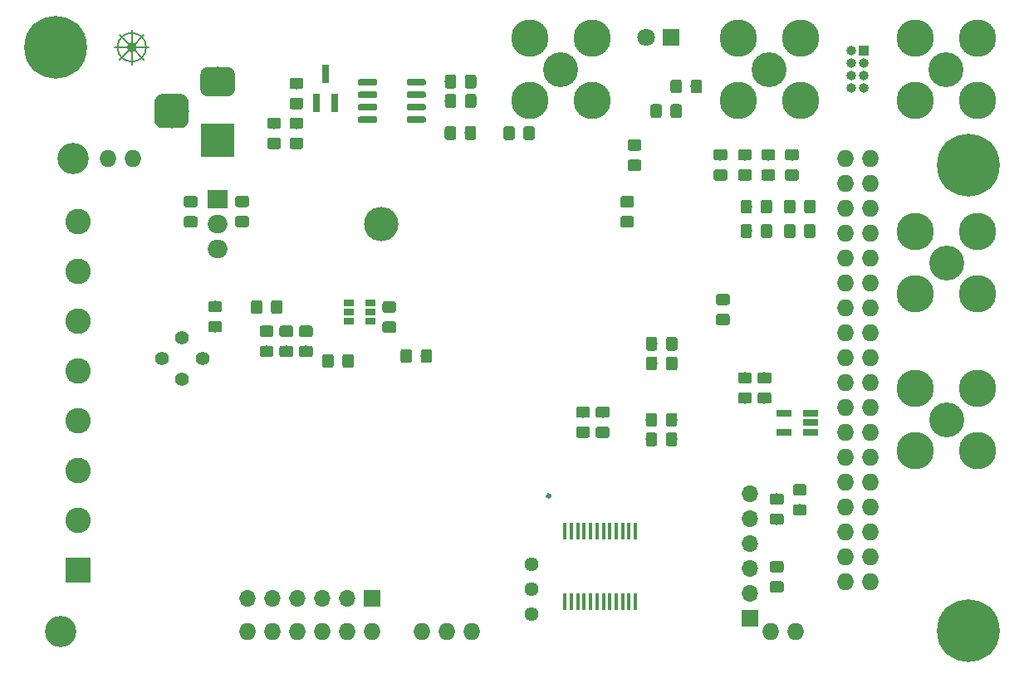
<source format=gbr>
G04 #@! TF.GenerationSoftware,KiCad,Pcbnew,(5.1.2)-1*
G04 #@! TF.CreationDate,2020-03-06T17:55:42-08:00*
G04 #@! TF.ProjectId,FIFO_P,4649464f-5f50-42e6-9b69-6361645f7063,rev?*
G04 #@! TF.SameCoordinates,Original*
G04 #@! TF.FileFunction,Soldermask,Bot*
G04 #@! TF.FilePolarity,Negative*
%FSLAX46Y46*%
G04 Gerber Fmt 4.6, Leading zero omitted, Abs format (unit mm)*
G04 Created by KiCad (PCBNEW (5.1.2)-1) date 2020-03-06 17:55:42*
%MOMM*%
%LPD*%
G04 APERTURE LIST*
%ADD10C,0.325000*%
%ADD11C,0.150000*%
%ADD12C,0.500000*%
%ADD13C,0.100000*%
%ADD14C,1.150000*%
%ADD15O,1.000000X1.000000*%
%ADD16R,1.000000X1.000000*%
%ADD17R,1.560000X0.650000*%
%ADD18O,1.700000X1.700000*%
%ADD19R,1.700000X1.700000*%
%ADD20C,1.399924*%
%ADD21C,0.800000*%
%ADD22C,6.400000*%
%ADD23O,1.727200X1.727200*%
%ADD24C,3.200000*%
%ADD25R,0.800000X1.900000*%
%ADD26C,0.600000*%
%ADD27C,3.810000*%
%ADD28C,3.556000*%
%ADD29C,1.440000*%
%ADD30O,2.000000X1.905000*%
%ADD31R,2.000000X1.905000*%
%ADD32O,3.500000X3.500000*%
%ADD33C,3.500000*%
%ADD34C,3.000000*%
%ADD35R,3.500000X3.500000*%
%ADD36C,2.600000*%
%ADD37R,2.600000X2.600000*%
%ADD38R,1.060000X0.650000*%
%ADD39R,0.450000X1.750000*%
%ADD40C,1.800000*%
%ADD41R,1.800000X1.800000*%
G04 APERTURE END LIST*
D10*
X123662500Y-115250000D02*
G75*
G03X123662500Y-115250000I-162500J0D01*
G01*
D11*
X81000000Y-69500000D02*
X82250000Y-70750000D01*
X81000000Y-69500000D02*
X79750000Y-68250000D01*
X81000000Y-69500000D02*
X81000000Y-71250000D01*
X81000000Y-69500000D02*
X81000000Y-67750000D01*
X81000000Y-69500000D02*
X79250000Y-69500000D01*
X81000000Y-69500000D02*
X82250000Y-68250000D01*
X82457738Y-69500000D02*
G75*
G03X82457738Y-69500000I-1457738J0D01*
G01*
X81000000Y-69500000D02*
X82750000Y-69500000D01*
D12*
X81250000Y-69500000D02*
G75*
G03X81250000Y-69500000I-250000J0D01*
G01*
D11*
X81000000Y-69500000D02*
X79750000Y-70750000D01*
D13*
G36*
X119799506Y-77551204D02*
G01*
X119823774Y-77554804D01*
X119847573Y-77560765D01*
X119870672Y-77569030D01*
X119892851Y-77579520D01*
X119913894Y-77592132D01*
X119933600Y-77606747D01*
X119951778Y-77623223D01*
X119968254Y-77641401D01*
X119982869Y-77661107D01*
X119995481Y-77682150D01*
X120005971Y-77704329D01*
X120014236Y-77727428D01*
X120020197Y-77751227D01*
X120023797Y-77775495D01*
X120025001Y-77799999D01*
X120025001Y-78700001D01*
X120023797Y-78724505D01*
X120020197Y-78748773D01*
X120014236Y-78772572D01*
X120005971Y-78795671D01*
X119995481Y-78817850D01*
X119982869Y-78838893D01*
X119968254Y-78858599D01*
X119951778Y-78876777D01*
X119933600Y-78893253D01*
X119913894Y-78907868D01*
X119892851Y-78920480D01*
X119870672Y-78930970D01*
X119847573Y-78939235D01*
X119823774Y-78945196D01*
X119799506Y-78948796D01*
X119775002Y-78950000D01*
X119125000Y-78950000D01*
X119100496Y-78948796D01*
X119076228Y-78945196D01*
X119052429Y-78939235D01*
X119029330Y-78930970D01*
X119007151Y-78920480D01*
X118986108Y-78907868D01*
X118966402Y-78893253D01*
X118948224Y-78876777D01*
X118931748Y-78858599D01*
X118917133Y-78838893D01*
X118904521Y-78817850D01*
X118894031Y-78795671D01*
X118885766Y-78772572D01*
X118879805Y-78748773D01*
X118876205Y-78724505D01*
X118875001Y-78700001D01*
X118875001Y-77799999D01*
X118876205Y-77775495D01*
X118879805Y-77751227D01*
X118885766Y-77727428D01*
X118894031Y-77704329D01*
X118904521Y-77682150D01*
X118917133Y-77661107D01*
X118931748Y-77641401D01*
X118948224Y-77623223D01*
X118966402Y-77606747D01*
X118986108Y-77592132D01*
X119007151Y-77579520D01*
X119029330Y-77569030D01*
X119052429Y-77560765D01*
X119076228Y-77554804D01*
X119100496Y-77551204D01*
X119125000Y-77550000D01*
X119775002Y-77550000D01*
X119799506Y-77551204D01*
X119799506Y-77551204D01*
G37*
D14*
X119450001Y-78250000D03*
D13*
G36*
X121849506Y-77551204D02*
G01*
X121873774Y-77554804D01*
X121897573Y-77560765D01*
X121920672Y-77569030D01*
X121942851Y-77579520D01*
X121963894Y-77592132D01*
X121983600Y-77606747D01*
X122001778Y-77623223D01*
X122018254Y-77641401D01*
X122032869Y-77661107D01*
X122045481Y-77682150D01*
X122055971Y-77704329D01*
X122064236Y-77727428D01*
X122070197Y-77751227D01*
X122073797Y-77775495D01*
X122075001Y-77799999D01*
X122075001Y-78700001D01*
X122073797Y-78724505D01*
X122070197Y-78748773D01*
X122064236Y-78772572D01*
X122055971Y-78795671D01*
X122045481Y-78817850D01*
X122032869Y-78838893D01*
X122018254Y-78858599D01*
X122001778Y-78876777D01*
X121983600Y-78893253D01*
X121963894Y-78907868D01*
X121942851Y-78920480D01*
X121920672Y-78930970D01*
X121897573Y-78939235D01*
X121873774Y-78945196D01*
X121849506Y-78948796D01*
X121825002Y-78950000D01*
X121175000Y-78950000D01*
X121150496Y-78948796D01*
X121126228Y-78945196D01*
X121102429Y-78939235D01*
X121079330Y-78930970D01*
X121057151Y-78920480D01*
X121036108Y-78907868D01*
X121016402Y-78893253D01*
X120998224Y-78876777D01*
X120981748Y-78858599D01*
X120967133Y-78838893D01*
X120954521Y-78817850D01*
X120944031Y-78795671D01*
X120935766Y-78772572D01*
X120929805Y-78748773D01*
X120926205Y-78724505D01*
X120925001Y-78700001D01*
X120925001Y-77799999D01*
X120926205Y-77775495D01*
X120929805Y-77751227D01*
X120935766Y-77727428D01*
X120944031Y-77704329D01*
X120954521Y-77682150D01*
X120967133Y-77661107D01*
X120981748Y-77641401D01*
X120998224Y-77623223D01*
X121016402Y-77606747D01*
X121036108Y-77592132D01*
X121057151Y-77579520D01*
X121079330Y-77569030D01*
X121102429Y-77560765D01*
X121126228Y-77554804D01*
X121150496Y-77551204D01*
X121175000Y-77550000D01*
X121825002Y-77550000D01*
X121849506Y-77551204D01*
X121849506Y-77551204D01*
G37*
D14*
X121500001Y-78250000D03*
D13*
G36*
X113824505Y-77551204D02*
G01*
X113848773Y-77554804D01*
X113872572Y-77560765D01*
X113895671Y-77569030D01*
X113917850Y-77579520D01*
X113938893Y-77592132D01*
X113958599Y-77606747D01*
X113976777Y-77623223D01*
X113993253Y-77641401D01*
X114007868Y-77661107D01*
X114020480Y-77682150D01*
X114030970Y-77704329D01*
X114039235Y-77727428D01*
X114045196Y-77751227D01*
X114048796Y-77775495D01*
X114050000Y-77799999D01*
X114050000Y-78700001D01*
X114048796Y-78724505D01*
X114045196Y-78748773D01*
X114039235Y-78772572D01*
X114030970Y-78795671D01*
X114020480Y-78817850D01*
X114007868Y-78838893D01*
X113993253Y-78858599D01*
X113976777Y-78876777D01*
X113958599Y-78893253D01*
X113938893Y-78907868D01*
X113917850Y-78920480D01*
X113895671Y-78930970D01*
X113872572Y-78939235D01*
X113848773Y-78945196D01*
X113824505Y-78948796D01*
X113800001Y-78950000D01*
X113149999Y-78950000D01*
X113125495Y-78948796D01*
X113101227Y-78945196D01*
X113077428Y-78939235D01*
X113054329Y-78930970D01*
X113032150Y-78920480D01*
X113011107Y-78907868D01*
X112991401Y-78893253D01*
X112973223Y-78876777D01*
X112956747Y-78858599D01*
X112942132Y-78838893D01*
X112929520Y-78817850D01*
X112919030Y-78795671D01*
X112910765Y-78772572D01*
X112904804Y-78748773D01*
X112901204Y-78724505D01*
X112900000Y-78700001D01*
X112900000Y-77799999D01*
X112901204Y-77775495D01*
X112904804Y-77751227D01*
X112910765Y-77727428D01*
X112919030Y-77704329D01*
X112929520Y-77682150D01*
X112942132Y-77661107D01*
X112956747Y-77641401D01*
X112973223Y-77623223D01*
X112991401Y-77606747D01*
X113011107Y-77592132D01*
X113032150Y-77579520D01*
X113054329Y-77569030D01*
X113077428Y-77560765D01*
X113101227Y-77554804D01*
X113125495Y-77551204D01*
X113149999Y-77550000D01*
X113800001Y-77550000D01*
X113824505Y-77551204D01*
X113824505Y-77551204D01*
G37*
D14*
X113475000Y-78250000D03*
D13*
G36*
X115874505Y-77551204D02*
G01*
X115898773Y-77554804D01*
X115922572Y-77560765D01*
X115945671Y-77569030D01*
X115967850Y-77579520D01*
X115988893Y-77592132D01*
X116008599Y-77606747D01*
X116026777Y-77623223D01*
X116043253Y-77641401D01*
X116057868Y-77661107D01*
X116070480Y-77682150D01*
X116080970Y-77704329D01*
X116089235Y-77727428D01*
X116095196Y-77751227D01*
X116098796Y-77775495D01*
X116100000Y-77799999D01*
X116100000Y-78700001D01*
X116098796Y-78724505D01*
X116095196Y-78748773D01*
X116089235Y-78772572D01*
X116080970Y-78795671D01*
X116070480Y-78817850D01*
X116057868Y-78838893D01*
X116043253Y-78858599D01*
X116026777Y-78876777D01*
X116008599Y-78893253D01*
X115988893Y-78907868D01*
X115967850Y-78920480D01*
X115945671Y-78930970D01*
X115922572Y-78939235D01*
X115898773Y-78945196D01*
X115874505Y-78948796D01*
X115850001Y-78950000D01*
X115199999Y-78950000D01*
X115175495Y-78948796D01*
X115151227Y-78945196D01*
X115127428Y-78939235D01*
X115104329Y-78930970D01*
X115082150Y-78920480D01*
X115061107Y-78907868D01*
X115041401Y-78893253D01*
X115023223Y-78876777D01*
X115006747Y-78858599D01*
X114992132Y-78838893D01*
X114979520Y-78817850D01*
X114969030Y-78795671D01*
X114960765Y-78772572D01*
X114954804Y-78748773D01*
X114951204Y-78724505D01*
X114950000Y-78700001D01*
X114950000Y-77799999D01*
X114951204Y-77775495D01*
X114954804Y-77751227D01*
X114960765Y-77727428D01*
X114969030Y-77704329D01*
X114979520Y-77682150D01*
X114992132Y-77661107D01*
X115006747Y-77641401D01*
X115023223Y-77623223D01*
X115041401Y-77606747D01*
X115061107Y-77592132D01*
X115082150Y-77579520D01*
X115104329Y-77569030D01*
X115127428Y-77560765D01*
X115151227Y-77554804D01*
X115175495Y-77551204D01*
X115199999Y-77550000D01*
X115850001Y-77550000D01*
X115874505Y-77551204D01*
X115874505Y-77551204D01*
G37*
D14*
X115525000Y-78250000D03*
D13*
G36*
X98245394Y-78726204D02*
G01*
X98269662Y-78729804D01*
X98293461Y-78735765D01*
X98316560Y-78744030D01*
X98338739Y-78754520D01*
X98359782Y-78767132D01*
X98379488Y-78781747D01*
X98397666Y-78798223D01*
X98414142Y-78816401D01*
X98428757Y-78836107D01*
X98441369Y-78857150D01*
X98451859Y-78879329D01*
X98460124Y-78902428D01*
X98466085Y-78926227D01*
X98469685Y-78950495D01*
X98470889Y-78974999D01*
X98470889Y-79625001D01*
X98469685Y-79649505D01*
X98466085Y-79673773D01*
X98460124Y-79697572D01*
X98451859Y-79720671D01*
X98441369Y-79742850D01*
X98428757Y-79763893D01*
X98414142Y-79783599D01*
X98397666Y-79801777D01*
X98379488Y-79818253D01*
X98359782Y-79832868D01*
X98338739Y-79845480D01*
X98316560Y-79855970D01*
X98293461Y-79864235D01*
X98269662Y-79870196D01*
X98245394Y-79873796D01*
X98220890Y-79875000D01*
X97320888Y-79875000D01*
X97296384Y-79873796D01*
X97272116Y-79870196D01*
X97248317Y-79864235D01*
X97225218Y-79855970D01*
X97203039Y-79845480D01*
X97181996Y-79832868D01*
X97162290Y-79818253D01*
X97144112Y-79801777D01*
X97127636Y-79783599D01*
X97113021Y-79763893D01*
X97100409Y-79742850D01*
X97089919Y-79720671D01*
X97081654Y-79697572D01*
X97075693Y-79673773D01*
X97072093Y-79649505D01*
X97070889Y-79625001D01*
X97070889Y-78974999D01*
X97072093Y-78950495D01*
X97075693Y-78926227D01*
X97081654Y-78902428D01*
X97089919Y-78879329D01*
X97100409Y-78857150D01*
X97113021Y-78836107D01*
X97127636Y-78816401D01*
X97144112Y-78798223D01*
X97162290Y-78781747D01*
X97181996Y-78767132D01*
X97203039Y-78754520D01*
X97225218Y-78744030D01*
X97248317Y-78735765D01*
X97272116Y-78729804D01*
X97296384Y-78726204D01*
X97320888Y-78725000D01*
X98220890Y-78725000D01*
X98245394Y-78726204D01*
X98245394Y-78726204D01*
G37*
D14*
X97770889Y-79300000D03*
D13*
G36*
X98245394Y-76676204D02*
G01*
X98269662Y-76679804D01*
X98293461Y-76685765D01*
X98316560Y-76694030D01*
X98338739Y-76704520D01*
X98359782Y-76717132D01*
X98379488Y-76731747D01*
X98397666Y-76748223D01*
X98414142Y-76766401D01*
X98428757Y-76786107D01*
X98441369Y-76807150D01*
X98451859Y-76829329D01*
X98460124Y-76852428D01*
X98466085Y-76876227D01*
X98469685Y-76900495D01*
X98470889Y-76924999D01*
X98470889Y-77575001D01*
X98469685Y-77599505D01*
X98466085Y-77623773D01*
X98460124Y-77647572D01*
X98451859Y-77670671D01*
X98441369Y-77692850D01*
X98428757Y-77713893D01*
X98414142Y-77733599D01*
X98397666Y-77751777D01*
X98379488Y-77768253D01*
X98359782Y-77782868D01*
X98338739Y-77795480D01*
X98316560Y-77805970D01*
X98293461Y-77814235D01*
X98269662Y-77820196D01*
X98245394Y-77823796D01*
X98220890Y-77825000D01*
X97320888Y-77825000D01*
X97296384Y-77823796D01*
X97272116Y-77820196D01*
X97248317Y-77814235D01*
X97225218Y-77805970D01*
X97203039Y-77795480D01*
X97181996Y-77782868D01*
X97162290Y-77768253D01*
X97144112Y-77751777D01*
X97127636Y-77733599D01*
X97113021Y-77713893D01*
X97100409Y-77692850D01*
X97089919Y-77670671D01*
X97081654Y-77647572D01*
X97075693Y-77623773D01*
X97072093Y-77599505D01*
X97070889Y-77575001D01*
X97070889Y-76924999D01*
X97072093Y-76900495D01*
X97075693Y-76876227D01*
X97081654Y-76852428D01*
X97089919Y-76829329D01*
X97100409Y-76807150D01*
X97113021Y-76786107D01*
X97127636Y-76766401D01*
X97144112Y-76748223D01*
X97162290Y-76731747D01*
X97181996Y-76717132D01*
X97203039Y-76704520D01*
X97225218Y-76694030D01*
X97248317Y-76685765D01*
X97272116Y-76679804D01*
X97296384Y-76676204D01*
X97320888Y-76675000D01*
X98220890Y-76675000D01*
X98245394Y-76676204D01*
X98245394Y-76676204D01*
G37*
D14*
X97770889Y-77250000D03*
D13*
G36*
X95974505Y-76676204D02*
G01*
X95998773Y-76679804D01*
X96022572Y-76685765D01*
X96045671Y-76694030D01*
X96067850Y-76704520D01*
X96088893Y-76717132D01*
X96108599Y-76731747D01*
X96126777Y-76748223D01*
X96143253Y-76766401D01*
X96157868Y-76786107D01*
X96170480Y-76807150D01*
X96180970Y-76829329D01*
X96189235Y-76852428D01*
X96195196Y-76876227D01*
X96198796Y-76900495D01*
X96200000Y-76924999D01*
X96200000Y-77575001D01*
X96198796Y-77599505D01*
X96195196Y-77623773D01*
X96189235Y-77647572D01*
X96180970Y-77670671D01*
X96170480Y-77692850D01*
X96157868Y-77713893D01*
X96143253Y-77733599D01*
X96126777Y-77751777D01*
X96108599Y-77768253D01*
X96088893Y-77782868D01*
X96067850Y-77795480D01*
X96045671Y-77805970D01*
X96022572Y-77814235D01*
X95998773Y-77820196D01*
X95974505Y-77823796D01*
X95950001Y-77825000D01*
X95049999Y-77825000D01*
X95025495Y-77823796D01*
X95001227Y-77820196D01*
X94977428Y-77814235D01*
X94954329Y-77805970D01*
X94932150Y-77795480D01*
X94911107Y-77782868D01*
X94891401Y-77768253D01*
X94873223Y-77751777D01*
X94856747Y-77733599D01*
X94842132Y-77713893D01*
X94829520Y-77692850D01*
X94819030Y-77670671D01*
X94810765Y-77647572D01*
X94804804Y-77623773D01*
X94801204Y-77599505D01*
X94800000Y-77575001D01*
X94800000Y-76924999D01*
X94801204Y-76900495D01*
X94804804Y-76876227D01*
X94810765Y-76852428D01*
X94819030Y-76829329D01*
X94829520Y-76807150D01*
X94842132Y-76786107D01*
X94856747Y-76766401D01*
X94873223Y-76748223D01*
X94891401Y-76731747D01*
X94911107Y-76717132D01*
X94932150Y-76704520D01*
X94954329Y-76694030D01*
X94977428Y-76685765D01*
X95001227Y-76679804D01*
X95025495Y-76676204D01*
X95049999Y-76675000D01*
X95950001Y-76675000D01*
X95974505Y-76676204D01*
X95974505Y-76676204D01*
G37*
D14*
X95500000Y-77250000D03*
D13*
G36*
X95974505Y-78726204D02*
G01*
X95998773Y-78729804D01*
X96022572Y-78735765D01*
X96045671Y-78744030D01*
X96067850Y-78754520D01*
X96088893Y-78767132D01*
X96108599Y-78781747D01*
X96126777Y-78798223D01*
X96143253Y-78816401D01*
X96157868Y-78836107D01*
X96170480Y-78857150D01*
X96180970Y-78879329D01*
X96189235Y-78902428D01*
X96195196Y-78926227D01*
X96198796Y-78950495D01*
X96200000Y-78974999D01*
X96200000Y-79625001D01*
X96198796Y-79649505D01*
X96195196Y-79673773D01*
X96189235Y-79697572D01*
X96180970Y-79720671D01*
X96170480Y-79742850D01*
X96157868Y-79763893D01*
X96143253Y-79783599D01*
X96126777Y-79801777D01*
X96108599Y-79818253D01*
X96088893Y-79832868D01*
X96067850Y-79845480D01*
X96045671Y-79855970D01*
X96022572Y-79864235D01*
X95998773Y-79870196D01*
X95974505Y-79873796D01*
X95950001Y-79875000D01*
X95049999Y-79875000D01*
X95025495Y-79873796D01*
X95001227Y-79870196D01*
X94977428Y-79864235D01*
X94954329Y-79855970D01*
X94932150Y-79845480D01*
X94911107Y-79832868D01*
X94891401Y-79818253D01*
X94873223Y-79801777D01*
X94856747Y-79783599D01*
X94842132Y-79763893D01*
X94829520Y-79742850D01*
X94819030Y-79720671D01*
X94810765Y-79697572D01*
X94804804Y-79673773D01*
X94801204Y-79649505D01*
X94800000Y-79625001D01*
X94800000Y-78974999D01*
X94801204Y-78950495D01*
X94804804Y-78926227D01*
X94810765Y-78902428D01*
X94819030Y-78879329D01*
X94829520Y-78857150D01*
X94842132Y-78836107D01*
X94856747Y-78816401D01*
X94873223Y-78798223D01*
X94891401Y-78781747D01*
X94911107Y-78767132D01*
X94932150Y-78754520D01*
X94954329Y-78744030D01*
X94977428Y-78735765D01*
X95001227Y-78729804D01*
X95025495Y-78726204D01*
X95049999Y-78725000D01*
X95950001Y-78725000D01*
X95974505Y-78726204D01*
X95974505Y-78726204D01*
G37*
D14*
X95500000Y-79300000D03*
D13*
G36*
X115895394Y-72301204D02*
G01*
X115919662Y-72304804D01*
X115943461Y-72310765D01*
X115966560Y-72319030D01*
X115988739Y-72329520D01*
X116009782Y-72342132D01*
X116029488Y-72356747D01*
X116047666Y-72373223D01*
X116064142Y-72391401D01*
X116078757Y-72411107D01*
X116091369Y-72432150D01*
X116101859Y-72454329D01*
X116110124Y-72477428D01*
X116116085Y-72501227D01*
X116119685Y-72525495D01*
X116120889Y-72549999D01*
X116120889Y-73450001D01*
X116119685Y-73474505D01*
X116116085Y-73498773D01*
X116110124Y-73522572D01*
X116101859Y-73545671D01*
X116091369Y-73567850D01*
X116078757Y-73588893D01*
X116064142Y-73608599D01*
X116047666Y-73626777D01*
X116029488Y-73643253D01*
X116009782Y-73657868D01*
X115988739Y-73670480D01*
X115966560Y-73680970D01*
X115943461Y-73689235D01*
X115919662Y-73695196D01*
X115895394Y-73698796D01*
X115870890Y-73700000D01*
X115220888Y-73700000D01*
X115196384Y-73698796D01*
X115172116Y-73695196D01*
X115148317Y-73689235D01*
X115125218Y-73680970D01*
X115103039Y-73670480D01*
X115081996Y-73657868D01*
X115062290Y-73643253D01*
X115044112Y-73626777D01*
X115027636Y-73608599D01*
X115013021Y-73588893D01*
X115000409Y-73567850D01*
X114989919Y-73545671D01*
X114981654Y-73522572D01*
X114975693Y-73498773D01*
X114972093Y-73474505D01*
X114970889Y-73450001D01*
X114970889Y-72549999D01*
X114972093Y-72525495D01*
X114975693Y-72501227D01*
X114981654Y-72477428D01*
X114989919Y-72454329D01*
X115000409Y-72432150D01*
X115013021Y-72411107D01*
X115027636Y-72391401D01*
X115044112Y-72373223D01*
X115062290Y-72356747D01*
X115081996Y-72342132D01*
X115103039Y-72329520D01*
X115125218Y-72319030D01*
X115148317Y-72310765D01*
X115172116Y-72304804D01*
X115196384Y-72301204D01*
X115220888Y-72300000D01*
X115870890Y-72300000D01*
X115895394Y-72301204D01*
X115895394Y-72301204D01*
G37*
D14*
X115545889Y-73000000D03*
D13*
G36*
X113845394Y-72301204D02*
G01*
X113869662Y-72304804D01*
X113893461Y-72310765D01*
X113916560Y-72319030D01*
X113938739Y-72329520D01*
X113959782Y-72342132D01*
X113979488Y-72356747D01*
X113997666Y-72373223D01*
X114014142Y-72391401D01*
X114028757Y-72411107D01*
X114041369Y-72432150D01*
X114051859Y-72454329D01*
X114060124Y-72477428D01*
X114066085Y-72501227D01*
X114069685Y-72525495D01*
X114070889Y-72549999D01*
X114070889Y-73450001D01*
X114069685Y-73474505D01*
X114066085Y-73498773D01*
X114060124Y-73522572D01*
X114051859Y-73545671D01*
X114041369Y-73567850D01*
X114028757Y-73588893D01*
X114014142Y-73608599D01*
X113997666Y-73626777D01*
X113979488Y-73643253D01*
X113959782Y-73657868D01*
X113938739Y-73670480D01*
X113916560Y-73680970D01*
X113893461Y-73689235D01*
X113869662Y-73695196D01*
X113845394Y-73698796D01*
X113820890Y-73700000D01*
X113170888Y-73700000D01*
X113146384Y-73698796D01*
X113122116Y-73695196D01*
X113098317Y-73689235D01*
X113075218Y-73680970D01*
X113053039Y-73670480D01*
X113031996Y-73657868D01*
X113012290Y-73643253D01*
X112994112Y-73626777D01*
X112977636Y-73608599D01*
X112963021Y-73588893D01*
X112950409Y-73567850D01*
X112939919Y-73545671D01*
X112931654Y-73522572D01*
X112925693Y-73498773D01*
X112922093Y-73474505D01*
X112920889Y-73450001D01*
X112920889Y-72549999D01*
X112922093Y-72525495D01*
X112925693Y-72501227D01*
X112931654Y-72477428D01*
X112939919Y-72454329D01*
X112950409Y-72432150D01*
X112963021Y-72411107D01*
X112977636Y-72391401D01*
X112994112Y-72373223D01*
X113012290Y-72356747D01*
X113031996Y-72342132D01*
X113053039Y-72329520D01*
X113075218Y-72319030D01*
X113098317Y-72310765D01*
X113122116Y-72304804D01*
X113146384Y-72301204D01*
X113170888Y-72300000D01*
X113820890Y-72300000D01*
X113845394Y-72301204D01*
X113845394Y-72301204D01*
G37*
D14*
X113495889Y-73000000D03*
D15*
X154380000Y-73670000D03*
X155650000Y-73670000D03*
X154380000Y-72400000D03*
X155650000Y-72400000D03*
X154380000Y-71130000D03*
X155650000Y-71130000D03*
X154380000Y-69860000D03*
D16*
X155650000Y-69860000D03*
D13*
G36*
X132724505Y-78901204D02*
G01*
X132748773Y-78904804D01*
X132772572Y-78910765D01*
X132795671Y-78919030D01*
X132817850Y-78929520D01*
X132838893Y-78942132D01*
X132858599Y-78956747D01*
X132876777Y-78973223D01*
X132893253Y-78991401D01*
X132907868Y-79011107D01*
X132920480Y-79032150D01*
X132930970Y-79054329D01*
X132939235Y-79077428D01*
X132945196Y-79101227D01*
X132948796Y-79125495D01*
X132950000Y-79149999D01*
X132950000Y-79800001D01*
X132948796Y-79824505D01*
X132945196Y-79848773D01*
X132939235Y-79872572D01*
X132930970Y-79895671D01*
X132920480Y-79917850D01*
X132907868Y-79938893D01*
X132893253Y-79958599D01*
X132876777Y-79976777D01*
X132858599Y-79993253D01*
X132838893Y-80007868D01*
X132817850Y-80020480D01*
X132795671Y-80030970D01*
X132772572Y-80039235D01*
X132748773Y-80045196D01*
X132724505Y-80048796D01*
X132700001Y-80050000D01*
X131799999Y-80050000D01*
X131775495Y-80048796D01*
X131751227Y-80045196D01*
X131727428Y-80039235D01*
X131704329Y-80030970D01*
X131682150Y-80020480D01*
X131661107Y-80007868D01*
X131641401Y-79993253D01*
X131623223Y-79976777D01*
X131606747Y-79958599D01*
X131592132Y-79938893D01*
X131579520Y-79917850D01*
X131569030Y-79895671D01*
X131560765Y-79872572D01*
X131554804Y-79848773D01*
X131551204Y-79824505D01*
X131550000Y-79800001D01*
X131550000Y-79149999D01*
X131551204Y-79125495D01*
X131554804Y-79101227D01*
X131560765Y-79077428D01*
X131569030Y-79054329D01*
X131579520Y-79032150D01*
X131592132Y-79011107D01*
X131606747Y-78991401D01*
X131623223Y-78973223D01*
X131641401Y-78956747D01*
X131661107Y-78942132D01*
X131682150Y-78929520D01*
X131704329Y-78919030D01*
X131727428Y-78910765D01*
X131751227Y-78904804D01*
X131775495Y-78901204D01*
X131799999Y-78900000D01*
X132700001Y-78900000D01*
X132724505Y-78901204D01*
X132724505Y-78901204D01*
G37*
D14*
X132250000Y-79475000D03*
D13*
G36*
X132724505Y-80951204D02*
G01*
X132748773Y-80954804D01*
X132772572Y-80960765D01*
X132795671Y-80969030D01*
X132817850Y-80979520D01*
X132838893Y-80992132D01*
X132858599Y-81006747D01*
X132876777Y-81023223D01*
X132893253Y-81041401D01*
X132907868Y-81061107D01*
X132920480Y-81082150D01*
X132930970Y-81104329D01*
X132939235Y-81127428D01*
X132945196Y-81151227D01*
X132948796Y-81175495D01*
X132950000Y-81199999D01*
X132950000Y-81850001D01*
X132948796Y-81874505D01*
X132945196Y-81898773D01*
X132939235Y-81922572D01*
X132930970Y-81945671D01*
X132920480Y-81967850D01*
X132907868Y-81988893D01*
X132893253Y-82008599D01*
X132876777Y-82026777D01*
X132858599Y-82043253D01*
X132838893Y-82057868D01*
X132817850Y-82070480D01*
X132795671Y-82080970D01*
X132772572Y-82089235D01*
X132748773Y-82095196D01*
X132724505Y-82098796D01*
X132700001Y-82100000D01*
X131799999Y-82100000D01*
X131775495Y-82098796D01*
X131751227Y-82095196D01*
X131727428Y-82089235D01*
X131704329Y-82080970D01*
X131682150Y-82070480D01*
X131661107Y-82057868D01*
X131641401Y-82043253D01*
X131623223Y-82026777D01*
X131606747Y-82008599D01*
X131592132Y-81988893D01*
X131579520Y-81967850D01*
X131569030Y-81945671D01*
X131560765Y-81922572D01*
X131554804Y-81898773D01*
X131551204Y-81874505D01*
X131550000Y-81850001D01*
X131550000Y-81199999D01*
X131551204Y-81175495D01*
X131554804Y-81151227D01*
X131560765Y-81127428D01*
X131569030Y-81104329D01*
X131579520Y-81082150D01*
X131592132Y-81061107D01*
X131606747Y-81041401D01*
X131623223Y-81023223D01*
X131641401Y-81006747D01*
X131661107Y-80992132D01*
X131682150Y-80979520D01*
X131704329Y-80969030D01*
X131727428Y-80960765D01*
X131751227Y-80954804D01*
X131775495Y-80951204D01*
X131799999Y-80950000D01*
X132700001Y-80950000D01*
X132724505Y-80951204D01*
X132724505Y-80951204D01*
G37*
D14*
X132250000Y-81525000D03*
D13*
G36*
X141724505Y-94651204D02*
G01*
X141748773Y-94654804D01*
X141772572Y-94660765D01*
X141795671Y-94669030D01*
X141817850Y-94679520D01*
X141838893Y-94692132D01*
X141858599Y-94706747D01*
X141876777Y-94723223D01*
X141893253Y-94741401D01*
X141907868Y-94761107D01*
X141920480Y-94782150D01*
X141930970Y-94804329D01*
X141939235Y-94827428D01*
X141945196Y-94851227D01*
X141948796Y-94875495D01*
X141950000Y-94899999D01*
X141950000Y-95550001D01*
X141948796Y-95574505D01*
X141945196Y-95598773D01*
X141939235Y-95622572D01*
X141930970Y-95645671D01*
X141920480Y-95667850D01*
X141907868Y-95688893D01*
X141893253Y-95708599D01*
X141876777Y-95726777D01*
X141858599Y-95743253D01*
X141838893Y-95757868D01*
X141817850Y-95770480D01*
X141795671Y-95780970D01*
X141772572Y-95789235D01*
X141748773Y-95795196D01*
X141724505Y-95798796D01*
X141700001Y-95800000D01*
X140799999Y-95800000D01*
X140775495Y-95798796D01*
X140751227Y-95795196D01*
X140727428Y-95789235D01*
X140704329Y-95780970D01*
X140682150Y-95770480D01*
X140661107Y-95757868D01*
X140641401Y-95743253D01*
X140623223Y-95726777D01*
X140606747Y-95708599D01*
X140592132Y-95688893D01*
X140579520Y-95667850D01*
X140569030Y-95645671D01*
X140560765Y-95622572D01*
X140554804Y-95598773D01*
X140551204Y-95574505D01*
X140550000Y-95550001D01*
X140550000Y-94899999D01*
X140551204Y-94875495D01*
X140554804Y-94851227D01*
X140560765Y-94827428D01*
X140569030Y-94804329D01*
X140579520Y-94782150D01*
X140592132Y-94761107D01*
X140606747Y-94741401D01*
X140623223Y-94723223D01*
X140641401Y-94706747D01*
X140661107Y-94692132D01*
X140682150Y-94679520D01*
X140704329Y-94669030D01*
X140727428Y-94660765D01*
X140751227Y-94654804D01*
X140775495Y-94651204D01*
X140799999Y-94650000D01*
X141700001Y-94650000D01*
X141724505Y-94651204D01*
X141724505Y-94651204D01*
G37*
D14*
X141250000Y-95225000D03*
D13*
G36*
X141724505Y-96701204D02*
G01*
X141748773Y-96704804D01*
X141772572Y-96710765D01*
X141795671Y-96719030D01*
X141817850Y-96729520D01*
X141838893Y-96742132D01*
X141858599Y-96756747D01*
X141876777Y-96773223D01*
X141893253Y-96791401D01*
X141907868Y-96811107D01*
X141920480Y-96832150D01*
X141930970Y-96854329D01*
X141939235Y-96877428D01*
X141945196Y-96901227D01*
X141948796Y-96925495D01*
X141950000Y-96949999D01*
X141950000Y-97600001D01*
X141948796Y-97624505D01*
X141945196Y-97648773D01*
X141939235Y-97672572D01*
X141930970Y-97695671D01*
X141920480Y-97717850D01*
X141907868Y-97738893D01*
X141893253Y-97758599D01*
X141876777Y-97776777D01*
X141858599Y-97793253D01*
X141838893Y-97807868D01*
X141817850Y-97820480D01*
X141795671Y-97830970D01*
X141772572Y-97839235D01*
X141748773Y-97845196D01*
X141724505Y-97848796D01*
X141700001Y-97850000D01*
X140799999Y-97850000D01*
X140775495Y-97848796D01*
X140751227Y-97845196D01*
X140727428Y-97839235D01*
X140704329Y-97830970D01*
X140682150Y-97820480D01*
X140661107Y-97807868D01*
X140641401Y-97793253D01*
X140623223Y-97776777D01*
X140606747Y-97758599D01*
X140592132Y-97738893D01*
X140579520Y-97717850D01*
X140569030Y-97695671D01*
X140560765Y-97672572D01*
X140554804Y-97648773D01*
X140551204Y-97624505D01*
X140550000Y-97600001D01*
X140550000Y-96949999D01*
X140551204Y-96925495D01*
X140554804Y-96901227D01*
X140560765Y-96877428D01*
X140569030Y-96854329D01*
X140579520Y-96832150D01*
X140592132Y-96811107D01*
X140606747Y-96791401D01*
X140623223Y-96773223D01*
X140641401Y-96756747D01*
X140661107Y-96742132D01*
X140682150Y-96729520D01*
X140704329Y-96719030D01*
X140727428Y-96710765D01*
X140751227Y-96704804D01*
X140775495Y-96701204D01*
X140799999Y-96700000D01*
X141700001Y-96700000D01*
X141724505Y-96701204D01*
X141724505Y-96701204D01*
G37*
D14*
X141250000Y-97275000D03*
D17*
X147500000Y-106850000D03*
X147500000Y-108750000D03*
X150200000Y-108750000D03*
X150200000Y-107800000D03*
X150200000Y-106850000D03*
D18*
X144000000Y-115050000D03*
X144000000Y-117590000D03*
X144000000Y-120130000D03*
X144000000Y-122670000D03*
X144000000Y-125210000D03*
D19*
X144000000Y-127750000D03*
D20*
X84035644Y-101250000D03*
X86142822Y-103357178D03*
X86142822Y-99142822D03*
X88250000Y-101250000D03*
D21*
X167947056Y-79802944D03*
X166250000Y-79100000D03*
X164552944Y-79802944D03*
X163850000Y-81500000D03*
X164552944Y-83197056D03*
X166250000Y-83900000D03*
X167947056Y-83197056D03*
X168650000Y-81500000D03*
D22*
X166250000Y-81500000D03*
D21*
X74947056Y-67802944D03*
X73250000Y-67100000D03*
X71552944Y-67802944D03*
X70850000Y-69500000D03*
X71552944Y-71197056D03*
X73250000Y-71900000D03*
X74947056Y-71197056D03*
X75650000Y-69500000D03*
D22*
X73250000Y-69500000D03*
D21*
X167947056Y-127302944D03*
X166250000Y-126600000D03*
X164552944Y-127302944D03*
X163850000Y-129000000D03*
X164552944Y-130697056D03*
X166250000Y-131400000D03*
X167947056Y-130697056D03*
X168650000Y-129000000D03*
D22*
X166250000Y-129000000D03*
D23*
X105492400Y-129082180D03*
X156292400Y-124002180D03*
X153752400Y-124002180D03*
X156292400Y-121462180D03*
X153752400Y-121462180D03*
X156292400Y-118922180D03*
X153752400Y-118922180D03*
X156292400Y-116382180D03*
X153752400Y-116382180D03*
X156292400Y-113842180D03*
X153752400Y-113842180D03*
X156292400Y-111302180D03*
X153752400Y-111302180D03*
X156292400Y-108762180D03*
X153752400Y-108762180D03*
X156292400Y-106222180D03*
X153752400Y-106222180D03*
X156292400Y-103682180D03*
X153752400Y-103682180D03*
X156292400Y-101142180D03*
X153752400Y-101142180D03*
X156292400Y-98602180D03*
X153752400Y-98602180D03*
X156292400Y-96062180D03*
X153752400Y-96062180D03*
X156292400Y-93522180D03*
X153752400Y-93522180D03*
X156292400Y-90982180D03*
X153752400Y-90982180D03*
X156292400Y-88442180D03*
X153752400Y-88442180D03*
X156292400Y-85902180D03*
X153752400Y-85902180D03*
X156292400Y-83362180D03*
X153752400Y-83362180D03*
X156292400Y-80822180D03*
X153752400Y-80822180D03*
X146132400Y-129082180D03*
X148672400Y-129082180D03*
X113112400Y-129082180D03*
X81108400Y-80822180D03*
X78568400Y-80822180D03*
D24*
X73742400Y-129082180D03*
X75012400Y-80822180D03*
D23*
X97872400Y-129082180D03*
X100412400Y-129082180D03*
X102952400Y-129082180D03*
X110572400Y-129082180D03*
X115652400Y-129082180D03*
X92792400Y-129082180D03*
X95332400Y-129082180D03*
D13*
G36*
X149574505Y-116126204D02*
G01*
X149598773Y-116129804D01*
X149622572Y-116135765D01*
X149645671Y-116144030D01*
X149667850Y-116154520D01*
X149688893Y-116167132D01*
X149708599Y-116181747D01*
X149726777Y-116198223D01*
X149743253Y-116216401D01*
X149757868Y-116236107D01*
X149770480Y-116257150D01*
X149780970Y-116279329D01*
X149789235Y-116302428D01*
X149795196Y-116326227D01*
X149798796Y-116350495D01*
X149800000Y-116374999D01*
X149800000Y-117025001D01*
X149798796Y-117049505D01*
X149795196Y-117073773D01*
X149789235Y-117097572D01*
X149780970Y-117120671D01*
X149770480Y-117142850D01*
X149757868Y-117163893D01*
X149743253Y-117183599D01*
X149726777Y-117201777D01*
X149708599Y-117218253D01*
X149688893Y-117232868D01*
X149667850Y-117245480D01*
X149645671Y-117255970D01*
X149622572Y-117264235D01*
X149598773Y-117270196D01*
X149574505Y-117273796D01*
X149550001Y-117275000D01*
X148649999Y-117275000D01*
X148625495Y-117273796D01*
X148601227Y-117270196D01*
X148577428Y-117264235D01*
X148554329Y-117255970D01*
X148532150Y-117245480D01*
X148511107Y-117232868D01*
X148491401Y-117218253D01*
X148473223Y-117201777D01*
X148456747Y-117183599D01*
X148442132Y-117163893D01*
X148429520Y-117142850D01*
X148419030Y-117120671D01*
X148410765Y-117097572D01*
X148404804Y-117073773D01*
X148401204Y-117049505D01*
X148400000Y-117025001D01*
X148400000Y-116374999D01*
X148401204Y-116350495D01*
X148404804Y-116326227D01*
X148410765Y-116302428D01*
X148419030Y-116279329D01*
X148429520Y-116257150D01*
X148442132Y-116236107D01*
X148456747Y-116216401D01*
X148473223Y-116198223D01*
X148491401Y-116181747D01*
X148511107Y-116167132D01*
X148532150Y-116154520D01*
X148554329Y-116144030D01*
X148577428Y-116135765D01*
X148601227Y-116129804D01*
X148625495Y-116126204D01*
X148649999Y-116125000D01*
X149550001Y-116125000D01*
X149574505Y-116126204D01*
X149574505Y-116126204D01*
G37*
D14*
X149100000Y-116700000D03*
D13*
G36*
X149574505Y-114076204D02*
G01*
X149598773Y-114079804D01*
X149622572Y-114085765D01*
X149645671Y-114094030D01*
X149667850Y-114104520D01*
X149688893Y-114117132D01*
X149708599Y-114131747D01*
X149726777Y-114148223D01*
X149743253Y-114166401D01*
X149757868Y-114186107D01*
X149770480Y-114207150D01*
X149780970Y-114229329D01*
X149789235Y-114252428D01*
X149795196Y-114276227D01*
X149798796Y-114300495D01*
X149800000Y-114324999D01*
X149800000Y-114975001D01*
X149798796Y-114999505D01*
X149795196Y-115023773D01*
X149789235Y-115047572D01*
X149780970Y-115070671D01*
X149770480Y-115092850D01*
X149757868Y-115113893D01*
X149743253Y-115133599D01*
X149726777Y-115151777D01*
X149708599Y-115168253D01*
X149688893Y-115182868D01*
X149667850Y-115195480D01*
X149645671Y-115205970D01*
X149622572Y-115214235D01*
X149598773Y-115220196D01*
X149574505Y-115223796D01*
X149550001Y-115225000D01*
X148649999Y-115225000D01*
X148625495Y-115223796D01*
X148601227Y-115220196D01*
X148577428Y-115214235D01*
X148554329Y-115205970D01*
X148532150Y-115195480D01*
X148511107Y-115182868D01*
X148491401Y-115168253D01*
X148473223Y-115151777D01*
X148456747Y-115133599D01*
X148442132Y-115113893D01*
X148429520Y-115092850D01*
X148419030Y-115070671D01*
X148410765Y-115047572D01*
X148404804Y-115023773D01*
X148401204Y-114999505D01*
X148400000Y-114975001D01*
X148400000Y-114324999D01*
X148401204Y-114300495D01*
X148404804Y-114276227D01*
X148410765Y-114252428D01*
X148419030Y-114229329D01*
X148429520Y-114207150D01*
X148442132Y-114186107D01*
X148456747Y-114166401D01*
X148473223Y-114148223D01*
X148491401Y-114131747D01*
X148511107Y-114117132D01*
X148532150Y-114104520D01*
X148554329Y-114094030D01*
X148577428Y-114085765D01*
X148601227Y-114079804D01*
X148625495Y-114076204D01*
X148649999Y-114075000D01*
X149550001Y-114075000D01*
X149574505Y-114076204D01*
X149574505Y-114076204D01*
G37*
D14*
X149100000Y-114650000D03*
D18*
X92800000Y-125750000D03*
X95340000Y-125750000D03*
X97880000Y-125750000D03*
X100420000Y-125750000D03*
X102960000Y-125750000D03*
D19*
X105500000Y-125750000D03*
D13*
G36*
X147224505Y-123976204D02*
G01*
X147248773Y-123979804D01*
X147272572Y-123985765D01*
X147295671Y-123994030D01*
X147317850Y-124004520D01*
X147338893Y-124017132D01*
X147358599Y-124031747D01*
X147376777Y-124048223D01*
X147393253Y-124066401D01*
X147407868Y-124086107D01*
X147420480Y-124107150D01*
X147430970Y-124129329D01*
X147439235Y-124152428D01*
X147445196Y-124176227D01*
X147448796Y-124200495D01*
X147450000Y-124224999D01*
X147450000Y-124875001D01*
X147448796Y-124899505D01*
X147445196Y-124923773D01*
X147439235Y-124947572D01*
X147430970Y-124970671D01*
X147420480Y-124992850D01*
X147407868Y-125013893D01*
X147393253Y-125033599D01*
X147376777Y-125051777D01*
X147358599Y-125068253D01*
X147338893Y-125082868D01*
X147317850Y-125095480D01*
X147295671Y-125105970D01*
X147272572Y-125114235D01*
X147248773Y-125120196D01*
X147224505Y-125123796D01*
X147200001Y-125125000D01*
X146299999Y-125125000D01*
X146275495Y-125123796D01*
X146251227Y-125120196D01*
X146227428Y-125114235D01*
X146204329Y-125105970D01*
X146182150Y-125095480D01*
X146161107Y-125082868D01*
X146141401Y-125068253D01*
X146123223Y-125051777D01*
X146106747Y-125033599D01*
X146092132Y-125013893D01*
X146079520Y-124992850D01*
X146069030Y-124970671D01*
X146060765Y-124947572D01*
X146054804Y-124923773D01*
X146051204Y-124899505D01*
X146050000Y-124875001D01*
X146050000Y-124224999D01*
X146051204Y-124200495D01*
X146054804Y-124176227D01*
X146060765Y-124152428D01*
X146069030Y-124129329D01*
X146079520Y-124107150D01*
X146092132Y-124086107D01*
X146106747Y-124066401D01*
X146123223Y-124048223D01*
X146141401Y-124031747D01*
X146161107Y-124017132D01*
X146182150Y-124004520D01*
X146204329Y-123994030D01*
X146227428Y-123985765D01*
X146251227Y-123979804D01*
X146275495Y-123976204D01*
X146299999Y-123975000D01*
X147200001Y-123975000D01*
X147224505Y-123976204D01*
X147224505Y-123976204D01*
G37*
D14*
X146750000Y-124550000D03*
D13*
G36*
X147224505Y-121926204D02*
G01*
X147248773Y-121929804D01*
X147272572Y-121935765D01*
X147295671Y-121944030D01*
X147317850Y-121954520D01*
X147338893Y-121967132D01*
X147358599Y-121981747D01*
X147376777Y-121998223D01*
X147393253Y-122016401D01*
X147407868Y-122036107D01*
X147420480Y-122057150D01*
X147430970Y-122079329D01*
X147439235Y-122102428D01*
X147445196Y-122126227D01*
X147448796Y-122150495D01*
X147450000Y-122174999D01*
X147450000Y-122825001D01*
X147448796Y-122849505D01*
X147445196Y-122873773D01*
X147439235Y-122897572D01*
X147430970Y-122920671D01*
X147420480Y-122942850D01*
X147407868Y-122963893D01*
X147393253Y-122983599D01*
X147376777Y-123001777D01*
X147358599Y-123018253D01*
X147338893Y-123032868D01*
X147317850Y-123045480D01*
X147295671Y-123055970D01*
X147272572Y-123064235D01*
X147248773Y-123070196D01*
X147224505Y-123073796D01*
X147200001Y-123075000D01*
X146299999Y-123075000D01*
X146275495Y-123073796D01*
X146251227Y-123070196D01*
X146227428Y-123064235D01*
X146204329Y-123055970D01*
X146182150Y-123045480D01*
X146161107Y-123032868D01*
X146141401Y-123018253D01*
X146123223Y-123001777D01*
X146106747Y-122983599D01*
X146092132Y-122963893D01*
X146079520Y-122942850D01*
X146069030Y-122920671D01*
X146060765Y-122897572D01*
X146054804Y-122873773D01*
X146051204Y-122849505D01*
X146050000Y-122825001D01*
X146050000Y-122174999D01*
X146051204Y-122150495D01*
X146054804Y-122126227D01*
X146060765Y-122102428D01*
X146069030Y-122079329D01*
X146079520Y-122057150D01*
X146092132Y-122036107D01*
X146106747Y-122016401D01*
X146123223Y-121998223D01*
X146141401Y-121981747D01*
X146161107Y-121967132D01*
X146182150Y-121954520D01*
X146204329Y-121944030D01*
X146227428Y-121935765D01*
X146251227Y-121929804D01*
X146275495Y-121926204D01*
X146299999Y-121925000D01*
X147200001Y-121925000D01*
X147224505Y-121926204D01*
X147224505Y-121926204D01*
G37*
D14*
X146750000Y-122500000D03*
D13*
G36*
X147224505Y-117076204D02*
G01*
X147248773Y-117079804D01*
X147272572Y-117085765D01*
X147295671Y-117094030D01*
X147317850Y-117104520D01*
X147338893Y-117117132D01*
X147358599Y-117131747D01*
X147376777Y-117148223D01*
X147393253Y-117166401D01*
X147407868Y-117186107D01*
X147420480Y-117207150D01*
X147430970Y-117229329D01*
X147439235Y-117252428D01*
X147445196Y-117276227D01*
X147448796Y-117300495D01*
X147450000Y-117324999D01*
X147450000Y-117975001D01*
X147448796Y-117999505D01*
X147445196Y-118023773D01*
X147439235Y-118047572D01*
X147430970Y-118070671D01*
X147420480Y-118092850D01*
X147407868Y-118113893D01*
X147393253Y-118133599D01*
X147376777Y-118151777D01*
X147358599Y-118168253D01*
X147338893Y-118182868D01*
X147317850Y-118195480D01*
X147295671Y-118205970D01*
X147272572Y-118214235D01*
X147248773Y-118220196D01*
X147224505Y-118223796D01*
X147200001Y-118225000D01*
X146299999Y-118225000D01*
X146275495Y-118223796D01*
X146251227Y-118220196D01*
X146227428Y-118214235D01*
X146204329Y-118205970D01*
X146182150Y-118195480D01*
X146161107Y-118182868D01*
X146141401Y-118168253D01*
X146123223Y-118151777D01*
X146106747Y-118133599D01*
X146092132Y-118113893D01*
X146079520Y-118092850D01*
X146069030Y-118070671D01*
X146060765Y-118047572D01*
X146054804Y-118023773D01*
X146051204Y-117999505D01*
X146050000Y-117975001D01*
X146050000Y-117324999D01*
X146051204Y-117300495D01*
X146054804Y-117276227D01*
X146060765Y-117252428D01*
X146069030Y-117229329D01*
X146079520Y-117207150D01*
X146092132Y-117186107D01*
X146106747Y-117166401D01*
X146123223Y-117148223D01*
X146141401Y-117131747D01*
X146161107Y-117117132D01*
X146182150Y-117104520D01*
X146204329Y-117094030D01*
X146227428Y-117085765D01*
X146251227Y-117079804D01*
X146275495Y-117076204D01*
X146299999Y-117075000D01*
X147200001Y-117075000D01*
X147224505Y-117076204D01*
X147224505Y-117076204D01*
G37*
D14*
X146750000Y-117650000D03*
D13*
G36*
X147224505Y-115026204D02*
G01*
X147248773Y-115029804D01*
X147272572Y-115035765D01*
X147295671Y-115044030D01*
X147317850Y-115054520D01*
X147338893Y-115067132D01*
X147358599Y-115081747D01*
X147376777Y-115098223D01*
X147393253Y-115116401D01*
X147407868Y-115136107D01*
X147420480Y-115157150D01*
X147430970Y-115179329D01*
X147439235Y-115202428D01*
X147445196Y-115226227D01*
X147448796Y-115250495D01*
X147450000Y-115274999D01*
X147450000Y-115925001D01*
X147448796Y-115949505D01*
X147445196Y-115973773D01*
X147439235Y-115997572D01*
X147430970Y-116020671D01*
X147420480Y-116042850D01*
X147407868Y-116063893D01*
X147393253Y-116083599D01*
X147376777Y-116101777D01*
X147358599Y-116118253D01*
X147338893Y-116132868D01*
X147317850Y-116145480D01*
X147295671Y-116155970D01*
X147272572Y-116164235D01*
X147248773Y-116170196D01*
X147224505Y-116173796D01*
X147200001Y-116175000D01*
X146299999Y-116175000D01*
X146275495Y-116173796D01*
X146251227Y-116170196D01*
X146227428Y-116164235D01*
X146204329Y-116155970D01*
X146182150Y-116145480D01*
X146161107Y-116132868D01*
X146141401Y-116118253D01*
X146123223Y-116101777D01*
X146106747Y-116083599D01*
X146092132Y-116063893D01*
X146079520Y-116042850D01*
X146069030Y-116020671D01*
X146060765Y-115997572D01*
X146054804Y-115973773D01*
X146051204Y-115949505D01*
X146050000Y-115925001D01*
X146050000Y-115274999D01*
X146051204Y-115250495D01*
X146054804Y-115226227D01*
X146060765Y-115202428D01*
X146069030Y-115179329D01*
X146079520Y-115157150D01*
X146092132Y-115136107D01*
X146106747Y-115116401D01*
X146123223Y-115098223D01*
X146141401Y-115081747D01*
X146161107Y-115067132D01*
X146182150Y-115054520D01*
X146204329Y-115044030D01*
X146227428Y-115035765D01*
X146251227Y-115029804D01*
X146275495Y-115026204D01*
X146299999Y-115025000D01*
X147200001Y-115025000D01*
X147224505Y-115026204D01*
X147224505Y-115026204D01*
G37*
D14*
X146750000Y-115600000D03*
D13*
G36*
X138899505Y-72801204D02*
G01*
X138923773Y-72804804D01*
X138947572Y-72810765D01*
X138970671Y-72819030D01*
X138992850Y-72829520D01*
X139013893Y-72842132D01*
X139033599Y-72856747D01*
X139051777Y-72873223D01*
X139068253Y-72891401D01*
X139082868Y-72911107D01*
X139095480Y-72932150D01*
X139105970Y-72954329D01*
X139114235Y-72977428D01*
X139120196Y-73001227D01*
X139123796Y-73025495D01*
X139125000Y-73049999D01*
X139125000Y-73950001D01*
X139123796Y-73974505D01*
X139120196Y-73998773D01*
X139114235Y-74022572D01*
X139105970Y-74045671D01*
X139095480Y-74067850D01*
X139082868Y-74088893D01*
X139068253Y-74108599D01*
X139051777Y-74126777D01*
X139033599Y-74143253D01*
X139013893Y-74157868D01*
X138992850Y-74170480D01*
X138970671Y-74180970D01*
X138947572Y-74189235D01*
X138923773Y-74195196D01*
X138899505Y-74198796D01*
X138875001Y-74200000D01*
X138224999Y-74200000D01*
X138200495Y-74198796D01*
X138176227Y-74195196D01*
X138152428Y-74189235D01*
X138129329Y-74180970D01*
X138107150Y-74170480D01*
X138086107Y-74157868D01*
X138066401Y-74143253D01*
X138048223Y-74126777D01*
X138031747Y-74108599D01*
X138017132Y-74088893D01*
X138004520Y-74067850D01*
X137994030Y-74045671D01*
X137985765Y-74022572D01*
X137979804Y-73998773D01*
X137976204Y-73974505D01*
X137975000Y-73950001D01*
X137975000Y-73049999D01*
X137976204Y-73025495D01*
X137979804Y-73001227D01*
X137985765Y-72977428D01*
X137994030Y-72954329D01*
X138004520Y-72932150D01*
X138017132Y-72911107D01*
X138031747Y-72891401D01*
X138048223Y-72873223D01*
X138066401Y-72856747D01*
X138086107Y-72842132D01*
X138107150Y-72829520D01*
X138129329Y-72819030D01*
X138152428Y-72810765D01*
X138176227Y-72804804D01*
X138200495Y-72801204D01*
X138224999Y-72800000D01*
X138875001Y-72800000D01*
X138899505Y-72801204D01*
X138899505Y-72801204D01*
G37*
D14*
X138550000Y-73500000D03*
D13*
G36*
X136849505Y-72801204D02*
G01*
X136873773Y-72804804D01*
X136897572Y-72810765D01*
X136920671Y-72819030D01*
X136942850Y-72829520D01*
X136963893Y-72842132D01*
X136983599Y-72856747D01*
X137001777Y-72873223D01*
X137018253Y-72891401D01*
X137032868Y-72911107D01*
X137045480Y-72932150D01*
X137055970Y-72954329D01*
X137064235Y-72977428D01*
X137070196Y-73001227D01*
X137073796Y-73025495D01*
X137075000Y-73049999D01*
X137075000Y-73950001D01*
X137073796Y-73974505D01*
X137070196Y-73998773D01*
X137064235Y-74022572D01*
X137055970Y-74045671D01*
X137045480Y-74067850D01*
X137032868Y-74088893D01*
X137018253Y-74108599D01*
X137001777Y-74126777D01*
X136983599Y-74143253D01*
X136963893Y-74157868D01*
X136942850Y-74170480D01*
X136920671Y-74180970D01*
X136897572Y-74189235D01*
X136873773Y-74195196D01*
X136849505Y-74198796D01*
X136825001Y-74200000D01*
X136174999Y-74200000D01*
X136150495Y-74198796D01*
X136126227Y-74195196D01*
X136102428Y-74189235D01*
X136079329Y-74180970D01*
X136057150Y-74170480D01*
X136036107Y-74157868D01*
X136016401Y-74143253D01*
X135998223Y-74126777D01*
X135981747Y-74108599D01*
X135967132Y-74088893D01*
X135954520Y-74067850D01*
X135944030Y-74045671D01*
X135935765Y-74022572D01*
X135929804Y-73998773D01*
X135926204Y-73974505D01*
X135925000Y-73950001D01*
X135925000Y-73049999D01*
X135926204Y-73025495D01*
X135929804Y-73001227D01*
X135935765Y-72977428D01*
X135944030Y-72954329D01*
X135954520Y-72932150D01*
X135967132Y-72911107D01*
X135981747Y-72891401D01*
X135998223Y-72873223D01*
X136016401Y-72856747D01*
X136036107Y-72842132D01*
X136057150Y-72829520D01*
X136079329Y-72819030D01*
X136102428Y-72810765D01*
X136126227Y-72804804D01*
X136150495Y-72801204D01*
X136174999Y-72800000D01*
X136825001Y-72800000D01*
X136849505Y-72801204D01*
X136849505Y-72801204D01*
G37*
D14*
X136500000Y-73500000D03*
D13*
G36*
X136849505Y-75301204D02*
G01*
X136873773Y-75304804D01*
X136897572Y-75310765D01*
X136920671Y-75319030D01*
X136942850Y-75329520D01*
X136963893Y-75342132D01*
X136983599Y-75356747D01*
X137001777Y-75373223D01*
X137018253Y-75391401D01*
X137032868Y-75411107D01*
X137045480Y-75432150D01*
X137055970Y-75454329D01*
X137064235Y-75477428D01*
X137070196Y-75501227D01*
X137073796Y-75525495D01*
X137075000Y-75549999D01*
X137075000Y-76450001D01*
X137073796Y-76474505D01*
X137070196Y-76498773D01*
X137064235Y-76522572D01*
X137055970Y-76545671D01*
X137045480Y-76567850D01*
X137032868Y-76588893D01*
X137018253Y-76608599D01*
X137001777Y-76626777D01*
X136983599Y-76643253D01*
X136963893Y-76657868D01*
X136942850Y-76670480D01*
X136920671Y-76680970D01*
X136897572Y-76689235D01*
X136873773Y-76695196D01*
X136849505Y-76698796D01*
X136825001Y-76700000D01*
X136174999Y-76700000D01*
X136150495Y-76698796D01*
X136126227Y-76695196D01*
X136102428Y-76689235D01*
X136079329Y-76680970D01*
X136057150Y-76670480D01*
X136036107Y-76657868D01*
X136016401Y-76643253D01*
X135998223Y-76626777D01*
X135981747Y-76608599D01*
X135967132Y-76588893D01*
X135954520Y-76567850D01*
X135944030Y-76545671D01*
X135935765Y-76522572D01*
X135929804Y-76498773D01*
X135926204Y-76474505D01*
X135925000Y-76450001D01*
X135925000Y-75549999D01*
X135926204Y-75525495D01*
X135929804Y-75501227D01*
X135935765Y-75477428D01*
X135944030Y-75454329D01*
X135954520Y-75432150D01*
X135967132Y-75411107D01*
X135981747Y-75391401D01*
X135998223Y-75373223D01*
X136016401Y-75356747D01*
X136036107Y-75342132D01*
X136057150Y-75329520D01*
X136079329Y-75319030D01*
X136102428Y-75310765D01*
X136126227Y-75304804D01*
X136150495Y-75301204D01*
X136174999Y-75300000D01*
X136825001Y-75300000D01*
X136849505Y-75301204D01*
X136849505Y-75301204D01*
G37*
D14*
X136500000Y-76000000D03*
D13*
G36*
X134799505Y-75301204D02*
G01*
X134823773Y-75304804D01*
X134847572Y-75310765D01*
X134870671Y-75319030D01*
X134892850Y-75329520D01*
X134913893Y-75342132D01*
X134933599Y-75356747D01*
X134951777Y-75373223D01*
X134968253Y-75391401D01*
X134982868Y-75411107D01*
X134995480Y-75432150D01*
X135005970Y-75454329D01*
X135014235Y-75477428D01*
X135020196Y-75501227D01*
X135023796Y-75525495D01*
X135025000Y-75549999D01*
X135025000Y-76450001D01*
X135023796Y-76474505D01*
X135020196Y-76498773D01*
X135014235Y-76522572D01*
X135005970Y-76545671D01*
X134995480Y-76567850D01*
X134982868Y-76588893D01*
X134968253Y-76608599D01*
X134951777Y-76626777D01*
X134933599Y-76643253D01*
X134913893Y-76657868D01*
X134892850Y-76670480D01*
X134870671Y-76680970D01*
X134847572Y-76689235D01*
X134823773Y-76695196D01*
X134799505Y-76698796D01*
X134775001Y-76700000D01*
X134124999Y-76700000D01*
X134100495Y-76698796D01*
X134076227Y-76695196D01*
X134052428Y-76689235D01*
X134029329Y-76680970D01*
X134007150Y-76670480D01*
X133986107Y-76657868D01*
X133966401Y-76643253D01*
X133948223Y-76626777D01*
X133931747Y-76608599D01*
X133917132Y-76588893D01*
X133904520Y-76567850D01*
X133894030Y-76545671D01*
X133885765Y-76522572D01*
X133879804Y-76498773D01*
X133876204Y-76474505D01*
X133875000Y-76450001D01*
X133875000Y-75549999D01*
X133876204Y-75525495D01*
X133879804Y-75501227D01*
X133885765Y-75477428D01*
X133894030Y-75454329D01*
X133904520Y-75432150D01*
X133917132Y-75411107D01*
X133931747Y-75391401D01*
X133948223Y-75373223D01*
X133966401Y-75356747D01*
X133986107Y-75342132D01*
X134007150Y-75329520D01*
X134029329Y-75319030D01*
X134052428Y-75310765D01*
X134076227Y-75304804D01*
X134100495Y-75301204D01*
X134124999Y-75300000D01*
X134775001Y-75300000D01*
X134799505Y-75301204D01*
X134799505Y-75301204D01*
G37*
D14*
X134450000Y-76000000D03*
D25*
X101720889Y-75215254D03*
X99820889Y-75215254D03*
X100770889Y-72215254D03*
D13*
G36*
X110835592Y-72760976D02*
G01*
X110850153Y-72763136D01*
X110864432Y-72766713D01*
X110878292Y-72771672D01*
X110891599Y-72777966D01*
X110904225Y-72785534D01*
X110916048Y-72794302D01*
X110926955Y-72804188D01*
X110936841Y-72815095D01*
X110945609Y-72826918D01*
X110953177Y-72839544D01*
X110959471Y-72852851D01*
X110964430Y-72866711D01*
X110968007Y-72880990D01*
X110970167Y-72895551D01*
X110970889Y-72910254D01*
X110970889Y-73210254D01*
X110970167Y-73224957D01*
X110968007Y-73239518D01*
X110964430Y-73253797D01*
X110959471Y-73267657D01*
X110953177Y-73280964D01*
X110945609Y-73293590D01*
X110936841Y-73305413D01*
X110926955Y-73316320D01*
X110916048Y-73326206D01*
X110904225Y-73334974D01*
X110891599Y-73342542D01*
X110878292Y-73348836D01*
X110864432Y-73353795D01*
X110850153Y-73357372D01*
X110835592Y-73359532D01*
X110820889Y-73360254D01*
X109170889Y-73360254D01*
X109156186Y-73359532D01*
X109141625Y-73357372D01*
X109127346Y-73353795D01*
X109113486Y-73348836D01*
X109100179Y-73342542D01*
X109087553Y-73334974D01*
X109075730Y-73326206D01*
X109064823Y-73316320D01*
X109054937Y-73305413D01*
X109046169Y-73293590D01*
X109038601Y-73280964D01*
X109032307Y-73267657D01*
X109027348Y-73253797D01*
X109023771Y-73239518D01*
X109021611Y-73224957D01*
X109020889Y-73210254D01*
X109020889Y-72910254D01*
X109021611Y-72895551D01*
X109023771Y-72880990D01*
X109027348Y-72866711D01*
X109032307Y-72852851D01*
X109038601Y-72839544D01*
X109046169Y-72826918D01*
X109054937Y-72815095D01*
X109064823Y-72804188D01*
X109075730Y-72794302D01*
X109087553Y-72785534D01*
X109100179Y-72777966D01*
X109113486Y-72771672D01*
X109127346Y-72766713D01*
X109141625Y-72763136D01*
X109156186Y-72760976D01*
X109170889Y-72760254D01*
X110820889Y-72760254D01*
X110835592Y-72760976D01*
X110835592Y-72760976D01*
G37*
D26*
X109995889Y-73060254D03*
D13*
G36*
X110835592Y-74030976D02*
G01*
X110850153Y-74033136D01*
X110864432Y-74036713D01*
X110878292Y-74041672D01*
X110891599Y-74047966D01*
X110904225Y-74055534D01*
X110916048Y-74064302D01*
X110926955Y-74074188D01*
X110936841Y-74085095D01*
X110945609Y-74096918D01*
X110953177Y-74109544D01*
X110959471Y-74122851D01*
X110964430Y-74136711D01*
X110968007Y-74150990D01*
X110970167Y-74165551D01*
X110970889Y-74180254D01*
X110970889Y-74480254D01*
X110970167Y-74494957D01*
X110968007Y-74509518D01*
X110964430Y-74523797D01*
X110959471Y-74537657D01*
X110953177Y-74550964D01*
X110945609Y-74563590D01*
X110936841Y-74575413D01*
X110926955Y-74586320D01*
X110916048Y-74596206D01*
X110904225Y-74604974D01*
X110891599Y-74612542D01*
X110878292Y-74618836D01*
X110864432Y-74623795D01*
X110850153Y-74627372D01*
X110835592Y-74629532D01*
X110820889Y-74630254D01*
X109170889Y-74630254D01*
X109156186Y-74629532D01*
X109141625Y-74627372D01*
X109127346Y-74623795D01*
X109113486Y-74618836D01*
X109100179Y-74612542D01*
X109087553Y-74604974D01*
X109075730Y-74596206D01*
X109064823Y-74586320D01*
X109054937Y-74575413D01*
X109046169Y-74563590D01*
X109038601Y-74550964D01*
X109032307Y-74537657D01*
X109027348Y-74523797D01*
X109023771Y-74509518D01*
X109021611Y-74494957D01*
X109020889Y-74480254D01*
X109020889Y-74180254D01*
X109021611Y-74165551D01*
X109023771Y-74150990D01*
X109027348Y-74136711D01*
X109032307Y-74122851D01*
X109038601Y-74109544D01*
X109046169Y-74096918D01*
X109054937Y-74085095D01*
X109064823Y-74074188D01*
X109075730Y-74064302D01*
X109087553Y-74055534D01*
X109100179Y-74047966D01*
X109113486Y-74041672D01*
X109127346Y-74036713D01*
X109141625Y-74033136D01*
X109156186Y-74030976D01*
X109170889Y-74030254D01*
X110820889Y-74030254D01*
X110835592Y-74030976D01*
X110835592Y-74030976D01*
G37*
D26*
X109995889Y-74330254D03*
D13*
G36*
X110835592Y-75300976D02*
G01*
X110850153Y-75303136D01*
X110864432Y-75306713D01*
X110878292Y-75311672D01*
X110891599Y-75317966D01*
X110904225Y-75325534D01*
X110916048Y-75334302D01*
X110926955Y-75344188D01*
X110936841Y-75355095D01*
X110945609Y-75366918D01*
X110953177Y-75379544D01*
X110959471Y-75392851D01*
X110964430Y-75406711D01*
X110968007Y-75420990D01*
X110970167Y-75435551D01*
X110970889Y-75450254D01*
X110970889Y-75750254D01*
X110970167Y-75764957D01*
X110968007Y-75779518D01*
X110964430Y-75793797D01*
X110959471Y-75807657D01*
X110953177Y-75820964D01*
X110945609Y-75833590D01*
X110936841Y-75845413D01*
X110926955Y-75856320D01*
X110916048Y-75866206D01*
X110904225Y-75874974D01*
X110891599Y-75882542D01*
X110878292Y-75888836D01*
X110864432Y-75893795D01*
X110850153Y-75897372D01*
X110835592Y-75899532D01*
X110820889Y-75900254D01*
X109170889Y-75900254D01*
X109156186Y-75899532D01*
X109141625Y-75897372D01*
X109127346Y-75893795D01*
X109113486Y-75888836D01*
X109100179Y-75882542D01*
X109087553Y-75874974D01*
X109075730Y-75866206D01*
X109064823Y-75856320D01*
X109054937Y-75845413D01*
X109046169Y-75833590D01*
X109038601Y-75820964D01*
X109032307Y-75807657D01*
X109027348Y-75793797D01*
X109023771Y-75779518D01*
X109021611Y-75764957D01*
X109020889Y-75750254D01*
X109020889Y-75450254D01*
X109021611Y-75435551D01*
X109023771Y-75420990D01*
X109027348Y-75406711D01*
X109032307Y-75392851D01*
X109038601Y-75379544D01*
X109046169Y-75366918D01*
X109054937Y-75355095D01*
X109064823Y-75344188D01*
X109075730Y-75334302D01*
X109087553Y-75325534D01*
X109100179Y-75317966D01*
X109113486Y-75311672D01*
X109127346Y-75306713D01*
X109141625Y-75303136D01*
X109156186Y-75300976D01*
X109170889Y-75300254D01*
X110820889Y-75300254D01*
X110835592Y-75300976D01*
X110835592Y-75300976D01*
G37*
D26*
X109995889Y-75600254D03*
D13*
G36*
X110835592Y-76570976D02*
G01*
X110850153Y-76573136D01*
X110864432Y-76576713D01*
X110878292Y-76581672D01*
X110891599Y-76587966D01*
X110904225Y-76595534D01*
X110916048Y-76604302D01*
X110926955Y-76614188D01*
X110936841Y-76625095D01*
X110945609Y-76636918D01*
X110953177Y-76649544D01*
X110959471Y-76662851D01*
X110964430Y-76676711D01*
X110968007Y-76690990D01*
X110970167Y-76705551D01*
X110970889Y-76720254D01*
X110970889Y-77020254D01*
X110970167Y-77034957D01*
X110968007Y-77049518D01*
X110964430Y-77063797D01*
X110959471Y-77077657D01*
X110953177Y-77090964D01*
X110945609Y-77103590D01*
X110936841Y-77115413D01*
X110926955Y-77126320D01*
X110916048Y-77136206D01*
X110904225Y-77144974D01*
X110891599Y-77152542D01*
X110878292Y-77158836D01*
X110864432Y-77163795D01*
X110850153Y-77167372D01*
X110835592Y-77169532D01*
X110820889Y-77170254D01*
X109170889Y-77170254D01*
X109156186Y-77169532D01*
X109141625Y-77167372D01*
X109127346Y-77163795D01*
X109113486Y-77158836D01*
X109100179Y-77152542D01*
X109087553Y-77144974D01*
X109075730Y-77136206D01*
X109064823Y-77126320D01*
X109054937Y-77115413D01*
X109046169Y-77103590D01*
X109038601Y-77090964D01*
X109032307Y-77077657D01*
X109027348Y-77063797D01*
X109023771Y-77049518D01*
X109021611Y-77034957D01*
X109020889Y-77020254D01*
X109020889Y-76720254D01*
X109021611Y-76705551D01*
X109023771Y-76690990D01*
X109027348Y-76676711D01*
X109032307Y-76662851D01*
X109038601Y-76649544D01*
X109046169Y-76636918D01*
X109054937Y-76625095D01*
X109064823Y-76614188D01*
X109075730Y-76604302D01*
X109087553Y-76595534D01*
X109100179Y-76587966D01*
X109113486Y-76581672D01*
X109127346Y-76576713D01*
X109141625Y-76573136D01*
X109156186Y-76570976D01*
X109170889Y-76570254D01*
X110820889Y-76570254D01*
X110835592Y-76570976D01*
X110835592Y-76570976D01*
G37*
D26*
X109995889Y-76870254D03*
D13*
G36*
X105885592Y-76570976D02*
G01*
X105900153Y-76573136D01*
X105914432Y-76576713D01*
X105928292Y-76581672D01*
X105941599Y-76587966D01*
X105954225Y-76595534D01*
X105966048Y-76604302D01*
X105976955Y-76614188D01*
X105986841Y-76625095D01*
X105995609Y-76636918D01*
X106003177Y-76649544D01*
X106009471Y-76662851D01*
X106014430Y-76676711D01*
X106018007Y-76690990D01*
X106020167Y-76705551D01*
X106020889Y-76720254D01*
X106020889Y-77020254D01*
X106020167Y-77034957D01*
X106018007Y-77049518D01*
X106014430Y-77063797D01*
X106009471Y-77077657D01*
X106003177Y-77090964D01*
X105995609Y-77103590D01*
X105986841Y-77115413D01*
X105976955Y-77126320D01*
X105966048Y-77136206D01*
X105954225Y-77144974D01*
X105941599Y-77152542D01*
X105928292Y-77158836D01*
X105914432Y-77163795D01*
X105900153Y-77167372D01*
X105885592Y-77169532D01*
X105870889Y-77170254D01*
X104220889Y-77170254D01*
X104206186Y-77169532D01*
X104191625Y-77167372D01*
X104177346Y-77163795D01*
X104163486Y-77158836D01*
X104150179Y-77152542D01*
X104137553Y-77144974D01*
X104125730Y-77136206D01*
X104114823Y-77126320D01*
X104104937Y-77115413D01*
X104096169Y-77103590D01*
X104088601Y-77090964D01*
X104082307Y-77077657D01*
X104077348Y-77063797D01*
X104073771Y-77049518D01*
X104071611Y-77034957D01*
X104070889Y-77020254D01*
X104070889Y-76720254D01*
X104071611Y-76705551D01*
X104073771Y-76690990D01*
X104077348Y-76676711D01*
X104082307Y-76662851D01*
X104088601Y-76649544D01*
X104096169Y-76636918D01*
X104104937Y-76625095D01*
X104114823Y-76614188D01*
X104125730Y-76604302D01*
X104137553Y-76595534D01*
X104150179Y-76587966D01*
X104163486Y-76581672D01*
X104177346Y-76576713D01*
X104191625Y-76573136D01*
X104206186Y-76570976D01*
X104220889Y-76570254D01*
X105870889Y-76570254D01*
X105885592Y-76570976D01*
X105885592Y-76570976D01*
G37*
D26*
X105045889Y-76870254D03*
D13*
G36*
X105885592Y-75300976D02*
G01*
X105900153Y-75303136D01*
X105914432Y-75306713D01*
X105928292Y-75311672D01*
X105941599Y-75317966D01*
X105954225Y-75325534D01*
X105966048Y-75334302D01*
X105976955Y-75344188D01*
X105986841Y-75355095D01*
X105995609Y-75366918D01*
X106003177Y-75379544D01*
X106009471Y-75392851D01*
X106014430Y-75406711D01*
X106018007Y-75420990D01*
X106020167Y-75435551D01*
X106020889Y-75450254D01*
X106020889Y-75750254D01*
X106020167Y-75764957D01*
X106018007Y-75779518D01*
X106014430Y-75793797D01*
X106009471Y-75807657D01*
X106003177Y-75820964D01*
X105995609Y-75833590D01*
X105986841Y-75845413D01*
X105976955Y-75856320D01*
X105966048Y-75866206D01*
X105954225Y-75874974D01*
X105941599Y-75882542D01*
X105928292Y-75888836D01*
X105914432Y-75893795D01*
X105900153Y-75897372D01*
X105885592Y-75899532D01*
X105870889Y-75900254D01*
X104220889Y-75900254D01*
X104206186Y-75899532D01*
X104191625Y-75897372D01*
X104177346Y-75893795D01*
X104163486Y-75888836D01*
X104150179Y-75882542D01*
X104137553Y-75874974D01*
X104125730Y-75866206D01*
X104114823Y-75856320D01*
X104104937Y-75845413D01*
X104096169Y-75833590D01*
X104088601Y-75820964D01*
X104082307Y-75807657D01*
X104077348Y-75793797D01*
X104073771Y-75779518D01*
X104071611Y-75764957D01*
X104070889Y-75750254D01*
X104070889Y-75450254D01*
X104071611Y-75435551D01*
X104073771Y-75420990D01*
X104077348Y-75406711D01*
X104082307Y-75392851D01*
X104088601Y-75379544D01*
X104096169Y-75366918D01*
X104104937Y-75355095D01*
X104114823Y-75344188D01*
X104125730Y-75334302D01*
X104137553Y-75325534D01*
X104150179Y-75317966D01*
X104163486Y-75311672D01*
X104177346Y-75306713D01*
X104191625Y-75303136D01*
X104206186Y-75300976D01*
X104220889Y-75300254D01*
X105870889Y-75300254D01*
X105885592Y-75300976D01*
X105885592Y-75300976D01*
G37*
D26*
X105045889Y-75600254D03*
D13*
G36*
X105885592Y-74030976D02*
G01*
X105900153Y-74033136D01*
X105914432Y-74036713D01*
X105928292Y-74041672D01*
X105941599Y-74047966D01*
X105954225Y-74055534D01*
X105966048Y-74064302D01*
X105976955Y-74074188D01*
X105986841Y-74085095D01*
X105995609Y-74096918D01*
X106003177Y-74109544D01*
X106009471Y-74122851D01*
X106014430Y-74136711D01*
X106018007Y-74150990D01*
X106020167Y-74165551D01*
X106020889Y-74180254D01*
X106020889Y-74480254D01*
X106020167Y-74494957D01*
X106018007Y-74509518D01*
X106014430Y-74523797D01*
X106009471Y-74537657D01*
X106003177Y-74550964D01*
X105995609Y-74563590D01*
X105986841Y-74575413D01*
X105976955Y-74586320D01*
X105966048Y-74596206D01*
X105954225Y-74604974D01*
X105941599Y-74612542D01*
X105928292Y-74618836D01*
X105914432Y-74623795D01*
X105900153Y-74627372D01*
X105885592Y-74629532D01*
X105870889Y-74630254D01*
X104220889Y-74630254D01*
X104206186Y-74629532D01*
X104191625Y-74627372D01*
X104177346Y-74623795D01*
X104163486Y-74618836D01*
X104150179Y-74612542D01*
X104137553Y-74604974D01*
X104125730Y-74596206D01*
X104114823Y-74586320D01*
X104104937Y-74575413D01*
X104096169Y-74563590D01*
X104088601Y-74550964D01*
X104082307Y-74537657D01*
X104077348Y-74523797D01*
X104073771Y-74509518D01*
X104071611Y-74494957D01*
X104070889Y-74480254D01*
X104070889Y-74180254D01*
X104071611Y-74165551D01*
X104073771Y-74150990D01*
X104077348Y-74136711D01*
X104082307Y-74122851D01*
X104088601Y-74109544D01*
X104096169Y-74096918D01*
X104104937Y-74085095D01*
X104114823Y-74074188D01*
X104125730Y-74064302D01*
X104137553Y-74055534D01*
X104150179Y-74047966D01*
X104163486Y-74041672D01*
X104177346Y-74036713D01*
X104191625Y-74033136D01*
X104206186Y-74030976D01*
X104220889Y-74030254D01*
X105870889Y-74030254D01*
X105885592Y-74030976D01*
X105885592Y-74030976D01*
G37*
D26*
X105045889Y-74330254D03*
D13*
G36*
X105885592Y-72760976D02*
G01*
X105900153Y-72763136D01*
X105914432Y-72766713D01*
X105928292Y-72771672D01*
X105941599Y-72777966D01*
X105954225Y-72785534D01*
X105966048Y-72794302D01*
X105976955Y-72804188D01*
X105986841Y-72815095D01*
X105995609Y-72826918D01*
X106003177Y-72839544D01*
X106009471Y-72852851D01*
X106014430Y-72866711D01*
X106018007Y-72880990D01*
X106020167Y-72895551D01*
X106020889Y-72910254D01*
X106020889Y-73210254D01*
X106020167Y-73224957D01*
X106018007Y-73239518D01*
X106014430Y-73253797D01*
X106009471Y-73267657D01*
X106003177Y-73280964D01*
X105995609Y-73293590D01*
X105986841Y-73305413D01*
X105976955Y-73316320D01*
X105966048Y-73326206D01*
X105954225Y-73334974D01*
X105941599Y-73342542D01*
X105928292Y-73348836D01*
X105914432Y-73353795D01*
X105900153Y-73357372D01*
X105885592Y-73359532D01*
X105870889Y-73360254D01*
X104220889Y-73360254D01*
X104206186Y-73359532D01*
X104191625Y-73357372D01*
X104177346Y-73353795D01*
X104163486Y-73348836D01*
X104150179Y-73342542D01*
X104137553Y-73334974D01*
X104125730Y-73326206D01*
X104114823Y-73316320D01*
X104104937Y-73305413D01*
X104096169Y-73293590D01*
X104088601Y-73280964D01*
X104082307Y-73267657D01*
X104077348Y-73253797D01*
X104073771Y-73239518D01*
X104071611Y-73224957D01*
X104070889Y-73210254D01*
X104070889Y-72910254D01*
X104071611Y-72895551D01*
X104073771Y-72880990D01*
X104077348Y-72866711D01*
X104082307Y-72852851D01*
X104088601Y-72839544D01*
X104096169Y-72826918D01*
X104104937Y-72815095D01*
X104114823Y-72804188D01*
X104125730Y-72794302D01*
X104137553Y-72785534D01*
X104150179Y-72777966D01*
X104163486Y-72771672D01*
X104177346Y-72766713D01*
X104191625Y-72763136D01*
X104206186Y-72760976D01*
X104220889Y-72760254D01*
X105870889Y-72760254D01*
X105885592Y-72760976D01*
X105885592Y-72760976D01*
G37*
D26*
X105045889Y-73060254D03*
D13*
G36*
X113845394Y-74266458D02*
G01*
X113869662Y-74270058D01*
X113893461Y-74276019D01*
X113916560Y-74284284D01*
X113938739Y-74294774D01*
X113959782Y-74307386D01*
X113979488Y-74322001D01*
X113997666Y-74338477D01*
X114014142Y-74356655D01*
X114028757Y-74376361D01*
X114041369Y-74397404D01*
X114051859Y-74419583D01*
X114060124Y-74442682D01*
X114066085Y-74466481D01*
X114069685Y-74490749D01*
X114070889Y-74515253D01*
X114070889Y-75415255D01*
X114069685Y-75439759D01*
X114066085Y-75464027D01*
X114060124Y-75487826D01*
X114051859Y-75510925D01*
X114041369Y-75533104D01*
X114028757Y-75554147D01*
X114014142Y-75573853D01*
X113997666Y-75592031D01*
X113979488Y-75608507D01*
X113959782Y-75623122D01*
X113938739Y-75635734D01*
X113916560Y-75646224D01*
X113893461Y-75654489D01*
X113869662Y-75660450D01*
X113845394Y-75664050D01*
X113820890Y-75665254D01*
X113170888Y-75665254D01*
X113146384Y-75664050D01*
X113122116Y-75660450D01*
X113098317Y-75654489D01*
X113075218Y-75646224D01*
X113053039Y-75635734D01*
X113031996Y-75623122D01*
X113012290Y-75608507D01*
X112994112Y-75592031D01*
X112977636Y-75573853D01*
X112963021Y-75554147D01*
X112950409Y-75533104D01*
X112939919Y-75510925D01*
X112931654Y-75487826D01*
X112925693Y-75464027D01*
X112922093Y-75439759D01*
X112920889Y-75415255D01*
X112920889Y-74515253D01*
X112922093Y-74490749D01*
X112925693Y-74466481D01*
X112931654Y-74442682D01*
X112939919Y-74419583D01*
X112950409Y-74397404D01*
X112963021Y-74376361D01*
X112977636Y-74356655D01*
X112994112Y-74338477D01*
X113012290Y-74322001D01*
X113031996Y-74307386D01*
X113053039Y-74294774D01*
X113075218Y-74284284D01*
X113098317Y-74276019D01*
X113122116Y-74270058D01*
X113146384Y-74266458D01*
X113170888Y-74265254D01*
X113820890Y-74265254D01*
X113845394Y-74266458D01*
X113845394Y-74266458D01*
G37*
D14*
X113495889Y-74965254D03*
D13*
G36*
X115895394Y-74266458D02*
G01*
X115919662Y-74270058D01*
X115943461Y-74276019D01*
X115966560Y-74284284D01*
X115988739Y-74294774D01*
X116009782Y-74307386D01*
X116029488Y-74322001D01*
X116047666Y-74338477D01*
X116064142Y-74356655D01*
X116078757Y-74376361D01*
X116091369Y-74397404D01*
X116101859Y-74419583D01*
X116110124Y-74442682D01*
X116116085Y-74466481D01*
X116119685Y-74490749D01*
X116120889Y-74515253D01*
X116120889Y-75415255D01*
X116119685Y-75439759D01*
X116116085Y-75464027D01*
X116110124Y-75487826D01*
X116101859Y-75510925D01*
X116091369Y-75533104D01*
X116078757Y-75554147D01*
X116064142Y-75573853D01*
X116047666Y-75592031D01*
X116029488Y-75608507D01*
X116009782Y-75623122D01*
X115988739Y-75635734D01*
X115966560Y-75646224D01*
X115943461Y-75654489D01*
X115919662Y-75660450D01*
X115895394Y-75664050D01*
X115870890Y-75665254D01*
X115220888Y-75665254D01*
X115196384Y-75664050D01*
X115172116Y-75660450D01*
X115148317Y-75654489D01*
X115125218Y-75646224D01*
X115103039Y-75635734D01*
X115081996Y-75623122D01*
X115062290Y-75608507D01*
X115044112Y-75592031D01*
X115027636Y-75573853D01*
X115013021Y-75554147D01*
X115000409Y-75533104D01*
X114989919Y-75510925D01*
X114981654Y-75487826D01*
X114975693Y-75464027D01*
X114972093Y-75439759D01*
X114970889Y-75415255D01*
X114970889Y-74515253D01*
X114972093Y-74490749D01*
X114975693Y-74466481D01*
X114981654Y-74442682D01*
X114989919Y-74419583D01*
X115000409Y-74397404D01*
X115013021Y-74376361D01*
X115027636Y-74356655D01*
X115044112Y-74338477D01*
X115062290Y-74322001D01*
X115081996Y-74307386D01*
X115103039Y-74294774D01*
X115125218Y-74284284D01*
X115148317Y-74276019D01*
X115172116Y-74270058D01*
X115196384Y-74266458D01*
X115220888Y-74265254D01*
X115870890Y-74265254D01*
X115895394Y-74266458D01*
X115895394Y-74266458D01*
G37*
D14*
X115545889Y-74965254D03*
D13*
G36*
X98245394Y-74666458D02*
G01*
X98269662Y-74670058D01*
X98293461Y-74676019D01*
X98316560Y-74684284D01*
X98338739Y-74694774D01*
X98359782Y-74707386D01*
X98379488Y-74722001D01*
X98397666Y-74738477D01*
X98414142Y-74756655D01*
X98428757Y-74776361D01*
X98441369Y-74797404D01*
X98451859Y-74819583D01*
X98460124Y-74842682D01*
X98466085Y-74866481D01*
X98469685Y-74890749D01*
X98470889Y-74915253D01*
X98470889Y-75565255D01*
X98469685Y-75589759D01*
X98466085Y-75614027D01*
X98460124Y-75637826D01*
X98451859Y-75660925D01*
X98441369Y-75683104D01*
X98428757Y-75704147D01*
X98414142Y-75723853D01*
X98397666Y-75742031D01*
X98379488Y-75758507D01*
X98359782Y-75773122D01*
X98338739Y-75785734D01*
X98316560Y-75796224D01*
X98293461Y-75804489D01*
X98269662Y-75810450D01*
X98245394Y-75814050D01*
X98220890Y-75815254D01*
X97320888Y-75815254D01*
X97296384Y-75814050D01*
X97272116Y-75810450D01*
X97248317Y-75804489D01*
X97225218Y-75796224D01*
X97203039Y-75785734D01*
X97181996Y-75773122D01*
X97162290Y-75758507D01*
X97144112Y-75742031D01*
X97127636Y-75723853D01*
X97113021Y-75704147D01*
X97100409Y-75683104D01*
X97089919Y-75660925D01*
X97081654Y-75637826D01*
X97075693Y-75614027D01*
X97072093Y-75589759D01*
X97070889Y-75565255D01*
X97070889Y-74915253D01*
X97072093Y-74890749D01*
X97075693Y-74866481D01*
X97081654Y-74842682D01*
X97089919Y-74819583D01*
X97100409Y-74797404D01*
X97113021Y-74776361D01*
X97127636Y-74756655D01*
X97144112Y-74738477D01*
X97162290Y-74722001D01*
X97181996Y-74707386D01*
X97203039Y-74694774D01*
X97225218Y-74684284D01*
X97248317Y-74676019D01*
X97272116Y-74670058D01*
X97296384Y-74666458D01*
X97320888Y-74665254D01*
X98220890Y-74665254D01*
X98245394Y-74666458D01*
X98245394Y-74666458D01*
G37*
D14*
X97770889Y-75240254D03*
D13*
G36*
X98245394Y-72616458D02*
G01*
X98269662Y-72620058D01*
X98293461Y-72626019D01*
X98316560Y-72634284D01*
X98338739Y-72644774D01*
X98359782Y-72657386D01*
X98379488Y-72672001D01*
X98397666Y-72688477D01*
X98414142Y-72706655D01*
X98428757Y-72726361D01*
X98441369Y-72747404D01*
X98451859Y-72769583D01*
X98460124Y-72792682D01*
X98466085Y-72816481D01*
X98469685Y-72840749D01*
X98470889Y-72865253D01*
X98470889Y-73515255D01*
X98469685Y-73539759D01*
X98466085Y-73564027D01*
X98460124Y-73587826D01*
X98451859Y-73610925D01*
X98441369Y-73633104D01*
X98428757Y-73654147D01*
X98414142Y-73673853D01*
X98397666Y-73692031D01*
X98379488Y-73708507D01*
X98359782Y-73723122D01*
X98338739Y-73735734D01*
X98316560Y-73746224D01*
X98293461Y-73754489D01*
X98269662Y-73760450D01*
X98245394Y-73764050D01*
X98220890Y-73765254D01*
X97320888Y-73765254D01*
X97296384Y-73764050D01*
X97272116Y-73760450D01*
X97248317Y-73754489D01*
X97225218Y-73746224D01*
X97203039Y-73735734D01*
X97181996Y-73723122D01*
X97162290Y-73708507D01*
X97144112Y-73692031D01*
X97127636Y-73673853D01*
X97113021Y-73654147D01*
X97100409Y-73633104D01*
X97089919Y-73610925D01*
X97081654Y-73587826D01*
X97075693Y-73564027D01*
X97072093Y-73539759D01*
X97070889Y-73515255D01*
X97070889Y-72865253D01*
X97072093Y-72840749D01*
X97075693Y-72816481D01*
X97081654Y-72792682D01*
X97089919Y-72769583D01*
X97100409Y-72747404D01*
X97113021Y-72726361D01*
X97127636Y-72706655D01*
X97144112Y-72688477D01*
X97162290Y-72672001D01*
X97181996Y-72657386D01*
X97203039Y-72644774D01*
X97225218Y-72634284D01*
X97248317Y-72626019D01*
X97272116Y-72620058D01*
X97296384Y-72616458D01*
X97320888Y-72615254D01*
X98220890Y-72615254D01*
X98245394Y-72616458D01*
X98245394Y-72616458D01*
G37*
D14*
X97770889Y-73190254D03*
D13*
G36*
X148774505Y-79901204D02*
G01*
X148798773Y-79904804D01*
X148822572Y-79910765D01*
X148845671Y-79919030D01*
X148867850Y-79929520D01*
X148888893Y-79942132D01*
X148908599Y-79956747D01*
X148926777Y-79973223D01*
X148943253Y-79991401D01*
X148957868Y-80011107D01*
X148970480Y-80032150D01*
X148980970Y-80054329D01*
X148989235Y-80077428D01*
X148995196Y-80101227D01*
X148998796Y-80125495D01*
X149000000Y-80149999D01*
X149000000Y-80800001D01*
X148998796Y-80824505D01*
X148995196Y-80848773D01*
X148989235Y-80872572D01*
X148980970Y-80895671D01*
X148970480Y-80917850D01*
X148957868Y-80938893D01*
X148943253Y-80958599D01*
X148926777Y-80976777D01*
X148908599Y-80993253D01*
X148888893Y-81007868D01*
X148867850Y-81020480D01*
X148845671Y-81030970D01*
X148822572Y-81039235D01*
X148798773Y-81045196D01*
X148774505Y-81048796D01*
X148750001Y-81050000D01*
X147849999Y-81050000D01*
X147825495Y-81048796D01*
X147801227Y-81045196D01*
X147777428Y-81039235D01*
X147754329Y-81030970D01*
X147732150Y-81020480D01*
X147711107Y-81007868D01*
X147691401Y-80993253D01*
X147673223Y-80976777D01*
X147656747Y-80958599D01*
X147642132Y-80938893D01*
X147629520Y-80917850D01*
X147619030Y-80895671D01*
X147610765Y-80872572D01*
X147604804Y-80848773D01*
X147601204Y-80824505D01*
X147600000Y-80800001D01*
X147600000Y-80149999D01*
X147601204Y-80125495D01*
X147604804Y-80101227D01*
X147610765Y-80077428D01*
X147619030Y-80054329D01*
X147629520Y-80032150D01*
X147642132Y-80011107D01*
X147656747Y-79991401D01*
X147673223Y-79973223D01*
X147691401Y-79956747D01*
X147711107Y-79942132D01*
X147732150Y-79929520D01*
X147754329Y-79919030D01*
X147777428Y-79910765D01*
X147801227Y-79904804D01*
X147825495Y-79901204D01*
X147849999Y-79900000D01*
X148750001Y-79900000D01*
X148774505Y-79901204D01*
X148774505Y-79901204D01*
G37*
D14*
X148300000Y-80475000D03*
D13*
G36*
X148774505Y-81951204D02*
G01*
X148798773Y-81954804D01*
X148822572Y-81960765D01*
X148845671Y-81969030D01*
X148867850Y-81979520D01*
X148888893Y-81992132D01*
X148908599Y-82006747D01*
X148926777Y-82023223D01*
X148943253Y-82041401D01*
X148957868Y-82061107D01*
X148970480Y-82082150D01*
X148980970Y-82104329D01*
X148989235Y-82127428D01*
X148995196Y-82151227D01*
X148998796Y-82175495D01*
X149000000Y-82199999D01*
X149000000Y-82850001D01*
X148998796Y-82874505D01*
X148995196Y-82898773D01*
X148989235Y-82922572D01*
X148980970Y-82945671D01*
X148970480Y-82967850D01*
X148957868Y-82988893D01*
X148943253Y-83008599D01*
X148926777Y-83026777D01*
X148908599Y-83043253D01*
X148888893Y-83057868D01*
X148867850Y-83070480D01*
X148845671Y-83080970D01*
X148822572Y-83089235D01*
X148798773Y-83095196D01*
X148774505Y-83098796D01*
X148750001Y-83100000D01*
X147849999Y-83100000D01*
X147825495Y-83098796D01*
X147801227Y-83095196D01*
X147777428Y-83089235D01*
X147754329Y-83080970D01*
X147732150Y-83070480D01*
X147711107Y-83057868D01*
X147691401Y-83043253D01*
X147673223Y-83026777D01*
X147656747Y-83008599D01*
X147642132Y-82988893D01*
X147629520Y-82967850D01*
X147619030Y-82945671D01*
X147610765Y-82922572D01*
X147604804Y-82898773D01*
X147601204Y-82874505D01*
X147600000Y-82850001D01*
X147600000Y-82199999D01*
X147601204Y-82175495D01*
X147604804Y-82151227D01*
X147610765Y-82127428D01*
X147619030Y-82104329D01*
X147629520Y-82082150D01*
X147642132Y-82061107D01*
X147656747Y-82041401D01*
X147673223Y-82023223D01*
X147691401Y-82006747D01*
X147711107Y-81992132D01*
X147732150Y-81979520D01*
X147754329Y-81969030D01*
X147777428Y-81960765D01*
X147801227Y-81954804D01*
X147825495Y-81951204D01*
X147849999Y-81950000D01*
X148750001Y-81950000D01*
X148774505Y-81951204D01*
X148774505Y-81951204D01*
G37*
D14*
X148300000Y-82525000D03*
D13*
G36*
X146374505Y-79901203D02*
G01*
X146398773Y-79904803D01*
X146422572Y-79910764D01*
X146445671Y-79919029D01*
X146467850Y-79929519D01*
X146488893Y-79942131D01*
X146508599Y-79956746D01*
X146526777Y-79973222D01*
X146543253Y-79991400D01*
X146557868Y-80011106D01*
X146570480Y-80032149D01*
X146580970Y-80054328D01*
X146589235Y-80077427D01*
X146595196Y-80101226D01*
X146598796Y-80125494D01*
X146600000Y-80149998D01*
X146600000Y-80800000D01*
X146598796Y-80824504D01*
X146595196Y-80848772D01*
X146589235Y-80872571D01*
X146580970Y-80895670D01*
X146570480Y-80917849D01*
X146557868Y-80938892D01*
X146543253Y-80958598D01*
X146526777Y-80976776D01*
X146508599Y-80993252D01*
X146488893Y-81007867D01*
X146467850Y-81020479D01*
X146445671Y-81030969D01*
X146422572Y-81039234D01*
X146398773Y-81045195D01*
X146374505Y-81048795D01*
X146350001Y-81049999D01*
X145449999Y-81049999D01*
X145425495Y-81048795D01*
X145401227Y-81045195D01*
X145377428Y-81039234D01*
X145354329Y-81030969D01*
X145332150Y-81020479D01*
X145311107Y-81007867D01*
X145291401Y-80993252D01*
X145273223Y-80976776D01*
X145256747Y-80958598D01*
X145242132Y-80938892D01*
X145229520Y-80917849D01*
X145219030Y-80895670D01*
X145210765Y-80872571D01*
X145204804Y-80848772D01*
X145201204Y-80824504D01*
X145200000Y-80800000D01*
X145200000Y-80149998D01*
X145201204Y-80125494D01*
X145204804Y-80101226D01*
X145210765Y-80077427D01*
X145219030Y-80054328D01*
X145229520Y-80032149D01*
X145242132Y-80011106D01*
X145256747Y-79991400D01*
X145273223Y-79973222D01*
X145291401Y-79956746D01*
X145311107Y-79942131D01*
X145332150Y-79929519D01*
X145354329Y-79919029D01*
X145377428Y-79910764D01*
X145401227Y-79904803D01*
X145425495Y-79901203D01*
X145449999Y-79899999D01*
X146350001Y-79899999D01*
X146374505Y-79901203D01*
X146374505Y-79901203D01*
G37*
D14*
X145900000Y-80474999D03*
D13*
G36*
X146374505Y-81951203D02*
G01*
X146398773Y-81954803D01*
X146422572Y-81960764D01*
X146445671Y-81969029D01*
X146467850Y-81979519D01*
X146488893Y-81992131D01*
X146508599Y-82006746D01*
X146526777Y-82023222D01*
X146543253Y-82041400D01*
X146557868Y-82061106D01*
X146570480Y-82082149D01*
X146580970Y-82104328D01*
X146589235Y-82127427D01*
X146595196Y-82151226D01*
X146598796Y-82175494D01*
X146600000Y-82199998D01*
X146600000Y-82850000D01*
X146598796Y-82874504D01*
X146595196Y-82898772D01*
X146589235Y-82922571D01*
X146580970Y-82945670D01*
X146570480Y-82967849D01*
X146557868Y-82988892D01*
X146543253Y-83008598D01*
X146526777Y-83026776D01*
X146508599Y-83043252D01*
X146488893Y-83057867D01*
X146467850Y-83070479D01*
X146445671Y-83080969D01*
X146422572Y-83089234D01*
X146398773Y-83095195D01*
X146374505Y-83098795D01*
X146350001Y-83099999D01*
X145449999Y-83099999D01*
X145425495Y-83098795D01*
X145401227Y-83095195D01*
X145377428Y-83089234D01*
X145354329Y-83080969D01*
X145332150Y-83070479D01*
X145311107Y-83057867D01*
X145291401Y-83043252D01*
X145273223Y-83026776D01*
X145256747Y-83008598D01*
X145242132Y-82988892D01*
X145229520Y-82967849D01*
X145219030Y-82945670D01*
X145210765Y-82922571D01*
X145204804Y-82898772D01*
X145201204Y-82874504D01*
X145200000Y-82850000D01*
X145200000Y-82199998D01*
X145201204Y-82175494D01*
X145204804Y-82151226D01*
X145210765Y-82127427D01*
X145219030Y-82104328D01*
X145229520Y-82082149D01*
X145242132Y-82061106D01*
X145256747Y-82041400D01*
X145273223Y-82023222D01*
X145291401Y-82006746D01*
X145311107Y-81992131D01*
X145332150Y-81979519D01*
X145354329Y-81969029D01*
X145377428Y-81960764D01*
X145401227Y-81954803D01*
X145425495Y-81951203D01*
X145449999Y-81949999D01*
X146350001Y-81949999D01*
X146374505Y-81951203D01*
X146374505Y-81951203D01*
G37*
D14*
X145900000Y-82524999D03*
D27*
X167175000Y-74925000D03*
X160825000Y-74925000D03*
X167175000Y-68575000D03*
D28*
X164000000Y-71750000D03*
D27*
X160825000Y-68575000D03*
X149175000Y-74925000D03*
X142825000Y-74925000D03*
X149175000Y-68575000D03*
D28*
X146000000Y-71750000D03*
D27*
X142825000Y-68575000D03*
D13*
G36*
X111374505Y-100301204D02*
G01*
X111398773Y-100304804D01*
X111422572Y-100310765D01*
X111445671Y-100319030D01*
X111467850Y-100329520D01*
X111488893Y-100342132D01*
X111508599Y-100356747D01*
X111526777Y-100373223D01*
X111543253Y-100391401D01*
X111557868Y-100411107D01*
X111570480Y-100432150D01*
X111580970Y-100454329D01*
X111589235Y-100477428D01*
X111595196Y-100501227D01*
X111598796Y-100525495D01*
X111600000Y-100549999D01*
X111600000Y-101450001D01*
X111598796Y-101474505D01*
X111595196Y-101498773D01*
X111589235Y-101522572D01*
X111580970Y-101545671D01*
X111570480Y-101567850D01*
X111557868Y-101588893D01*
X111543253Y-101608599D01*
X111526777Y-101626777D01*
X111508599Y-101643253D01*
X111488893Y-101657868D01*
X111467850Y-101670480D01*
X111445671Y-101680970D01*
X111422572Y-101689235D01*
X111398773Y-101695196D01*
X111374505Y-101698796D01*
X111350001Y-101700000D01*
X110699999Y-101700000D01*
X110675495Y-101698796D01*
X110651227Y-101695196D01*
X110627428Y-101689235D01*
X110604329Y-101680970D01*
X110582150Y-101670480D01*
X110561107Y-101657868D01*
X110541401Y-101643253D01*
X110523223Y-101626777D01*
X110506747Y-101608599D01*
X110492132Y-101588893D01*
X110479520Y-101567850D01*
X110469030Y-101545671D01*
X110460765Y-101522572D01*
X110454804Y-101498773D01*
X110451204Y-101474505D01*
X110450000Y-101450001D01*
X110450000Y-100549999D01*
X110451204Y-100525495D01*
X110454804Y-100501227D01*
X110460765Y-100477428D01*
X110469030Y-100454329D01*
X110479520Y-100432150D01*
X110492132Y-100411107D01*
X110506747Y-100391401D01*
X110523223Y-100373223D01*
X110541401Y-100356747D01*
X110561107Y-100342132D01*
X110582150Y-100329520D01*
X110604329Y-100319030D01*
X110627428Y-100310765D01*
X110651227Y-100304804D01*
X110675495Y-100301204D01*
X110699999Y-100300000D01*
X111350001Y-100300000D01*
X111374505Y-100301204D01*
X111374505Y-100301204D01*
G37*
D14*
X111025000Y-101000000D03*
D13*
G36*
X109324505Y-100301204D02*
G01*
X109348773Y-100304804D01*
X109372572Y-100310765D01*
X109395671Y-100319030D01*
X109417850Y-100329520D01*
X109438893Y-100342132D01*
X109458599Y-100356747D01*
X109476777Y-100373223D01*
X109493253Y-100391401D01*
X109507868Y-100411107D01*
X109520480Y-100432150D01*
X109530970Y-100454329D01*
X109539235Y-100477428D01*
X109545196Y-100501227D01*
X109548796Y-100525495D01*
X109550000Y-100549999D01*
X109550000Y-101450001D01*
X109548796Y-101474505D01*
X109545196Y-101498773D01*
X109539235Y-101522572D01*
X109530970Y-101545671D01*
X109520480Y-101567850D01*
X109507868Y-101588893D01*
X109493253Y-101608599D01*
X109476777Y-101626777D01*
X109458599Y-101643253D01*
X109438893Y-101657868D01*
X109417850Y-101670480D01*
X109395671Y-101680970D01*
X109372572Y-101689235D01*
X109348773Y-101695196D01*
X109324505Y-101698796D01*
X109300001Y-101700000D01*
X108649999Y-101700000D01*
X108625495Y-101698796D01*
X108601227Y-101695196D01*
X108577428Y-101689235D01*
X108554329Y-101680970D01*
X108532150Y-101670480D01*
X108511107Y-101657868D01*
X108491401Y-101643253D01*
X108473223Y-101626777D01*
X108456747Y-101608599D01*
X108442132Y-101588893D01*
X108429520Y-101567850D01*
X108419030Y-101545671D01*
X108410765Y-101522572D01*
X108404804Y-101498773D01*
X108401204Y-101474505D01*
X108400000Y-101450001D01*
X108400000Y-100549999D01*
X108401204Y-100525495D01*
X108404804Y-100501227D01*
X108410765Y-100477428D01*
X108419030Y-100454329D01*
X108429520Y-100432150D01*
X108442132Y-100411107D01*
X108456747Y-100391401D01*
X108473223Y-100373223D01*
X108491401Y-100356747D01*
X108511107Y-100342132D01*
X108532150Y-100329520D01*
X108554329Y-100319030D01*
X108577428Y-100310765D01*
X108601227Y-100304804D01*
X108625495Y-100301204D01*
X108649999Y-100300000D01*
X109300001Y-100300000D01*
X109324505Y-100301204D01*
X109324505Y-100301204D01*
G37*
D14*
X108975000Y-101000000D03*
D13*
G36*
X141474505Y-79901204D02*
G01*
X141498773Y-79904804D01*
X141522572Y-79910765D01*
X141545671Y-79919030D01*
X141567850Y-79929520D01*
X141588893Y-79942132D01*
X141608599Y-79956747D01*
X141626777Y-79973223D01*
X141643253Y-79991401D01*
X141657868Y-80011107D01*
X141670480Y-80032150D01*
X141680970Y-80054329D01*
X141689235Y-80077428D01*
X141695196Y-80101227D01*
X141698796Y-80125495D01*
X141700000Y-80149999D01*
X141700000Y-80800001D01*
X141698796Y-80824505D01*
X141695196Y-80848773D01*
X141689235Y-80872572D01*
X141680970Y-80895671D01*
X141670480Y-80917850D01*
X141657868Y-80938893D01*
X141643253Y-80958599D01*
X141626777Y-80976777D01*
X141608599Y-80993253D01*
X141588893Y-81007868D01*
X141567850Y-81020480D01*
X141545671Y-81030970D01*
X141522572Y-81039235D01*
X141498773Y-81045196D01*
X141474505Y-81048796D01*
X141450001Y-81050000D01*
X140549999Y-81050000D01*
X140525495Y-81048796D01*
X140501227Y-81045196D01*
X140477428Y-81039235D01*
X140454329Y-81030970D01*
X140432150Y-81020480D01*
X140411107Y-81007868D01*
X140391401Y-80993253D01*
X140373223Y-80976777D01*
X140356747Y-80958599D01*
X140342132Y-80938893D01*
X140329520Y-80917850D01*
X140319030Y-80895671D01*
X140310765Y-80872572D01*
X140304804Y-80848773D01*
X140301204Y-80824505D01*
X140300000Y-80800001D01*
X140300000Y-80149999D01*
X140301204Y-80125495D01*
X140304804Y-80101227D01*
X140310765Y-80077428D01*
X140319030Y-80054329D01*
X140329520Y-80032150D01*
X140342132Y-80011107D01*
X140356747Y-79991401D01*
X140373223Y-79973223D01*
X140391401Y-79956747D01*
X140411107Y-79942132D01*
X140432150Y-79929520D01*
X140454329Y-79919030D01*
X140477428Y-79910765D01*
X140501227Y-79904804D01*
X140525495Y-79901204D01*
X140549999Y-79900000D01*
X141450001Y-79900000D01*
X141474505Y-79901204D01*
X141474505Y-79901204D01*
G37*
D14*
X141000000Y-80475000D03*
D13*
G36*
X141474505Y-81951204D02*
G01*
X141498773Y-81954804D01*
X141522572Y-81960765D01*
X141545671Y-81969030D01*
X141567850Y-81979520D01*
X141588893Y-81992132D01*
X141608599Y-82006747D01*
X141626777Y-82023223D01*
X141643253Y-82041401D01*
X141657868Y-82061107D01*
X141670480Y-82082150D01*
X141680970Y-82104329D01*
X141689235Y-82127428D01*
X141695196Y-82151227D01*
X141698796Y-82175495D01*
X141700000Y-82199999D01*
X141700000Y-82850001D01*
X141698796Y-82874505D01*
X141695196Y-82898773D01*
X141689235Y-82922572D01*
X141680970Y-82945671D01*
X141670480Y-82967850D01*
X141657868Y-82988893D01*
X141643253Y-83008599D01*
X141626777Y-83026777D01*
X141608599Y-83043253D01*
X141588893Y-83057868D01*
X141567850Y-83070480D01*
X141545671Y-83080970D01*
X141522572Y-83089235D01*
X141498773Y-83095196D01*
X141474505Y-83098796D01*
X141450001Y-83100000D01*
X140549999Y-83100000D01*
X140525495Y-83098796D01*
X140501227Y-83095196D01*
X140477428Y-83089235D01*
X140454329Y-83080970D01*
X140432150Y-83070480D01*
X140411107Y-83057868D01*
X140391401Y-83043253D01*
X140373223Y-83026777D01*
X140356747Y-83008599D01*
X140342132Y-82988893D01*
X140329520Y-82967850D01*
X140319030Y-82945671D01*
X140310765Y-82922572D01*
X140304804Y-82898773D01*
X140301204Y-82874505D01*
X140300000Y-82850001D01*
X140300000Y-82199999D01*
X140301204Y-82175495D01*
X140304804Y-82151227D01*
X140310765Y-82127428D01*
X140319030Y-82104329D01*
X140329520Y-82082150D01*
X140342132Y-82061107D01*
X140356747Y-82041401D01*
X140373223Y-82023223D01*
X140391401Y-82006747D01*
X140411107Y-81992132D01*
X140432150Y-81979520D01*
X140454329Y-81969030D01*
X140477428Y-81960765D01*
X140501227Y-81954804D01*
X140525495Y-81951204D01*
X140549999Y-81950000D01*
X141450001Y-81950000D01*
X141474505Y-81951204D01*
X141474505Y-81951204D01*
G37*
D14*
X141000000Y-82525000D03*
D13*
G36*
X143974505Y-79901204D02*
G01*
X143998773Y-79904804D01*
X144022572Y-79910765D01*
X144045671Y-79919030D01*
X144067850Y-79929520D01*
X144088893Y-79942132D01*
X144108599Y-79956747D01*
X144126777Y-79973223D01*
X144143253Y-79991401D01*
X144157868Y-80011107D01*
X144170480Y-80032150D01*
X144180970Y-80054329D01*
X144189235Y-80077428D01*
X144195196Y-80101227D01*
X144198796Y-80125495D01*
X144200000Y-80149999D01*
X144200000Y-80800001D01*
X144198796Y-80824505D01*
X144195196Y-80848773D01*
X144189235Y-80872572D01*
X144180970Y-80895671D01*
X144170480Y-80917850D01*
X144157868Y-80938893D01*
X144143253Y-80958599D01*
X144126777Y-80976777D01*
X144108599Y-80993253D01*
X144088893Y-81007868D01*
X144067850Y-81020480D01*
X144045671Y-81030970D01*
X144022572Y-81039235D01*
X143998773Y-81045196D01*
X143974505Y-81048796D01*
X143950001Y-81050000D01*
X143049999Y-81050000D01*
X143025495Y-81048796D01*
X143001227Y-81045196D01*
X142977428Y-81039235D01*
X142954329Y-81030970D01*
X142932150Y-81020480D01*
X142911107Y-81007868D01*
X142891401Y-80993253D01*
X142873223Y-80976777D01*
X142856747Y-80958599D01*
X142842132Y-80938893D01*
X142829520Y-80917850D01*
X142819030Y-80895671D01*
X142810765Y-80872572D01*
X142804804Y-80848773D01*
X142801204Y-80824505D01*
X142800000Y-80800001D01*
X142800000Y-80149999D01*
X142801204Y-80125495D01*
X142804804Y-80101227D01*
X142810765Y-80077428D01*
X142819030Y-80054329D01*
X142829520Y-80032150D01*
X142842132Y-80011107D01*
X142856747Y-79991401D01*
X142873223Y-79973223D01*
X142891401Y-79956747D01*
X142911107Y-79942132D01*
X142932150Y-79929520D01*
X142954329Y-79919030D01*
X142977428Y-79910765D01*
X143001227Y-79904804D01*
X143025495Y-79901204D01*
X143049999Y-79900000D01*
X143950001Y-79900000D01*
X143974505Y-79901204D01*
X143974505Y-79901204D01*
G37*
D14*
X143500000Y-80475000D03*
D13*
G36*
X143974505Y-81951204D02*
G01*
X143998773Y-81954804D01*
X144022572Y-81960765D01*
X144045671Y-81969030D01*
X144067850Y-81979520D01*
X144088893Y-81992132D01*
X144108599Y-82006747D01*
X144126777Y-82023223D01*
X144143253Y-82041401D01*
X144157868Y-82061107D01*
X144170480Y-82082150D01*
X144180970Y-82104329D01*
X144189235Y-82127428D01*
X144195196Y-82151227D01*
X144198796Y-82175495D01*
X144200000Y-82199999D01*
X144200000Y-82850001D01*
X144198796Y-82874505D01*
X144195196Y-82898773D01*
X144189235Y-82922572D01*
X144180970Y-82945671D01*
X144170480Y-82967850D01*
X144157868Y-82988893D01*
X144143253Y-83008599D01*
X144126777Y-83026777D01*
X144108599Y-83043253D01*
X144088893Y-83057868D01*
X144067850Y-83070480D01*
X144045671Y-83080970D01*
X144022572Y-83089235D01*
X143998773Y-83095196D01*
X143974505Y-83098796D01*
X143950001Y-83100000D01*
X143049999Y-83100000D01*
X143025495Y-83098796D01*
X143001227Y-83095196D01*
X142977428Y-83089235D01*
X142954329Y-83080970D01*
X142932150Y-83070480D01*
X142911107Y-83057868D01*
X142891401Y-83043253D01*
X142873223Y-83026777D01*
X142856747Y-83008599D01*
X142842132Y-82988893D01*
X142829520Y-82967850D01*
X142819030Y-82945671D01*
X142810765Y-82922572D01*
X142804804Y-82898773D01*
X142801204Y-82874505D01*
X142800000Y-82850001D01*
X142800000Y-82199999D01*
X142801204Y-82175495D01*
X142804804Y-82151227D01*
X142810765Y-82127428D01*
X142819030Y-82104329D01*
X142829520Y-82082150D01*
X142842132Y-82061107D01*
X142856747Y-82041401D01*
X142873223Y-82023223D01*
X142891401Y-82006747D01*
X142911107Y-81992132D01*
X142932150Y-81979520D01*
X142954329Y-81969030D01*
X142977428Y-81960765D01*
X143001227Y-81954804D01*
X143025495Y-81951204D01*
X143049999Y-81950000D01*
X143950001Y-81950000D01*
X143974505Y-81951204D01*
X143974505Y-81951204D01*
G37*
D14*
X143500000Y-82525000D03*
D27*
X167250000Y-94675000D03*
X160900000Y-94675000D03*
X167250000Y-88325000D03*
D28*
X164075000Y-91500000D03*
D27*
X160900000Y-88325000D03*
D29*
X121765000Y-122226000D03*
X121765000Y-124766000D03*
X121765000Y-127306000D03*
D30*
X89750000Y-90080000D03*
X89750000Y-87540000D03*
D31*
X89750000Y-85000000D03*
D32*
X106410000Y-87540000D03*
D13*
G36*
X86010765Y-74254213D02*
G01*
X86095704Y-74266813D01*
X86178999Y-74287677D01*
X86259848Y-74316605D01*
X86337472Y-74353319D01*
X86411124Y-74397464D01*
X86480094Y-74448616D01*
X86543718Y-74506282D01*
X86601384Y-74569906D01*
X86652536Y-74638876D01*
X86696681Y-74712528D01*
X86733395Y-74790152D01*
X86762323Y-74871001D01*
X86783187Y-74954296D01*
X86795787Y-75039235D01*
X86800000Y-75125000D01*
X86800000Y-76875000D01*
X86795787Y-76960765D01*
X86783187Y-77045704D01*
X86762323Y-77128999D01*
X86733395Y-77209848D01*
X86696681Y-77287472D01*
X86652536Y-77361124D01*
X86601384Y-77430094D01*
X86543718Y-77493718D01*
X86480094Y-77551384D01*
X86411124Y-77602536D01*
X86337472Y-77646681D01*
X86259848Y-77683395D01*
X86178999Y-77712323D01*
X86095704Y-77733187D01*
X86010765Y-77745787D01*
X85925000Y-77750000D01*
X84175000Y-77750000D01*
X84089235Y-77745787D01*
X84004296Y-77733187D01*
X83921001Y-77712323D01*
X83840152Y-77683395D01*
X83762528Y-77646681D01*
X83688876Y-77602536D01*
X83619906Y-77551384D01*
X83556282Y-77493718D01*
X83498616Y-77430094D01*
X83447464Y-77361124D01*
X83403319Y-77287472D01*
X83366605Y-77209848D01*
X83337677Y-77128999D01*
X83316813Y-77045704D01*
X83304213Y-76960765D01*
X83300000Y-76875000D01*
X83300000Y-75125000D01*
X83304213Y-75039235D01*
X83316813Y-74954296D01*
X83337677Y-74871001D01*
X83366605Y-74790152D01*
X83403319Y-74712528D01*
X83447464Y-74638876D01*
X83498616Y-74569906D01*
X83556282Y-74506282D01*
X83619906Y-74448616D01*
X83688876Y-74397464D01*
X83762528Y-74353319D01*
X83840152Y-74316605D01*
X83921001Y-74287677D01*
X84004296Y-74266813D01*
X84089235Y-74254213D01*
X84175000Y-74250000D01*
X85925000Y-74250000D01*
X86010765Y-74254213D01*
X86010765Y-74254213D01*
G37*
D33*
X85050000Y-76000000D03*
D13*
G36*
X90823513Y-71503611D02*
G01*
X90896318Y-71514411D01*
X90967714Y-71532295D01*
X91037013Y-71557090D01*
X91103548Y-71588559D01*
X91166678Y-71626398D01*
X91225795Y-71670242D01*
X91280330Y-71719670D01*
X91329758Y-71774205D01*
X91373602Y-71833322D01*
X91411441Y-71896452D01*
X91442910Y-71962987D01*
X91467705Y-72032286D01*
X91485589Y-72103682D01*
X91496389Y-72176487D01*
X91500000Y-72250000D01*
X91500000Y-73750000D01*
X91496389Y-73823513D01*
X91485589Y-73896318D01*
X91467705Y-73967714D01*
X91442910Y-74037013D01*
X91411441Y-74103548D01*
X91373602Y-74166678D01*
X91329758Y-74225795D01*
X91280330Y-74280330D01*
X91225795Y-74329758D01*
X91166678Y-74373602D01*
X91103548Y-74411441D01*
X91037013Y-74442910D01*
X90967714Y-74467705D01*
X90896318Y-74485589D01*
X90823513Y-74496389D01*
X90750000Y-74500000D01*
X88750000Y-74500000D01*
X88676487Y-74496389D01*
X88603682Y-74485589D01*
X88532286Y-74467705D01*
X88462987Y-74442910D01*
X88396452Y-74411441D01*
X88333322Y-74373602D01*
X88274205Y-74329758D01*
X88219670Y-74280330D01*
X88170242Y-74225795D01*
X88126398Y-74166678D01*
X88088559Y-74103548D01*
X88057090Y-74037013D01*
X88032295Y-73967714D01*
X88014411Y-73896318D01*
X88003611Y-73823513D01*
X88000000Y-73750000D01*
X88000000Y-72250000D01*
X88003611Y-72176487D01*
X88014411Y-72103682D01*
X88032295Y-72032286D01*
X88057090Y-71962987D01*
X88088559Y-71896452D01*
X88126398Y-71833322D01*
X88170242Y-71774205D01*
X88219670Y-71719670D01*
X88274205Y-71670242D01*
X88333322Y-71626398D01*
X88396452Y-71588559D01*
X88462987Y-71557090D01*
X88532286Y-71532295D01*
X88603682Y-71514411D01*
X88676487Y-71503611D01*
X88750000Y-71500000D01*
X90750000Y-71500000D01*
X90823513Y-71503611D01*
X90823513Y-71503611D01*
G37*
D34*
X89750000Y-73000000D03*
D35*
X89750000Y-79000000D03*
D36*
X75500000Y-87250000D03*
X75500000Y-92330000D03*
X75500000Y-97410000D03*
X75500000Y-102490000D03*
X75500000Y-107570000D03*
X75500000Y-112650000D03*
X75500000Y-117730000D03*
D37*
X75500000Y-122810000D03*
D38*
X105350000Y-96500000D03*
X105350000Y-97450000D03*
X105350000Y-95550000D03*
X103150000Y-95550000D03*
X103150000Y-96500000D03*
X103150000Y-97450000D03*
D13*
G36*
X101349505Y-100801204D02*
G01*
X101373773Y-100804804D01*
X101397572Y-100810765D01*
X101420671Y-100819030D01*
X101442850Y-100829520D01*
X101463893Y-100842132D01*
X101483599Y-100856747D01*
X101501777Y-100873223D01*
X101518253Y-100891401D01*
X101532868Y-100911107D01*
X101545480Y-100932150D01*
X101555970Y-100954329D01*
X101564235Y-100977428D01*
X101570196Y-101001227D01*
X101573796Y-101025495D01*
X101575000Y-101049999D01*
X101575000Y-101950001D01*
X101573796Y-101974505D01*
X101570196Y-101998773D01*
X101564235Y-102022572D01*
X101555970Y-102045671D01*
X101545480Y-102067850D01*
X101532868Y-102088893D01*
X101518253Y-102108599D01*
X101501777Y-102126777D01*
X101483599Y-102143253D01*
X101463893Y-102157868D01*
X101442850Y-102170480D01*
X101420671Y-102180970D01*
X101397572Y-102189235D01*
X101373773Y-102195196D01*
X101349505Y-102198796D01*
X101325001Y-102200000D01*
X100674999Y-102200000D01*
X100650495Y-102198796D01*
X100626227Y-102195196D01*
X100602428Y-102189235D01*
X100579329Y-102180970D01*
X100557150Y-102170480D01*
X100536107Y-102157868D01*
X100516401Y-102143253D01*
X100498223Y-102126777D01*
X100481747Y-102108599D01*
X100467132Y-102088893D01*
X100454520Y-102067850D01*
X100444030Y-102045671D01*
X100435765Y-102022572D01*
X100429804Y-101998773D01*
X100426204Y-101974505D01*
X100425000Y-101950001D01*
X100425000Y-101049999D01*
X100426204Y-101025495D01*
X100429804Y-101001227D01*
X100435765Y-100977428D01*
X100444030Y-100954329D01*
X100454520Y-100932150D01*
X100467132Y-100911107D01*
X100481747Y-100891401D01*
X100498223Y-100873223D01*
X100516401Y-100856747D01*
X100536107Y-100842132D01*
X100557150Y-100829520D01*
X100579329Y-100819030D01*
X100602428Y-100810765D01*
X100626227Y-100804804D01*
X100650495Y-100801204D01*
X100674999Y-100800000D01*
X101325001Y-100800000D01*
X101349505Y-100801204D01*
X101349505Y-100801204D01*
G37*
D14*
X101000000Y-101500000D03*
D13*
G36*
X103399505Y-100801204D02*
G01*
X103423773Y-100804804D01*
X103447572Y-100810765D01*
X103470671Y-100819030D01*
X103492850Y-100829520D01*
X103513893Y-100842132D01*
X103533599Y-100856747D01*
X103551777Y-100873223D01*
X103568253Y-100891401D01*
X103582868Y-100911107D01*
X103595480Y-100932150D01*
X103605970Y-100954329D01*
X103614235Y-100977428D01*
X103620196Y-101001227D01*
X103623796Y-101025495D01*
X103625000Y-101049999D01*
X103625000Y-101950001D01*
X103623796Y-101974505D01*
X103620196Y-101998773D01*
X103614235Y-102022572D01*
X103605970Y-102045671D01*
X103595480Y-102067850D01*
X103582868Y-102088893D01*
X103568253Y-102108599D01*
X103551777Y-102126777D01*
X103533599Y-102143253D01*
X103513893Y-102157868D01*
X103492850Y-102170480D01*
X103470671Y-102180970D01*
X103447572Y-102189235D01*
X103423773Y-102195196D01*
X103399505Y-102198796D01*
X103375001Y-102200000D01*
X102724999Y-102200000D01*
X102700495Y-102198796D01*
X102676227Y-102195196D01*
X102652428Y-102189235D01*
X102629329Y-102180970D01*
X102607150Y-102170480D01*
X102586107Y-102157868D01*
X102566401Y-102143253D01*
X102548223Y-102126777D01*
X102531747Y-102108599D01*
X102517132Y-102088893D01*
X102504520Y-102067850D01*
X102494030Y-102045671D01*
X102485765Y-102022572D01*
X102479804Y-101998773D01*
X102476204Y-101974505D01*
X102475000Y-101950001D01*
X102475000Y-101049999D01*
X102476204Y-101025495D01*
X102479804Y-101001227D01*
X102485765Y-100977428D01*
X102494030Y-100954329D01*
X102504520Y-100932150D01*
X102517132Y-100911107D01*
X102531747Y-100891401D01*
X102548223Y-100873223D01*
X102566401Y-100856747D01*
X102586107Y-100842132D01*
X102607150Y-100829520D01*
X102629329Y-100819030D01*
X102652428Y-100810765D01*
X102676227Y-100804804D01*
X102700495Y-100801204D01*
X102724999Y-100800000D01*
X103375001Y-100800000D01*
X103399505Y-100801204D01*
X103399505Y-100801204D01*
G37*
D14*
X103050000Y-101500000D03*
D13*
G36*
X107724505Y-95426204D02*
G01*
X107748773Y-95429804D01*
X107772572Y-95435765D01*
X107795671Y-95444030D01*
X107817850Y-95454520D01*
X107838893Y-95467132D01*
X107858599Y-95481747D01*
X107876777Y-95498223D01*
X107893253Y-95516401D01*
X107907868Y-95536107D01*
X107920480Y-95557150D01*
X107930970Y-95579329D01*
X107939235Y-95602428D01*
X107945196Y-95626227D01*
X107948796Y-95650495D01*
X107950000Y-95674999D01*
X107950000Y-96325001D01*
X107948796Y-96349505D01*
X107945196Y-96373773D01*
X107939235Y-96397572D01*
X107930970Y-96420671D01*
X107920480Y-96442850D01*
X107907868Y-96463893D01*
X107893253Y-96483599D01*
X107876777Y-96501777D01*
X107858599Y-96518253D01*
X107838893Y-96532868D01*
X107817850Y-96545480D01*
X107795671Y-96555970D01*
X107772572Y-96564235D01*
X107748773Y-96570196D01*
X107724505Y-96573796D01*
X107700001Y-96575000D01*
X106799999Y-96575000D01*
X106775495Y-96573796D01*
X106751227Y-96570196D01*
X106727428Y-96564235D01*
X106704329Y-96555970D01*
X106682150Y-96545480D01*
X106661107Y-96532868D01*
X106641401Y-96518253D01*
X106623223Y-96501777D01*
X106606747Y-96483599D01*
X106592132Y-96463893D01*
X106579520Y-96442850D01*
X106569030Y-96420671D01*
X106560765Y-96397572D01*
X106554804Y-96373773D01*
X106551204Y-96349505D01*
X106550000Y-96325001D01*
X106550000Y-95674999D01*
X106551204Y-95650495D01*
X106554804Y-95626227D01*
X106560765Y-95602428D01*
X106569030Y-95579329D01*
X106579520Y-95557150D01*
X106592132Y-95536107D01*
X106606747Y-95516401D01*
X106623223Y-95498223D01*
X106641401Y-95481747D01*
X106661107Y-95467132D01*
X106682150Y-95454520D01*
X106704329Y-95444030D01*
X106727428Y-95435765D01*
X106751227Y-95429804D01*
X106775495Y-95426204D01*
X106799999Y-95425000D01*
X107700001Y-95425000D01*
X107724505Y-95426204D01*
X107724505Y-95426204D01*
G37*
D14*
X107250000Y-96000000D03*
D13*
G36*
X107724505Y-97476204D02*
G01*
X107748773Y-97479804D01*
X107772572Y-97485765D01*
X107795671Y-97494030D01*
X107817850Y-97504520D01*
X107838893Y-97517132D01*
X107858599Y-97531747D01*
X107876777Y-97548223D01*
X107893253Y-97566401D01*
X107907868Y-97586107D01*
X107920480Y-97607150D01*
X107930970Y-97629329D01*
X107939235Y-97652428D01*
X107945196Y-97676227D01*
X107948796Y-97700495D01*
X107950000Y-97724999D01*
X107950000Y-98375001D01*
X107948796Y-98399505D01*
X107945196Y-98423773D01*
X107939235Y-98447572D01*
X107930970Y-98470671D01*
X107920480Y-98492850D01*
X107907868Y-98513893D01*
X107893253Y-98533599D01*
X107876777Y-98551777D01*
X107858599Y-98568253D01*
X107838893Y-98582868D01*
X107817850Y-98595480D01*
X107795671Y-98605970D01*
X107772572Y-98614235D01*
X107748773Y-98620196D01*
X107724505Y-98623796D01*
X107700001Y-98625000D01*
X106799999Y-98625000D01*
X106775495Y-98623796D01*
X106751227Y-98620196D01*
X106727428Y-98614235D01*
X106704329Y-98605970D01*
X106682150Y-98595480D01*
X106661107Y-98582868D01*
X106641401Y-98568253D01*
X106623223Y-98551777D01*
X106606747Y-98533599D01*
X106592132Y-98513893D01*
X106579520Y-98492850D01*
X106569030Y-98470671D01*
X106560765Y-98447572D01*
X106554804Y-98423773D01*
X106551204Y-98399505D01*
X106550000Y-98375001D01*
X106550000Y-97724999D01*
X106551204Y-97700495D01*
X106554804Y-97676227D01*
X106560765Y-97652428D01*
X106569030Y-97629329D01*
X106579520Y-97607150D01*
X106592132Y-97586107D01*
X106606747Y-97566401D01*
X106623223Y-97548223D01*
X106641401Y-97531747D01*
X106661107Y-97517132D01*
X106682150Y-97504520D01*
X106704329Y-97494030D01*
X106727428Y-97485765D01*
X106751227Y-97479804D01*
X106775495Y-97476204D01*
X106799999Y-97475000D01*
X107700001Y-97475000D01*
X107724505Y-97476204D01*
X107724505Y-97476204D01*
G37*
D14*
X107250000Y-98050000D03*
D13*
G36*
X95224505Y-97901204D02*
G01*
X95248773Y-97904804D01*
X95272572Y-97910765D01*
X95295671Y-97919030D01*
X95317850Y-97929520D01*
X95338893Y-97942132D01*
X95358599Y-97956747D01*
X95376777Y-97973223D01*
X95393253Y-97991401D01*
X95407868Y-98011107D01*
X95420480Y-98032150D01*
X95430970Y-98054329D01*
X95439235Y-98077428D01*
X95445196Y-98101227D01*
X95448796Y-98125495D01*
X95450000Y-98149999D01*
X95450000Y-98800001D01*
X95448796Y-98824505D01*
X95445196Y-98848773D01*
X95439235Y-98872572D01*
X95430970Y-98895671D01*
X95420480Y-98917850D01*
X95407868Y-98938893D01*
X95393253Y-98958599D01*
X95376777Y-98976777D01*
X95358599Y-98993253D01*
X95338893Y-99007868D01*
X95317850Y-99020480D01*
X95295671Y-99030970D01*
X95272572Y-99039235D01*
X95248773Y-99045196D01*
X95224505Y-99048796D01*
X95200001Y-99050000D01*
X94299999Y-99050000D01*
X94275495Y-99048796D01*
X94251227Y-99045196D01*
X94227428Y-99039235D01*
X94204329Y-99030970D01*
X94182150Y-99020480D01*
X94161107Y-99007868D01*
X94141401Y-98993253D01*
X94123223Y-98976777D01*
X94106747Y-98958599D01*
X94092132Y-98938893D01*
X94079520Y-98917850D01*
X94069030Y-98895671D01*
X94060765Y-98872572D01*
X94054804Y-98848773D01*
X94051204Y-98824505D01*
X94050000Y-98800001D01*
X94050000Y-98149999D01*
X94051204Y-98125495D01*
X94054804Y-98101227D01*
X94060765Y-98077428D01*
X94069030Y-98054329D01*
X94079520Y-98032150D01*
X94092132Y-98011107D01*
X94106747Y-97991401D01*
X94123223Y-97973223D01*
X94141401Y-97956747D01*
X94161107Y-97942132D01*
X94182150Y-97929520D01*
X94204329Y-97919030D01*
X94227428Y-97910765D01*
X94251227Y-97904804D01*
X94275495Y-97901204D01*
X94299999Y-97900000D01*
X95200001Y-97900000D01*
X95224505Y-97901204D01*
X95224505Y-97901204D01*
G37*
D14*
X94750000Y-98475000D03*
D13*
G36*
X95224505Y-99951204D02*
G01*
X95248773Y-99954804D01*
X95272572Y-99960765D01*
X95295671Y-99969030D01*
X95317850Y-99979520D01*
X95338893Y-99992132D01*
X95358599Y-100006747D01*
X95376777Y-100023223D01*
X95393253Y-100041401D01*
X95407868Y-100061107D01*
X95420480Y-100082150D01*
X95430970Y-100104329D01*
X95439235Y-100127428D01*
X95445196Y-100151227D01*
X95448796Y-100175495D01*
X95450000Y-100199999D01*
X95450000Y-100850001D01*
X95448796Y-100874505D01*
X95445196Y-100898773D01*
X95439235Y-100922572D01*
X95430970Y-100945671D01*
X95420480Y-100967850D01*
X95407868Y-100988893D01*
X95393253Y-101008599D01*
X95376777Y-101026777D01*
X95358599Y-101043253D01*
X95338893Y-101057868D01*
X95317850Y-101070480D01*
X95295671Y-101080970D01*
X95272572Y-101089235D01*
X95248773Y-101095196D01*
X95224505Y-101098796D01*
X95200001Y-101100000D01*
X94299999Y-101100000D01*
X94275495Y-101098796D01*
X94251227Y-101095196D01*
X94227428Y-101089235D01*
X94204329Y-101080970D01*
X94182150Y-101070480D01*
X94161107Y-101057868D01*
X94141401Y-101043253D01*
X94123223Y-101026777D01*
X94106747Y-101008599D01*
X94092132Y-100988893D01*
X94079520Y-100967850D01*
X94069030Y-100945671D01*
X94060765Y-100922572D01*
X94054804Y-100898773D01*
X94051204Y-100874505D01*
X94050000Y-100850001D01*
X94050000Y-100199999D01*
X94051204Y-100175495D01*
X94054804Y-100151227D01*
X94060765Y-100127428D01*
X94069030Y-100104329D01*
X94079520Y-100082150D01*
X94092132Y-100061107D01*
X94106747Y-100041401D01*
X94123223Y-100023223D01*
X94141401Y-100006747D01*
X94161107Y-99992132D01*
X94182150Y-99979520D01*
X94204329Y-99969030D01*
X94227428Y-99960765D01*
X94251227Y-99954804D01*
X94275495Y-99951204D01*
X94299999Y-99950000D01*
X95200001Y-99950000D01*
X95224505Y-99951204D01*
X95224505Y-99951204D01*
G37*
D14*
X94750000Y-100525000D03*
D13*
G36*
X97224505Y-97901204D02*
G01*
X97248773Y-97904804D01*
X97272572Y-97910765D01*
X97295671Y-97919030D01*
X97317850Y-97929520D01*
X97338893Y-97942132D01*
X97358599Y-97956747D01*
X97376777Y-97973223D01*
X97393253Y-97991401D01*
X97407868Y-98011107D01*
X97420480Y-98032150D01*
X97430970Y-98054329D01*
X97439235Y-98077428D01*
X97445196Y-98101227D01*
X97448796Y-98125495D01*
X97450000Y-98149999D01*
X97450000Y-98800001D01*
X97448796Y-98824505D01*
X97445196Y-98848773D01*
X97439235Y-98872572D01*
X97430970Y-98895671D01*
X97420480Y-98917850D01*
X97407868Y-98938893D01*
X97393253Y-98958599D01*
X97376777Y-98976777D01*
X97358599Y-98993253D01*
X97338893Y-99007868D01*
X97317850Y-99020480D01*
X97295671Y-99030970D01*
X97272572Y-99039235D01*
X97248773Y-99045196D01*
X97224505Y-99048796D01*
X97200001Y-99050000D01*
X96299999Y-99050000D01*
X96275495Y-99048796D01*
X96251227Y-99045196D01*
X96227428Y-99039235D01*
X96204329Y-99030970D01*
X96182150Y-99020480D01*
X96161107Y-99007868D01*
X96141401Y-98993253D01*
X96123223Y-98976777D01*
X96106747Y-98958599D01*
X96092132Y-98938893D01*
X96079520Y-98917850D01*
X96069030Y-98895671D01*
X96060765Y-98872572D01*
X96054804Y-98848773D01*
X96051204Y-98824505D01*
X96050000Y-98800001D01*
X96050000Y-98149999D01*
X96051204Y-98125495D01*
X96054804Y-98101227D01*
X96060765Y-98077428D01*
X96069030Y-98054329D01*
X96079520Y-98032150D01*
X96092132Y-98011107D01*
X96106747Y-97991401D01*
X96123223Y-97973223D01*
X96141401Y-97956747D01*
X96161107Y-97942132D01*
X96182150Y-97929520D01*
X96204329Y-97919030D01*
X96227428Y-97910765D01*
X96251227Y-97904804D01*
X96275495Y-97901204D01*
X96299999Y-97900000D01*
X97200001Y-97900000D01*
X97224505Y-97901204D01*
X97224505Y-97901204D01*
G37*
D14*
X96750000Y-98475000D03*
D13*
G36*
X97224505Y-99951204D02*
G01*
X97248773Y-99954804D01*
X97272572Y-99960765D01*
X97295671Y-99969030D01*
X97317850Y-99979520D01*
X97338893Y-99992132D01*
X97358599Y-100006747D01*
X97376777Y-100023223D01*
X97393253Y-100041401D01*
X97407868Y-100061107D01*
X97420480Y-100082150D01*
X97430970Y-100104329D01*
X97439235Y-100127428D01*
X97445196Y-100151227D01*
X97448796Y-100175495D01*
X97450000Y-100199999D01*
X97450000Y-100850001D01*
X97448796Y-100874505D01*
X97445196Y-100898773D01*
X97439235Y-100922572D01*
X97430970Y-100945671D01*
X97420480Y-100967850D01*
X97407868Y-100988893D01*
X97393253Y-101008599D01*
X97376777Y-101026777D01*
X97358599Y-101043253D01*
X97338893Y-101057868D01*
X97317850Y-101070480D01*
X97295671Y-101080970D01*
X97272572Y-101089235D01*
X97248773Y-101095196D01*
X97224505Y-101098796D01*
X97200001Y-101100000D01*
X96299999Y-101100000D01*
X96275495Y-101098796D01*
X96251227Y-101095196D01*
X96227428Y-101089235D01*
X96204329Y-101080970D01*
X96182150Y-101070480D01*
X96161107Y-101057868D01*
X96141401Y-101043253D01*
X96123223Y-101026777D01*
X96106747Y-101008599D01*
X96092132Y-100988893D01*
X96079520Y-100967850D01*
X96069030Y-100945671D01*
X96060765Y-100922572D01*
X96054804Y-100898773D01*
X96051204Y-100874505D01*
X96050000Y-100850001D01*
X96050000Y-100199999D01*
X96051204Y-100175495D01*
X96054804Y-100151227D01*
X96060765Y-100127428D01*
X96069030Y-100104329D01*
X96079520Y-100082150D01*
X96092132Y-100061107D01*
X96106747Y-100041401D01*
X96123223Y-100023223D01*
X96141401Y-100006747D01*
X96161107Y-99992132D01*
X96182150Y-99979520D01*
X96204329Y-99969030D01*
X96227428Y-99960765D01*
X96251227Y-99954804D01*
X96275495Y-99951204D01*
X96299999Y-99950000D01*
X97200001Y-99950000D01*
X97224505Y-99951204D01*
X97224505Y-99951204D01*
G37*
D14*
X96750000Y-100525000D03*
D13*
G36*
X99224505Y-97901204D02*
G01*
X99248773Y-97904804D01*
X99272572Y-97910765D01*
X99295671Y-97919030D01*
X99317850Y-97929520D01*
X99338893Y-97942132D01*
X99358599Y-97956747D01*
X99376777Y-97973223D01*
X99393253Y-97991401D01*
X99407868Y-98011107D01*
X99420480Y-98032150D01*
X99430970Y-98054329D01*
X99439235Y-98077428D01*
X99445196Y-98101227D01*
X99448796Y-98125495D01*
X99450000Y-98149999D01*
X99450000Y-98800001D01*
X99448796Y-98824505D01*
X99445196Y-98848773D01*
X99439235Y-98872572D01*
X99430970Y-98895671D01*
X99420480Y-98917850D01*
X99407868Y-98938893D01*
X99393253Y-98958599D01*
X99376777Y-98976777D01*
X99358599Y-98993253D01*
X99338893Y-99007868D01*
X99317850Y-99020480D01*
X99295671Y-99030970D01*
X99272572Y-99039235D01*
X99248773Y-99045196D01*
X99224505Y-99048796D01*
X99200001Y-99050000D01*
X98299999Y-99050000D01*
X98275495Y-99048796D01*
X98251227Y-99045196D01*
X98227428Y-99039235D01*
X98204329Y-99030970D01*
X98182150Y-99020480D01*
X98161107Y-99007868D01*
X98141401Y-98993253D01*
X98123223Y-98976777D01*
X98106747Y-98958599D01*
X98092132Y-98938893D01*
X98079520Y-98917850D01*
X98069030Y-98895671D01*
X98060765Y-98872572D01*
X98054804Y-98848773D01*
X98051204Y-98824505D01*
X98050000Y-98800001D01*
X98050000Y-98149999D01*
X98051204Y-98125495D01*
X98054804Y-98101227D01*
X98060765Y-98077428D01*
X98069030Y-98054329D01*
X98079520Y-98032150D01*
X98092132Y-98011107D01*
X98106747Y-97991401D01*
X98123223Y-97973223D01*
X98141401Y-97956747D01*
X98161107Y-97942132D01*
X98182150Y-97929520D01*
X98204329Y-97919030D01*
X98227428Y-97910765D01*
X98251227Y-97904804D01*
X98275495Y-97901204D01*
X98299999Y-97900000D01*
X99200001Y-97900000D01*
X99224505Y-97901204D01*
X99224505Y-97901204D01*
G37*
D14*
X98750000Y-98475000D03*
D13*
G36*
X99224505Y-99951204D02*
G01*
X99248773Y-99954804D01*
X99272572Y-99960765D01*
X99295671Y-99969030D01*
X99317850Y-99979520D01*
X99338893Y-99992132D01*
X99358599Y-100006747D01*
X99376777Y-100023223D01*
X99393253Y-100041401D01*
X99407868Y-100061107D01*
X99420480Y-100082150D01*
X99430970Y-100104329D01*
X99439235Y-100127428D01*
X99445196Y-100151227D01*
X99448796Y-100175495D01*
X99450000Y-100199999D01*
X99450000Y-100850001D01*
X99448796Y-100874505D01*
X99445196Y-100898773D01*
X99439235Y-100922572D01*
X99430970Y-100945671D01*
X99420480Y-100967850D01*
X99407868Y-100988893D01*
X99393253Y-101008599D01*
X99376777Y-101026777D01*
X99358599Y-101043253D01*
X99338893Y-101057868D01*
X99317850Y-101070480D01*
X99295671Y-101080970D01*
X99272572Y-101089235D01*
X99248773Y-101095196D01*
X99224505Y-101098796D01*
X99200001Y-101100000D01*
X98299999Y-101100000D01*
X98275495Y-101098796D01*
X98251227Y-101095196D01*
X98227428Y-101089235D01*
X98204329Y-101080970D01*
X98182150Y-101070480D01*
X98161107Y-101057868D01*
X98141401Y-101043253D01*
X98123223Y-101026777D01*
X98106747Y-101008599D01*
X98092132Y-100988893D01*
X98079520Y-100967850D01*
X98069030Y-100945671D01*
X98060765Y-100922572D01*
X98054804Y-100898773D01*
X98051204Y-100874505D01*
X98050000Y-100850001D01*
X98050000Y-100199999D01*
X98051204Y-100175495D01*
X98054804Y-100151227D01*
X98060765Y-100127428D01*
X98069030Y-100104329D01*
X98079520Y-100082150D01*
X98092132Y-100061107D01*
X98106747Y-100041401D01*
X98123223Y-100023223D01*
X98141401Y-100006747D01*
X98161107Y-99992132D01*
X98182150Y-99979520D01*
X98204329Y-99969030D01*
X98227428Y-99960765D01*
X98251227Y-99954804D01*
X98275495Y-99951204D01*
X98299999Y-99950000D01*
X99200001Y-99950000D01*
X99224505Y-99951204D01*
X99224505Y-99951204D01*
G37*
D14*
X98750000Y-100525000D03*
D13*
G36*
X96124505Y-95301204D02*
G01*
X96148773Y-95304804D01*
X96172572Y-95310765D01*
X96195671Y-95319030D01*
X96217850Y-95329520D01*
X96238893Y-95342132D01*
X96258599Y-95356747D01*
X96276777Y-95373223D01*
X96293253Y-95391401D01*
X96307868Y-95411107D01*
X96320480Y-95432150D01*
X96330970Y-95454329D01*
X96339235Y-95477428D01*
X96345196Y-95501227D01*
X96348796Y-95525495D01*
X96350000Y-95549999D01*
X96350000Y-96450001D01*
X96348796Y-96474505D01*
X96345196Y-96498773D01*
X96339235Y-96522572D01*
X96330970Y-96545671D01*
X96320480Y-96567850D01*
X96307868Y-96588893D01*
X96293253Y-96608599D01*
X96276777Y-96626777D01*
X96258599Y-96643253D01*
X96238893Y-96657868D01*
X96217850Y-96670480D01*
X96195671Y-96680970D01*
X96172572Y-96689235D01*
X96148773Y-96695196D01*
X96124505Y-96698796D01*
X96100001Y-96700000D01*
X95449999Y-96700000D01*
X95425495Y-96698796D01*
X95401227Y-96695196D01*
X95377428Y-96689235D01*
X95354329Y-96680970D01*
X95332150Y-96670480D01*
X95311107Y-96657868D01*
X95291401Y-96643253D01*
X95273223Y-96626777D01*
X95256747Y-96608599D01*
X95242132Y-96588893D01*
X95229520Y-96567850D01*
X95219030Y-96545671D01*
X95210765Y-96522572D01*
X95204804Y-96498773D01*
X95201204Y-96474505D01*
X95200000Y-96450001D01*
X95200000Y-95549999D01*
X95201204Y-95525495D01*
X95204804Y-95501227D01*
X95210765Y-95477428D01*
X95219030Y-95454329D01*
X95229520Y-95432150D01*
X95242132Y-95411107D01*
X95256747Y-95391401D01*
X95273223Y-95373223D01*
X95291401Y-95356747D01*
X95311107Y-95342132D01*
X95332150Y-95329520D01*
X95354329Y-95319030D01*
X95377428Y-95310765D01*
X95401227Y-95304804D01*
X95425495Y-95301204D01*
X95449999Y-95300000D01*
X96100001Y-95300000D01*
X96124505Y-95301204D01*
X96124505Y-95301204D01*
G37*
D14*
X95775000Y-96000000D03*
D13*
G36*
X94074505Y-95301204D02*
G01*
X94098773Y-95304804D01*
X94122572Y-95310765D01*
X94145671Y-95319030D01*
X94167850Y-95329520D01*
X94188893Y-95342132D01*
X94208599Y-95356747D01*
X94226777Y-95373223D01*
X94243253Y-95391401D01*
X94257868Y-95411107D01*
X94270480Y-95432150D01*
X94280970Y-95454329D01*
X94289235Y-95477428D01*
X94295196Y-95501227D01*
X94298796Y-95525495D01*
X94300000Y-95549999D01*
X94300000Y-96450001D01*
X94298796Y-96474505D01*
X94295196Y-96498773D01*
X94289235Y-96522572D01*
X94280970Y-96545671D01*
X94270480Y-96567850D01*
X94257868Y-96588893D01*
X94243253Y-96608599D01*
X94226777Y-96626777D01*
X94208599Y-96643253D01*
X94188893Y-96657868D01*
X94167850Y-96670480D01*
X94145671Y-96680970D01*
X94122572Y-96689235D01*
X94098773Y-96695196D01*
X94074505Y-96698796D01*
X94050001Y-96700000D01*
X93399999Y-96700000D01*
X93375495Y-96698796D01*
X93351227Y-96695196D01*
X93327428Y-96689235D01*
X93304329Y-96680970D01*
X93282150Y-96670480D01*
X93261107Y-96657868D01*
X93241401Y-96643253D01*
X93223223Y-96626777D01*
X93206747Y-96608599D01*
X93192132Y-96588893D01*
X93179520Y-96567850D01*
X93169030Y-96545671D01*
X93160765Y-96522572D01*
X93154804Y-96498773D01*
X93151204Y-96474505D01*
X93150000Y-96450001D01*
X93150000Y-95549999D01*
X93151204Y-95525495D01*
X93154804Y-95501227D01*
X93160765Y-95477428D01*
X93169030Y-95454329D01*
X93179520Y-95432150D01*
X93192132Y-95411107D01*
X93206747Y-95391401D01*
X93223223Y-95373223D01*
X93241401Y-95356747D01*
X93261107Y-95342132D01*
X93282150Y-95329520D01*
X93304329Y-95319030D01*
X93327428Y-95310765D01*
X93351227Y-95304804D01*
X93375495Y-95301204D01*
X93399999Y-95300000D01*
X94050001Y-95300000D01*
X94074505Y-95301204D01*
X94074505Y-95301204D01*
G37*
D14*
X93725000Y-96000000D03*
D13*
G36*
X89974505Y-97426204D02*
G01*
X89998773Y-97429804D01*
X90022572Y-97435765D01*
X90045671Y-97444030D01*
X90067850Y-97454520D01*
X90088893Y-97467132D01*
X90108599Y-97481747D01*
X90126777Y-97498223D01*
X90143253Y-97516401D01*
X90157868Y-97536107D01*
X90170480Y-97557150D01*
X90180970Y-97579329D01*
X90189235Y-97602428D01*
X90195196Y-97626227D01*
X90198796Y-97650495D01*
X90200000Y-97674999D01*
X90200000Y-98325001D01*
X90198796Y-98349505D01*
X90195196Y-98373773D01*
X90189235Y-98397572D01*
X90180970Y-98420671D01*
X90170480Y-98442850D01*
X90157868Y-98463893D01*
X90143253Y-98483599D01*
X90126777Y-98501777D01*
X90108599Y-98518253D01*
X90088893Y-98532868D01*
X90067850Y-98545480D01*
X90045671Y-98555970D01*
X90022572Y-98564235D01*
X89998773Y-98570196D01*
X89974505Y-98573796D01*
X89950001Y-98575000D01*
X89049999Y-98575000D01*
X89025495Y-98573796D01*
X89001227Y-98570196D01*
X88977428Y-98564235D01*
X88954329Y-98555970D01*
X88932150Y-98545480D01*
X88911107Y-98532868D01*
X88891401Y-98518253D01*
X88873223Y-98501777D01*
X88856747Y-98483599D01*
X88842132Y-98463893D01*
X88829520Y-98442850D01*
X88819030Y-98420671D01*
X88810765Y-98397572D01*
X88804804Y-98373773D01*
X88801204Y-98349505D01*
X88800000Y-98325001D01*
X88800000Y-97674999D01*
X88801204Y-97650495D01*
X88804804Y-97626227D01*
X88810765Y-97602428D01*
X88819030Y-97579329D01*
X88829520Y-97557150D01*
X88842132Y-97536107D01*
X88856747Y-97516401D01*
X88873223Y-97498223D01*
X88891401Y-97481747D01*
X88911107Y-97467132D01*
X88932150Y-97454520D01*
X88954329Y-97444030D01*
X88977428Y-97435765D01*
X89001227Y-97429804D01*
X89025495Y-97426204D01*
X89049999Y-97425000D01*
X89950001Y-97425000D01*
X89974505Y-97426204D01*
X89974505Y-97426204D01*
G37*
D14*
X89500000Y-98000000D03*
D13*
G36*
X89974505Y-95376204D02*
G01*
X89998773Y-95379804D01*
X90022572Y-95385765D01*
X90045671Y-95394030D01*
X90067850Y-95404520D01*
X90088893Y-95417132D01*
X90108599Y-95431747D01*
X90126777Y-95448223D01*
X90143253Y-95466401D01*
X90157868Y-95486107D01*
X90170480Y-95507150D01*
X90180970Y-95529329D01*
X90189235Y-95552428D01*
X90195196Y-95576227D01*
X90198796Y-95600495D01*
X90200000Y-95624999D01*
X90200000Y-96275001D01*
X90198796Y-96299505D01*
X90195196Y-96323773D01*
X90189235Y-96347572D01*
X90180970Y-96370671D01*
X90170480Y-96392850D01*
X90157868Y-96413893D01*
X90143253Y-96433599D01*
X90126777Y-96451777D01*
X90108599Y-96468253D01*
X90088893Y-96482868D01*
X90067850Y-96495480D01*
X90045671Y-96505970D01*
X90022572Y-96514235D01*
X89998773Y-96520196D01*
X89974505Y-96523796D01*
X89950001Y-96525000D01*
X89049999Y-96525000D01*
X89025495Y-96523796D01*
X89001227Y-96520196D01*
X88977428Y-96514235D01*
X88954329Y-96505970D01*
X88932150Y-96495480D01*
X88911107Y-96482868D01*
X88891401Y-96468253D01*
X88873223Y-96451777D01*
X88856747Y-96433599D01*
X88842132Y-96413893D01*
X88829520Y-96392850D01*
X88819030Y-96370671D01*
X88810765Y-96347572D01*
X88804804Y-96323773D01*
X88801204Y-96299505D01*
X88800000Y-96275001D01*
X88800000Y-95624999D01*
X88801204Y-95600495D01*
X88804804Y-95576227D01*
X88810765Y-95552428D01*
X88819030Y-95529329D01*
X88829520Y-95507150D01*
X88842132Y-95486107D01*
X88856747Y-95466401D01*
X88873223Y-95448223D01*
X88891401Y-95431747D01*
X88911107Y-95417132D01*
X88932150Y-95404520D01*
X88954329Y-95394030D01*
X88977428Y-95385765D01*
X89001227Y-95379804D01*
X89025495Y-95376204D01*
X89049999Y-95375000D01*
X89950001Y-95375000D01*
X89974505Y-95376204D01*
X89974505Y-95376204D01*
G37*
D14*
X89500000Y-95950000D03*
D13*
G36*
X92724505Y-86701204D02*
G01*
X92748773Y-86704804D01*
X92772572Y-86710765D01*
X92795671Y-86719030D01*
X92817850Y-86729520D01*
X92838893Y-86742132D01*
X92858599Y-86756747D01*
X92876777Y-86773223D01*
X92893253Y-86791401D01*
X92907868Y-86811107D01*
X92920480Y-86832150D01*
X92930970Y-86854329D01*
X92939235Y-86877428D01*
X92945196Y-86901227D01*
X92948796Y-86925495D01*
X92950000Y-86949999D01*
X92950000Y-87600001D01*
X92948796Y-87624505D01*
X92945196Y-87648773D01*
X92939235Y-87672572D01*
X92930970Y-87695671D01*
X92920480Y-87717850D01*
X92907868Y-87738893D01*
X92893253Y-87758599D01*
X92876777Y-87776777D01*
X92858599Y-87793253D01*
X92838893Y-87807868D01*
X92817850Y-87820480D01*
X92795671Y-87830970D01*
X92772572Y-87839235D01*
X92748773Y-87845196D01*
X92724505Y-87848796D01*
X92700001Y-87850000D01*
X91799999Y-87850000D01*
X91775495Y-87848796D01*
X91751227Y-87845196D01*
X91727428Y-87839235D01*
X91704329Y-87830970D01*
X91682150Y-87820480D01*
X91661107Y-87807868D01*
X91641401Y-87793253D01*
X91623223Y-87776777D01*
X91606747Y-87758599D01*
X91592132Y-87738893D01*
X91579520Y-87717850D01*
X91569030Y-87695671D01*
X91560765Y-87672572D01*
X91554804Y-87648773D01*
X91551204Y-87624505D01*
X91550000Y-87600001D01*
X91550000Y-86949999D01*
X91551204Y-86925495D01*
X91554804Y-86901227D01*
X91560765Y-86877428D01*
X91569030Y-86854329D01*
X91579520Y-86832150D01*
X91592132Y-86811107D01*
X91606747Y-86791401D01*
X91623223Y-86773223D01*
X91641401Y-86756747D01*
X91661107Y-86742132D01*
X91682150Y-86729520D01*
X91704329Y-86719030D01*
X91727428Y-86710765D01*
X91751227Y-86704804D01*
X91775495Y-86701204D01*
X91799999Y-86700000D01*
X92700001Y-86700000D01*
X92724505Y-86701204D01*
X92724505Y-86701204D01*
G37*
D14*
X92250000Y-87275000D03*
D13*
G36*
X92724505Y-84651204D02*
G01*
X92748773Y-84654804D01*
X92772572Y-84660765D01*
X92795671Y-84669030D01*
X92817850Y-84679520D01*
X92838893Y-84692132D01*
X92858599Y-84706747D01*
X92876777Y-84723223D01*
X92893253Y-84741401D01*
X92907868Y-84761107D01*
X92920480Y-84782150D01*
X92930970Y-84804329D01*
X92939235Y-84827428D01*
X92945196Y-84851227D01*
X92948796Y-84875495D01*
X92950000Y-84899999D01*
X92950000Y-85550001D01*
X92948796Y-85574505D01*
X92945196Y-85598773D01*
X92939235Y-85622572D01*
X92930970Y-85645671D01*
X92920480Y-85667850D01*
X92907868Y-85688893D01*
X92893253Y-85708599D01*
X92876777Y-85726777D01*
X92858599Y-85743253D01*
X92838893Y-85757868D01*
X92817850Y-85770480D01*
X92795671Y-85780970D01*
X92772572Y-85789235D01*
X92748773Y-85795196D01*
X92724505Y-85798796D01*
X92700001Y-85800000D01*
X91799999Y-85800000D01*
X91775495Y-85798796D01*
X91751227Y-85795196D01*
X91727428Y-85789235D01*
X91704329Y-85780970D01*
X91682150Y-85770480D01*
X91661107Y-85757868D01*
X91641401Y-85743253D01*
X91623223Y-85726777D01*
X91606747Y-85708599D01*
X91592132Y-85688893D01*
X91579520Y-85667850D01*
X91569030Y-85645671D01*
X91560765Y-85622572D01*
X91554804Y-85598773D01*
X91551204Y-85574505D01*
X91550000Y-85550001D01*
X91550000Y-84899999D01*
X91551204Y-84875495D01*
X91554804Y-84851227D01*
X91560765Y-84827428D01*
X91569030Y-84804329D01*
X91579520Y-84782150D01*
X91592132Y-84761107D01*
X91606747Y-84741401D01*
X91623223Y-84723223D01*
X91641401Y-84706747D01*
X91661107Y-84692132D01*
X91682150Y-84679520D01*
X91704329Y-84669030D01*
X91727428Y-84660765D01*
X91751227Y-84654804D01*
X91775495Y-84651204D01*
X91799999Y-84650000D01*
X92700001Y-84650000D01*
X92724505Y-84651204D01*
X92724505Y-84651204D01*
G37*
D14*
X92250000Y-85225000D03*
D13*
G36*
X87474505Y-86726204D02*
G01*
X87498773Y-86729804D01*
X87522572Y-86735765D01*
X87545671Y-86744030D01*
X87567850Y-86754520D01*
X87588893Y-86767132D01*
X87608599Y-86781747D01*
X87626777Y-86798223D01*
X87643253Y-86816401D01*
X87657868Y-86836107D01*
X87670480Y-86857150D01*
X87680970Y-86879329D01*
X87689235Y-86902428D01*
X87695196Y-86926227D01*
X87698796Y-86950495D01*
X87700000Y-86974999D01*
X87700000Y-87625001D01*
X87698796Y-87649505D01*
X87695196Y-87673773D01*
X87689235Y-87697572D01*
X87680970Y-87720671D01*
X87670480Y-87742850D01*
X87657868Y-87763893D01*
X87643253Y-87783599D01*
X87626777Y-87801777D01*
X87608599Y-87818253D01*
X87588893Y-87832868D01*
X87567850Y-87845480D01*
X87545671Y-87855970D01*
X87522572Y-87864235D01*
X87498773Y-87870196D01*
X87474505Y-87873796D01*
X87450001Y-87875000D01*
X86549999Y-87875000D01*
X86525495Y-87873796D01*
X86501227Y-87870196D01*
X86477428Y-87864235D01*
X86454329Y-87855970D01*
X86432150Y-87845480D01*
X86411107Y-87832868D01*
X86391401Y-87818253D01*
X86373223Y-87801777D01*
X86356747Y-87783599D01*
X86342132Y-87763893D01*
X86329520Y-87742850D01*
X86319030Y-87720671D01*
X86310765Y-87697572D01*
X86304804Y-87673773D01*
X86301204Y-87649505D01*
X86300000Y-87625001D01*
X86300000Y-86974999D01*
X86301204Y-86950495D01*
X86304804Y-86926227D01*
X86310765Y-86902428D01*
X86319030Y-86879329D01*
X86329520Y-86857150D01*
X86342132Y-86836107D01*
X86356747Y-86816401D01*
X86373223Y-86798223D01*
X86391401Y-86781747D01*
X86411107Y-86767132D01*
X86432150Y-86754520D01*
X86454329Y-86744030D01*
X86477428Y-86735765D01*
X86501227Y-86729804D01*
X86525495Y-86726204D01*
X86549999Y-86725000D01*
X87450001Y-86725000D01*
X87474505Y-86726204D01*
X87474505Y-86726204D01*
G37*
D14*
X87000000Y-87300000D03*
D13*
G36*
X87474505Y-84676204D02*
G01*
X87498773Y-84679804D01*
X87522572Y-84685765D01*
X87545671Y-84694030D01*
X87567850Y-84704520D01*
X87588893Y-84717132D01*
X87608599Y-84731747D01*
X87626777Y-84748223D01*
X87643253Y-84766401D01*
X87657868Y-84786107D01*
X87670480Y-84807150D01*
X87680970Y-84829329D01*
X87689235Y-84852428D01*
X87695196Y-84876227D01*
X87698796Y-84900495D01*
X87700000Y-84924999D01*
X87700000Y-85575001D01*
X87698796Y-85599505D01*
X87695196Y-85623773D01*
X87689235Y-85647572D01*
X87680970Y-85670671D01*
X87670480Y-85692850D01*
X87657868Y-85713893D01*
X87643253Y-85733599D01*
X87626777Y-85751777D01*
X87608599Y-85768253D01*
X87588893Y-85782868D01*
X87567850Y-85795480D01*
X87545671Y-85805970D01*
X87522572Y-85814235D01*
X87498773Y-85820196D01*
X87474505Y-85823796D01*
X87450001Y-85825000D01*
X86549999Y-85825000D01*
X86525495Y-85823796D01*
X86501227Y-85820196D01*
X86477428Y-85814235D01*
X86454329Y-85805970D01*
X86432150Y-85795480D01*
X86411107Y-85782868D01*
X86391401Y-85768253D01*
X86373223Y-85751777D01*
X86356747Y-85733599D01*
X86342132Y-85713893D01*
X86329520Y-85692850D01*
X86319030Y-85670671D01*
X86310765Y-85647572D01*
X86304804Y-85623773D01*
X86301204Y-85599505D01*
X86300000Y-85575001D01*
X86300000Y-84924999D01*
X86301204Y-84900495D01*
X86304804Y-84876227D01*
X86310765Y-84852428D01*
X86319030Y-84829329D01*
X86329520Y-84807150D01*
X86342132Y-84786107D01*
X86356747Y-84766401D01*
X86373223Y-84748223D01*
X86391401Y-84731747D01*
X86411107Y-84717132D01*
X86432150Y-84704520D01*
X86454329Y-84694030D01*
X86477428Y-84685765D01*
X86501227Y-84679804D01*
X86525495Y-84676204D01*
X86549999Y-84675000D01*
X87450001Y-84675000D01*
X87474505Y-84676204D01*
X87474505Y-84676204D01*
G37*
D14*
X87000000Y-85250000D03*
D27*
X167250000Y-110675000D03*
D28*
X164075000Y-107500000D03*
D27*
X160900000Y-110675000D03*
X167250000Y-104325000D03*
X160900000Y-104325000D03*
D39*
X125175000Y-126100000D03*
X125825000Y-126100000D03*
X126475000Y-126100000D03*
X127125000Y-126100000D03*
X127775000Y-126100000D03*
X128425000Y-126100000D03*
X129075000Y-126100000D03*
X129725000Y-126100000D03*
X130375000Y-126100000D03*
X131025000Y-126100000D03*
X131675000Y-126100000D03*
X132325000Y-126100000D03*
X132325000Y-118900000D03*
X131675000Y-118900000D03*
X131025000Y-118900000D03*
X130375000Y-118900000D03*
X129725000Y-118900000D03*
X129075000Y-118900000D03*
X128425000Y-118900000D03*
X127775000Y-118900000D03*
X127125000Y-118900000D03*
X126475000Y-118900000D03*
X125825000Y-118900000D03*
X125175000Y-118900000D03*
D13*
G36*
X134324505Y-106801204D02*
G01*
X134348773Y-106804804D01*
X134372572Y-106810765D01*
X134395671Y-106819030D01*
X134417850Y-106829520D01*
X134438893Y-106842132D01*
X134458599Y-106856747D01*
X134476777Y-106873223D01*
X134493253Y-106891401D01*
X134507868Y-106911107D01*
X134520480Y-106932150D01*
X134530970Y-106954329D01*
X134539235Y-106977428D01*
X134545196Y-107001227D01*
X134548796Y-107025495D01*
X134550000Y-107049999D01*
X134550000Y-107950001D01*
X134548796Y-107974505D01*
X134545196Y-107998773D01*
X134539235Y-108022572D01*
X134530970Y-108045671D01*
X134520480Y-108067850D01*
X134507868Y-108088893D01*
X134493253Y-108108599D01*
X134476777Y-108126777D01*
X134458599Y-108143253D01*
X134438893Y-108157868D01*
X134417850Y-108170480D01*
X134395671Y-108180970D01*
X134372572Y-108189235D01*
X134348773Y-108195196D01*
X134324505Y-108198796D01*
X134300001Y-108200000D01*
X133649999Y-108200000D01*
X133625495Y-108198796D01*
X133601227Y-108195196D01*
X133577428Y-108189235D01*
X133554329Y-108180970D01*
X133532150Y-108170480D01*
X133511107Y-108157868D01*
X133491401Y-108143253D01*
X133473223Y-108126777D01*
X133456747Y-108108599D01*
X133442132Y-108088893D01*
X133429520Y-108067850D01*
X133419030Y-108045671D01*
X133410765Y-108022572D01*
X133404804Y-107998773D01*
X133401204Y-107974505D01*
X133400000Y-107950001D01*
X133400000Y-107049999D01*
X133401204Y-107025495D01*
X133404804Y-107001227D01*
X133410765Y-106977428D01*
X133419030Y-106954329D01*
X133429520Y-106932150D01*
X133442132Y-106911107D01*
X133456747Y-106891401D01*
X133473223Y-106873223D01*
X133491401Y-106856747D01*
X133511107Y-106842132D01*
X133532150Y-106829520D01*
X133554329Y-106819030D01*
X133577428Y-106810765D01*
X133601227Y-106804804D01*
X133625495Y-106801204D01*
X133649999Y-106800000D01*
X134300001Y-106800000D01*
X134324505Y-106801204D01*
X134324505Y-106801204D01*
G37*
D14*
X133975000Y-107500000D03*
D13*
G36*
X136374505Y-106801204D02*
G01*
X136398773Y-106804804D01*
X136422572Y-106810765D01*
X136445671Y-106819030D01*
X136467850Y-106829520D01*
X136488893Y-106842132D01*
X136508599Y-106856747D01*
X136526777Y-106873223D01*
X136543253Y-106891401D01*
X136557868Y-106911107D01*
X136570480Y-106932150D01*
X136580970Y-106954329D01*
X136589235Y-106977428D01*
X136595196Y-107001227D01*
X136598796Y-107025495D01*
X136600000Y-107049999D01*
X136600000Y-107950001D01*
X136598796Y-107974505D01*
X136595196Y-107998773D01*
X136589235Y-108022572D01*
X136580970Y-108045671D01*
X136570480Y-108067850D01*
X136557868Y-108088893D01*
X136543253Y-108108599D01*
X136526777Y-108126777D01*
X136508599Y-108143253D01*
X136488893Y-108157868D01*
X136467850Y-108170480D01*
X136445671Y-108180970D01*
X136422572Y-108189235D01*
X136398773Y-108195196D01*
X136374505Y-108198796D01*
X136350001Y-108200000D01*
X135699999Y-108200000D01*
X135675495Y-108198796D01*
X135651227Y-108195196D01*
X135627428Y-108189235D01*
X135604329Y-108180970D01*
X135582150Y-108170480D01*
X135561107Y-108157868D01*
X135541401Y-108143253D01*
X135523223Y-108126777D01*
X135506747Y-108108599D01*
X135492132Y-108088893D01*
X135479520Y-108067850D01*
X135469030Y-108045671D01*
X135460765Y-108022572D01*
X135454804Y-107998773D01*
X135451204Y-107974505D01*
X135450000Y-107950001D01*
X135450000Y-107049999D01*
X135451204Y-107025495D01*
X135454804Y-107001227D01*
X135460765Y-106977428D01*
X135469030Y-106954329D01*
X135479520Y-106932150D01*
X135492132Y-106911107D01*
X135506747Y-106891401D01*
X135523223Y-106873223D01*
X135541401Y-106856747D01*
X135561107Y-106842132D01*
X135582150Y-106829520D01*
X135604329Y-106819030D01*
X135627428Y-106810765D01*
X135651227Y-106804804D01*
X135675495Y-106801204D01*
X135699999Y-106800000D01*
X136350001Y-106800000D01*
X136374505Y-106801204D01*
X136374505Y-106801204D01*
G37*
D14*
X136025000Y-107500000D03*
D13*
G36*
X134324505Y-108801204D02*
G01*
X134348773Y-108804804D01*
X134372572Y-108810765D01*
X134395671Y-108819030D01*
X134417850Y-108829520D01*
X134438893Y-108842132D01*
X134458599Y-108856747D01*
X134476777Y-108873223D01*
X134493253Y-108891401D01*
X134507868Y-108911107D01*
X134520480Y-108932150D01*
X134530970Y-108954329D01*
X134539235Y-108977428D01*
X134545196Y-109001227D01*
X134548796Y-109025495D01*
X134550000Y-109049999D01*
X134550000Y-109950001D01*
X134548796Y-109974505D01*
X134545196Y-109998773D01*
X134539235Y-110022572D01*
X134530970Y-110045671D01*
X134520480Y-110067850D01*
X134507868Y-110088893D01*
X134493253Y-110108599D01*
X134476777Y-110126777D01*
X134458599Y-110143253D01*
X134438893Y-110157868D01*
X134417850Y-110170480D01*
X134395671Y-110180970D01*
X134372572Y-110189235D01*
X134348773Y-110195196D01*
X134324505Y-110198796D01*
X134300001Y-110200000D01*
X133649999Y-110200000D01*
X133625495Y-110198796D01*
X133601227Y-110195196D01*
X133577428Y-110189235D01*
X133554329Y-110180970D01*
X133532150Y-110170480D01*
X133511107Y-110157868D01*
X133491401Y-110143253D01*
X133473223Y-110126777D01*
X133456747Y-110108599D01*
X133442132Y-110088893D01*
X133429520Y-110067850D01*
X133419030Y-110045671D01*
X133410765Y-110022572D01*
X133404804Y-109998773D01*
X133401204Y-109974505D01*
X133400000Y-109950001D01*
X133400000Y-109049999D01*
X133401204Y-109025495D01*
X133404804Y-109001227D01*
X133410765Y-108977428D01*
X133419030Y-108954329D01*
X133429520Y-108932150D01*
X133442132Y-108911107D01*
X133456747Y-108891401D01*
X133473223Y-108873223D01*
X133491401Y-108856747D01*
X133511107Y-108842132D01*
X133532150Y-108829520D01*
X133554329Y-108819030D01*
X133577428Y-108810765D01*
X133601227Y-108804804D01*
X133625495Y-108801204D01*
X133649999Y-108800000D01*
X134300001Y-108800000D01*
X134324505Y-108801204D01*
X134324505Y-108801204D01*
G37*
D14*
X133975000Y-109500000D03*
D13*
G36*
X136374505Y-108801204D02*
G01*
X136398773Y-108804804D01*
X136422572Y-108810765D01*
X136445671Y-108819030D01*
X136467850Y-108829520D01*
X136488893Y-108842132D01*
X136508599Y-108856747D01*
X136526777Y-108873223D01*
X136543253Y-108891401D01*
X136557868Y-108911107D01*
X136570480Y-108932150D01*
X136580970Y-108954329D01*
X136589235Y-108977428D01*
X136595196Y-109001227D01*
X136598796Y-109025495D01*
X136600000Y-109049999D01*
X136600000Y-109950001D01*
X136598796Y-109974505D01*
X136595196Y-109998773D01*
X136589235Y-110022572D01*
X136580970Y-110045671D01*
X136570480Y-110067850D01*
X136557868Y-110088893D01*
X136543253Y-110108599D01*
X136526777Y-110126777D01*
X136508599Y-110143253D01*
X136488893Y-110157868D01*
X136467850Y-110170480D01*
X136445671Y-110180970D01*
X136422572Y-110189235D01*
X136398773Y-110195196D01*
X136374505Y-110198796D01*
X136350001Y-110200000D01*
X135699999Y-110200000D01*
X135675495Y-110198796D01*
X135651227Y-110195196D01*
X135627428Y-110189235D01*
X135604329Y-110180970D01*
X135582150Y-110170480D01*
X135561107Y-110157868D01*
X135541401Y-110143253D01*
X135523223Y-110126777D01*
X135506747Y-110108599D01*
X135492132Y-110088893D01*
X135479520Y-110067850D01*
X135469030Y-110045671D01*
X135460765Y-110022572D01*
X135454804Y-109998773D01*
X135451204Y-109974505D01*
X135450000Y-109950001D01*
X135450000Y-109049999D01*
X135451204Y-109025495D01*
X135454804Y-109001227D01*
X135460765Y-108977428D01*
X135469030Y-108954329D01*
X135479520Y-108932150D01*
X135492132Y-108911107D01*
X135506747Y-108891401D01*
X135523223Y-108873223D01*
X135541401Y-108856747D01*
X135561107Y-108842132D01*
X135582150Y-108829520D01*
X135604329Y-108819030D01*
X135627428Y-108810765D01*
X135651227Y-108804804D01*
X135675495Y-108801204D01*
X135699999Y-108800000D01*
X136350001Y-108800000D01*
X136374505Y-108801204D01*
X136374505Y-108801204D01*
G37*
D14*
X136025000Y-109500000D03*
D13*
G36*
X129474505Y-106151204D02*
G01*
X129498773Y-106154804D01*
X129522572Y-106160765D01*
X129545671Y-106169030D01*
X129567850Y-106179520D01*
X129588893Y-106192132D01*
X129608599Y-106206747D01*
X129626777Y-106223223D01*
X129643253Y-106241401D01*
X129657868Y-106261107D01*
X129670480Y-106282150D01*
X129680970Y-106304329D01*
X129689235Y-106327428D01*
X129695196Y-106351227D01*
X129698796Y-106375495D01*
X129700000Y-106399999D01*
X129700000Y-107050001D01*
X129698796Y-107074505D01*
X129695196Y-107098773D01*
X129689235Y-107122572D01*
X129680970Y-107145671D01*
X129670480Y-107167850D01*
X129657868Y-107188893D01*
X129643253Y-107208599D01*
X129626777Y-107226777D01*
X129608599Y-107243253D01*
X129588893Y-107257868D01*
X129567850Y-107270480D01*
X129545671Y-107280970D01*
X129522572Y-107289235D01*
X129498773Y-107295196D01*
X129474505Y-107298796D01*
X129450001Y-107300000D01*
X128549999Y-107300000D01*
X128525495Y-107298796D01*
X128501227Y-107295196D01*
X128477428Y-107289235D01*
X128454329Y-107280970D01*
X128432150Y-107270480D01*
X128411107Y-107257868D01*
X128391401Y-107243253D01*
X128373223Y-107226777D01*
X128356747Y-107208599D01*
X128342132Y-107188893D01*
X128329520Y-107167850D01*
X128319030Y-107145671D01*
X128310765Y-107122572D01*
X128304804Y-107098773D01*
X128301204Y-107074505D01*
X128300000Y-107050001D01*
X128300000Y-106399999D01*
X128301204Y-106375495D01*
X128304804Y-106351227D01*
X128310765Y-106327428D01*
X128319030Y-106304329D01*
X128329520Y-106282150D01*
X128342132Y-106261107D01*
X128356747Y-106241401D01*
X128373223Y-106223223D01*
X128391401Y-106206747D01*
X128411107Y-106192132D01*
X128432150Y-106179520D01*
X128454329Y-106169030D01*
X128477428Y-106160765D01*
X128501227Y-106154804D01*
X128525495Y-106151204D01*
X128549999Y-106150000D01*
X129450001Y-106150000D01*
X129474505Y-106151204D01*
X129474505Y-106151204D01*
G37*
D14*
X129000000Y-106725000D03*
D13*
G36*
X129474505Y-108201204D02*
G01*
X129498773Y-108204804D01*
X129522572Y-108210765D01*
X129545671Y-108219030D01*
X129567850Y-108229520D01*
X129588893Y-108242132D01*
X129608599Y-108256747D01*
X129626777Y-108273223D01*
X129643253Y-108291401D01*
X129657868Y-108311107D01*
X129670480Y-108332150D01*
X129680970Y-108354329D01*
X129689235Y-108377428D01*
X129695196Y-108401227D01*
X129698796Y-108425495D01*
X129700000Y-108449999D01*
X129700000Y-109100001D01*
X129698796Y-109124505D01*
X129695196Y-109148773D01*
X129689235Y-109172572D01*
X129680970Y-109195671D01*
X129670480Y-109217850D01*
X129657868Y-109238893D01*
X129643253Y-109258599D01*
X129626777Y-109276777D01*
X129608599Y-109293253D01*
X129588893Y-109307868D01*
X129567850Y-109320480D01*
X129545671Y-109330970D01*
X129522572Y-109339235D01*
X129498773Y-109345196D01*
X129474505Y-109348796D01*
X129450001Y-109350000D01*
X128549999Y-109350000D01*
X128525495Y-109348796D01*
X128501227Y-109345196D01*
X128477428Y-109339235D01*
X128454329Y-109330970D01*
X128432150Y-109320480D01*
X128411107Y-109307868D01*
X128391401Y-109293253D01*
X128373223Y-109276777D01*
X128356747Y-109258599D01*
X128342132Y-109238893D01*
X128329520Y-109217850D01*
X128319030Y-109195671D01*
X128310765Y-109172572D01*
X128304804Y-109148773D01*
X128301204Y-109124505D01*
X128300000Y-109100001D01*
X128300000Y-108449999D01*
X128301204Y-108425495D01*
X128304804Y-108401227D01*
X128310765Y-108377428D01*
X128319030Y-108354329D01*
X128329520Y-108332150D01*
X128342132Y-108311107D01*
X128356747Y-108291401D01*
X128373223Y-108273223D01*
X128391401Y-108256747D01*
X128411107Y-108242132D01*
X128432150Y-108229520D01*
X128454329Y-108219030D01*
X128477428Y-108210765D01*
X128501227Y-108204804D01*
X128525495Y-108201204D01*
X128549999Y-108200000D01*
X129450001Y-108200000D01*
X129474505Y-108201204D01*
X129474505Y-108201204D01*
G37*
D14*
X129000000Y-108775000D03*
D13*
G36*
X127474505Y-106151204D02*
G01*
X127498773Y-106154804D01*
X127522572Y-106160765D01*
X127545671Y-106169030D01*
X127567850Y-106179520D01*
X127588893Y-106192132D01*
X127608599Y-106206747D01*
X127626777Y-106223223D01*
X127643253Y-106241401D01*
X127657868Y-106261107D01*
X127670480Y-106282150D01*
X127680970Y-106304329D01*
X127689235Y-106327428D01*
X127695196Y-106351227D01*
X127698796Y-106375495D01*
X127700000Y-106399999D01*
X127700000Y-107050001D01*
X127698796Y-107074505D01*
X127695196Y-107098773D01*
X127689235Y-107122572D01*
X127680970Y-107145671D01*
X127670480Y-107167850D01*
X127657868Y-107188893D01*
X127643253Y-107208599D01*
X127626777Y-107226777D01*
X127608599Y-107243253D01*
X127588893Y-107257868D01*
X127567850Y-107270480D01*
X127545671Y-107280970D01*
X127522572Y-107289235D01*
X127498773Y-107295196D01*
X127474505Y-107298796D01*
X127450001Y-107300000D01*
X126549999Y-107300000D01*
X126525495Y-107298796D01*
X126501227Y-107295196D01*
X126477428Y-107289235D01*
X126454329Y-107280970D01*
X126432150Y-107270480D01*
X126411107Y-107257868D01*
X126391401Y-107243253D01*
X126373223Y-107226777D01*
X126356747Y-107208599D01*
X126342132Y-107188893D01*
X126329520Y-107167850D01*
X126319030Y-107145671D01*
X126310765Y-107122572D01*
X126304804Y-107098773D01*
X126301204Y-107074505D01*
X126300000Y-107050001D01*
X126300000Y-106399999D01*
X126301204Y-106375495D01*
X126304804Y-106351227D01*
X126310765Y-106327428D01*
X126319030Y-106304329D01*
X126329520Y-106282150D01*
X126342132Y-106261107D01*
X126356747Y-106241401D01*
X126373223Y-106223223D01*
X126391401Y-106206747D01*
X126411107Y-106192132D01*
X126432150Y-106179520D01*
X126454329Y-106169030D01*
X126477428Y-106160765D01*
X126501227Y-106154804D01*
X126525495Y-106151204D01*
X126549999Y-106150000D01*
X127450001Y-106150000D01*
X127474505Y-106151204D01*
X127474505Y-106151204D01*
G37*
D14*
X127000000Y-106725000D03*
D13*
G36*
X127474505Y-108201204D02*
G01*
X127498773Y-108204804D01*
X127522572Y-108210765D01*
X127545671Y-108219030D01*
X127567850Y-108229520D01*
X127588893Y-108242132D01*
X127608599Y-108256747D01*
X127626777Y-108273223D01*
X127643253Y-108291401D01*
X127657868Y-108311107D01*
X127670480Y-108332150D01*
X127680970Y-108354329D01*
X127689235Y-108377428D01*
X127695196Y-108401227D01*
X127698796Y-108425495D01*
X127700000Y-108449999D01*
X127700000Y-109100001D01*
X127698796Y-109124505D01*
X127695196Y-109148773D01*
X127689235Y-109172572D01*
X127680970Y-109195671D01*
X127670480Y-109217850D01*
X127657868Y-109238893D01*
X127643253Y-109258599D01*
X127626777Y-109276777D01*
X127608599Y-109293253D01*
X127588893Y-109307868D01*
X127567850Y-109320480D01*
X127545671Y-109330970D01*
X127522572Y-109339235D01*
X127498773Y-109345196D01*
X127474505Y-109348796D01*
X127450001Y-109350000D01*
X126549999Y-109350000D01*
X126525495Y-109348796D01*
X126501227Y-109345196D01*
X126477428Y-109339235D01*
X126454329Y-109330970D01*
X126432150Y-109320480D01*
X126411107Y-109307868D01*
X126391401Y-109293253D01*
X126373223Y-109276777D01*
X126356747Y-109258599D01*
X126342132Y-109238893D01*
X126329520Y-109217850D01*
X126319030Y-109195671D01*
X126310765Y-109172572D01*
X126304804Y-109148773D01*
X126301204Y-109124505D01*
X126300000Y-109100001D01*
X126300000Y-108449999D01*
X126301204Y-108425495D01*
X126304804Y-108401227D01*
X126310765Y-108377428D01*
X126319030Y-108354329D01*
X126329520Y-108332150D01*
X126342132Y-108311107D01*
X126356747Y-108291401D01*
X126373223Y-108273223D01*
X126391401Y-108256747D01*
X126411107Y-108242132D01*
X126432150Y-108229520D01*
X126454329Y-108219030D01*
X126477428Y-108210765D01*
X126501227Y-108204804D01*
X126525495Y-108201204D01*
X126549999Y-108200000D01*
X127450001Y-108200000D01*
X127474505Y-108201204D01*
X127474505Y-108201204D01*
G37*
D14*
X127000000Y-108775000D03*
D13*
G36*
X145974505Y-102651204D02*
G01*
X145998773Y-102654804D01*
X146022572Y-102660765D01*
X146045671Y-102669030D01*
X146067850Y-102679520D01*
X146088893Y-102692132D01*
X146108599Y-102706747D01*
X146126777Y-102723223D01*
X146143253Y-102741401D01*
X146157868Y-102761107D01*
X146170480Y-102782150D01*
X146180970Y-102804329D01*
X146189235Y-102827428D01*
X146195196Y-102851227D01*
X146198796Y-102875495D01*
X146200000Y-102899999D01*
X146200000Y-103550001D01*
X146198796Y-103574505D01*
X146195196Y-103598773D01*
X146189235Y-103622572D01*
X146180970Y-103645671D01*
X146170480Y-103667850D01*
X146157868Y-103688893D01*
X146143253Y-103708599D01*
X146126777Y-103726777D01*
X146108599Y-103743253D01*
X146088893Y-103757868D01*
X146067850Y-103770480D01*
X146045671Y-103780970D01*
X146022572Y-103789235D01*
X145998773Y-103795196D01*
X145974505Y-103798796D01*
X145950001Y-103800000D01*
X145049999Y-103800000D01*
X145025495Y-103798796D01*
X145001227Y-103795196D01*
X144977428Y-103789235D01*
X144954329Y-103780970D01*
X144932150Y-103770480D01*
X144911107Y-103757868D01*
X144891401Y-103743253D01*
X144873223Y-103726777D01*
X144856747Y-103708599D01*
X144842132Y-103688893D01*
X144829520Y-103667850D01*
X144819030Y-103645671D01*
X144810765Y-103622572D01*
X144804804Y-103598773D01*
X144801204Y-103574505D01*
X144800000Y-103550001D01*
X144800000Y-102899999D01*
X144801204Y-102875495D01*
X144804804Y-102851227D01*
X144810765Y-102827428D01*
X144819030Y-102804329D01*
X144829520Y-102782150D01*
X144842132Y-102761107D01*
X144856747Y-102741401D01*
X144873223Y-102723223D01*
X144891401Y-102706747D01*
X144911107Y-102692132D01*
X144932150Y-102679520D01*
X144954329Y-102669030D01*
X144977428Y-102660765D01*
X145001227Y-102654804D01*
X145025495Y-102651204D01*
X145049999Y-102650000D01*
X145950001Y-102650000D01*
X145974505Y-102651204D01*
X145974505Y-102651204D01*
G37*
D14*
X145500000Y-103225000D03*
D13*
G36*
X145974505Y-104701204D02*
G01*
X145998773Y-104704804D01*
X146022572Y-104710765D01*
X146045671Y-104719030D01*
X146067850Y-104729520D01*
X146088893Y-104742132D01*
X146108599Y-104756747D01*
X146126777Y-104773223D01*
X146143253Y-104791401D01*
X146157868Y-104811107D01*
X146170480Y-104832150D01*
X146180970Y-104854329D01*
X146189235Y-104877428D01*
X146195196Y-104901227D01*
X146198796Y-104925495D01*
X146200000Y-104949999D01*
X146200000Y-105600001D01*
X146198796Y-105624505D01*
X146195196Y-105648773D01*
X146189235Y-105672572D01*
X146180970Y-105695671D01*
X146170480Y-105717850D01*
X146157868Y-105738893D01*
X146143253Y-105758599D01*
X146126777Y-105776777D01*
X146108599Y-105793253D01*
X146088893Y-105807868D01*
X146067850Y-105820480D01*
X146045671Y-105830970D01*
X146022572Y-105839235D01*
X145998773Y-105845196D01*
X145974505Y-105848796D01*
X145950001Y-105850000D01*
X145049999Y-105850000D01*
X145025495Y-105848796D01*
X145001227Y-105845196D01*
X144977428Y-105839235D01*
X144954329Y-105830970D01*
X144932150Y-105820480D01*
X144911107Y-105807868D01*
X144891401Y-105793253D01*
X144873223Y-105776777D01*
X144856747Y-105758599D01*
X144842132Y-105738893D01*
X144829520Y-105717850D01*
X144819030Y-105695671D01*
X144810765Y-105672572D01*
X144804804Y-105648773D01*
X144801204Y-105624505D01*
X144800000Y-105600001D01*
X144800000Y-104949999D01*
X144801204Y-104925495D01*
X144804804Y-104901227D01*
X144810765Y-104877428D01*
X144819030Y-104854329D01*
X144829520Y-104832150D01*
X144842132Y-104811107D01*
X144856747Y-104791401D01*
X144873223Y-104773223D01*
X144891401Y-104756747D01*
X144911107Y-104742132D01*
X144932150Y-104729520D01*
X144954329Y-104719030D01*
X144977428Y-104710765D01*
X145001227Y-104704804D01*
X145025495Y-104701204D01*
X145049999Y-104700000D01*
X145950001Y-104700000D01*
X145974505Y-104701204D01*
X145974505Y-104701204D01*
G37*
D14*
X145500000Y-105275000D03*
D13*
G36*
X143974505Y-102651204D02*
G01*
X143998773Y-102654804D01*
X144022572Y-102660765D01*
X144045671Y-102669030D01*
X144067850Y-102679520D01*
X144088893Y-102692132D01*
X144108599Y-102706747D01*
X144126777Y-102723223D01*
X144143253Y-102741401D01*
X144157868Y-102761107D01*
X144170480Y-102782150D01*
X144180970Y-102804329D01*
X144189235Y-102827428D01*
X144195196Y-102851227D01*
X144198796Y-102875495D01*
X144200000Y-102899999D01*
X144200000Y-103550001D01*
X144198796Y-103574505D01*
X144195196Y-103598773D01*
X144189235Y-103622572D01*
X144180970Y-103645671D01*
X144170480Y-103667850D01*
X144157868Y-103688893D01*
X144143253Y-103708599D01*
X144126777Y-103726777D01*
X144108599Y-103743253D01*
X144088893Y-103757868D01*
X144067850Y-103770480D01*
X144045671Y-103780970D01*
X144022572Y-103789235D01*
X143998773Y-103795196D01*
X143974505Y-103798796D01*
X143950001Y-103800000D01*
X143049999Y-103800000D01*
X143025495Y-103798796D01*
X143001227Y-103795196D01*
X142977428Y-103789235D01*
X142954329Y-103780970D01*
X142932150Y-103770480D01*
X142911107Y-103757868D01*
X142891401Y-103743253D01*
X142873223Y-103726777D01*
X142856747Y-103708599D01*
X142842132Y-103688893D01*
X142829520Y-103667850D01*
X142819030Y-103645671D01*
X142810765Y-103622572D01*
X142804804Y-103598773D01*
X142801204Y-103574505D01*
X142800000Y-103550001D01*
X142800000Y-102899999D01*
X142801204Y-102875495D01*
X142804804Y-102851227D01*
X142810765Y-102827428D01*
X142819030Y-102804329D01*
X142829520Y-102782150D01*
X142842132Y-102761107D01*
X142856747Y-102741401D01*
X142873223Y-102723223D01*
X142891401Y-102706747D01*
X142911107Y-102692132D01*
X142932150Y-102679520D01*
X142954329Y-102669030D01*
X142977428Y-102660765D01*
X143001227Y-102654804D01*
X143025495Y-102651204D01*
X143049999Y-102650000D01*
X143950001Y-102650000D01*
X143974505Y-102651204D01*
X143974505Y-102651204D01*
G37*
D14*
X143500000Y-103225000D03*
D13*
G36*
X143974505Y-104701204D02*
G01*
X143998773Y-104704804D01*
X144022572Y-104710765D01*
X144045671Y-104719030D01*
X144067850Y-104729520D01*
X144088893Y-104742132D01*
X144108599Y-104756747D01*
X144126777Y-104773223D01*
X144143253Y-104791401D01*
X144157868Y-104811107D01*
X144170480Y-104832150D01*
X144180970Y-104854329D01*
X144189235Y-104877428D01*
X144195196Y-104901227D01*
X144198796Y-104925495D01*
X144200000Y-104949999D01*
X144200000Y-105600001D01*
X144198796Y-105624505D01*
X144195196Y-105648773D01*
X144189235Y-105672572D01*
X144180970Y-105695671D01*
X144170480Y-105717850D01*
X144157868Y-105738893D01*
X144143253Y-105758599D01*
X144126777Y-105776777D01*
X144108599Y-105793253D01*
X144088893Y-105807868D01*
X144067850Y-105820480D01*
X144045671Y-105830970D01*
X144022572Y-105839235D01*
X143998773Y-105845196D01*
X143974505Y-105848796D01*
X143950001Y-105850000D01*
X143049999Y-105850000D01*
X143025495Y-105848796D01*
X143001227Y-105845196D01*
X142977428Y-105839235D01*
X142954329Y-105830970D01*
X142932150Y-105820480D01*
X142911107Y-105807868D01*
X142891401Y-105793253D01*
X142873223Y-105776777D01*
X142856747Y-105758599D01*
X142842132Y-105738893D01*
X142829520Y-105717850D01*
X142819030Y-105695671D01*
X142810765Y-105672572D01*
X142804804Y-105648773D01*
X142801204Y-105624505D01*
X142800000Y-105600001D01*
X142800000Y-104949999D01*
X142801204Y-104925495D01*
X142804804Y-104901227D01*
X142810765Y-104877428D01*
X142819030Y-104854329D01*
X142829520Y-104832150D01*
X142842132Y-104811107D01*
X142856747Y-104791401D01*
X142873223Y-104773223D01*
X142891401Y-104756747D01*
X142911107Y-104742132D01*
X142932150Y-104729520D01*
X142954329Y-104719030D01*
X142977428Y-104710765D01*
X143001227Y-104704804D01*
X143025495Y-104701204D01*
X143049999Y-104700000D01*
X143950001Y-104700000D01*
X143974505Y-104701204D01*
X143974505Y-104701204D01*
G37*
D14*
X143500000Y-105275000D03*
D13*
G36*
X134349505Y-101051204D02*
G01*
X134373773Y-101054804D01*
X134397572Y-101060765D01*
X134420671Y-101069030D01*
X134442850Y-101079520D01*
X134463893Y-101092132D01*
X134483599Y-101106747D01*
X134501777Y-101123223D01*
X134518253Y-101141401D01*
X134532868Y-101161107D01*
X134545480Y-101182150D01*
X134555970Y-101204329D01*
X134564235Y-101227428D01*
X134570196Y-101251227D01*
X134573796Y-101275495D01*
X134575000Y-101299999D01*
X134575000Y-102200001D01*
X134573796Y-102224505D01*
X134570196Y-102248773D01*
X134564235Y-102272572D01*
X134555970Y-102295671D01*
X134545480Y-102317850D01*
X134532868Y-102338893D01*
X134518253Y-102358599D01*
X134501777Y-102376777D01*
X134483599Y-102393253D01*
X134463893Y-102407868D01*
X134442850Y-102420480D01*
X134420671Y-102430970D01*
X134397572Y-102439235D01*
X134373773Y-102445196D01*
X134349505Y-102448796D01*
X134325001Y-102450000D01*
X133674999Y-102450000D01*
X133650495Y-102448796D01*
X133626227Y-102445196D01*
X133602428Y-102439235D01*
X133579329Y-102430970D01*
X133557150Y-102420480D01*
X133536107Y-102407868D01*
X133516401Y-102393253D01*
X133498223Y-102376777D01*
X133481747Y-102358599D01*
X133467132Y-102338893D01*
X133454520Y-102317850D01*
X133444030Y-102295671D01*
X133435765Y-102272572D01*
X133429804Y-102248773D01*
X133426204Y-102224505D01*
X133425000Y-102200001D01*
X133425000Y-101299999D01*
X133426204Y-101275495D01*
X133429804Y-101251227D01*
X133435765Y-101227428D01*
X133444030Y-101204329D01*
X133454520Y-101182150D01*
X133467132Y-101161107D01*
X133481747Y-101141401D01*
X133498223Y-101123223D01*
X133516401Y-101106747D01*
X133536107Y-101092132D01*
X133557150Y-101079520D01*
X133579329Y-101069030D01*
X133602428Y-101060765D01*
X133626227Y-101054804D01*
X133650495Y-101051204D01*
X133674999Y-101050000D01*
X134325001Y-101050000D01*
X134349505Y-101051204D01*
X134349505Y-101051204D01*
G37*
D14*
X134000000Y-101750000D03*
D13*
G36*
X136399505Y-101051204D02*
G01*
X136423773Y-101054804D01*
X136447572Y-101060765D01*
X136470671Y-101069030D01*
X136492850Y-101079520D01*
X136513893Y-101092132D01*
X136533599Y-101106747D01*
X136551777Y-101123223D01*
X136568253Y-101141401D01*
X136582868Y-101161107D01*
X136595480Y-101182150D01*
X136605970Y-101204329D01*
X136614235Y-101227428D01*
X136620196Y-101251227D01*
X136623796Y-101275495D01*
X136625000Y-101299999D01*
X136625000Y-102200001D01*
X136623796Y-102224505D01*
X136620196Y-102248773D01*
X136614235Y-102272572D01*
X136605970Y-102295671D01*
X136595480Y-102317850D01*
X136582868Y-102338893D01*
X136568253Y-102358599D01*
X136551777Y-102376777D01*
X136533599Y-102393253D01*
X136513893Y-102407868D01*
X136492850Y-102420480D01*
X136470671Y-102430970D01*
X136447572Y-102439235D01*
X136423773Y-102445196D01*
X136399505Y-102448796D01*
X136375001Y-102450000D01*
X135724999Y-102450000D01*
X135700495Y-102448796D01*
X135676227Y-102445196D01*
X135652428Y-102439235D01*
X135629329Y-102430970D01*
X135607150Y-102420480D01*
X135586107Y-102407868D01*
X135566401Y-102393253D01*
X135548223Y-102376777D01*
X135531747Y-102358599D01*
X135517132Y-102338893D01*
X135504520Y-102317850D01*
X135494030Y-102295671D01*
X135485765Y-102272572D01*
X135479804Y-102248773D01*
X135476204Y-102224505D01*
X135475000Y-102200001D01*
X135475000Y-101299999D01*
X135476204Y-101275495D01*
X135479804Y-101251227D01*
X135485765Y-101227428D01*
X135494030Y-101204329D01*
X135504520Y-101182150D01*
X135517132Y-101161107D01*
X135531747Y-101141401D01*
X135548223Y-101123223D01*
X135566401Y-101106747D01*
X135586107Y-101092132D01*
X135607150Y-101079520D01*
X135629329Y-101069030D01*
X135652428Y-101060765D01*
X135676227Y-101054804D01*
X135700495Y-101051204D01*
X135724999Y-101050000D01*
X136375001Y-101050000D01*
X136399505Y-101051204D01*
X136399505Y-101051204D01*
G37*
D14*
X136050000Y-101750000D03*
D13*
G36*
X134349505Y-99051204D02*
G01*
X134373773Y-99054804D01*
X134397572Y-99060765D01*
X134420671Y-99069030D01*
X134442850Y-99079520D01*
X134463893Y-99092132D01*
X134483599Y-99106747D01*
X134501777Y-99123223D01*
X134518253Y-99141401D01*
X134532868Y-99161107D01*
X134545480Y-99182150D01*
X134555970Y-99204329D01*
X134564235Y-99227428D01*
X134570196Y-99251227D01*
X134573796Y-99275495D01*
X134575000Y-99299999D01*
X134575000Y-100200001D01*
X134573796Y-100224505D01*
X134570196Y-100248773D01*
X134564235Y-100272572D01*
X134555970Y-100295671D01*
X134545480Y-100317850D01*
X134532868Y-100338893D01*
X134518253Y-100358599D01*
X134501777Y-100376777D01*
X134483599Y-100393253D01*
X134463893Y-100407868D01*
X134442850Y-100420480D01*
X134420671Y-100430970D01*
X134397572Y-100439235D01*
X134373773Y-100445196D01*
X134349505Y-100448796D01*
X134325001Y-100450000D01*
X133674999Y-100450000D01*
X133650495Y-100448796D01*
X133626227Y-100445196D01*
X133602428Y-100439235D01*
X133579329Y-100430970D01*
X133557150Y-100420480D01*
X133536107Y-100407868D01*
X133516401Y-100393253D01*
X133498223Y-100376777D01*
X133481747Y-100358599D01*
X133467132Y-100338893D01*
X133454520Y-100317850D01*
X133444030Y-100295671D01*
X133435765Y-100272572D01*
X133429804Y-100248773D01*
X133426204Y-100224505D01*
X133425000Y-100200001D01*
X133425000Y-99299999D01*
X133426204Y-99275495D01*
X133429804Y-99251227D01*
X133435765Y-99227428D01*
X133444030Y-99204329D01*
X133454520Y-99182150D01*
X133467132Y-99161107D01*
X133481747Y-99141401D01*
X133498223Y-99123223D01*
X133516401Y-99106747D01*
X133536107Y-99092132D01*
X133557150Y-99079520D01*
X133579329Y-99069030D01*
X133602428Y-99060765D01*
X133626227Y-99054804D01*
X133650495Y-99051204D01*
X133674999Y-99050000D01*
X134325001Y-99050000D01*
X134349505Y-99051204D01*
X134349505Y-99051204D01*
G37*
D14*
X134000000Y-99750000D03*
D13*
G36*
X136399505Y-99051204D02*
G01*
X136423773Y-99054804D01*
X136447572Y-99060765D01*
X136470671Y-99069030D01*
X136492850Y-99079520D01*
X136513893Y-99092132D01*
X136533599Y-99106747D01*
X136551777Y-99123223D01*
X136568253Y-99141401D01*
X136582868Y-99161107D01*
X136595480Y-99182150D01*
X136605970Y-99204329D01*
X136614235Y-99227428D01*
X136620196Y-99251227D01*
X136623796Y-99275495D01*
X136625000Y-99299999D01*
X136625000Y-100200001D01*
X136623796Y-100224505D01*
X136620196Y-100248773D01*
X136614235Y-100272572D01*
X136605970Y-100295671D01*
X136595480Y-100317850D01*
X136582868Y-100338893D01*
X136568253Y-100358599D01*
X136551777Y-100376777D01*
X136533599Y-100393253D01*
X136513893Y-100407868D01*
X136492850Y-100420480D01*
X136470671Y-100430970D01*
X136447572Y-100439235D01*
X136423773Y-100445196D01*
X136399505Y-100448796D01*
X136375001Y-100450000D01*
X135724999Y-100450000D01*
X135700495Y-100448796D01*
X135676227Y-100445196D01*
X135652428Y-100439235D01*
X135629329Y-100430970D01*
X135607150Y-100420480D01*
X135586107Y-100407868D01*
X135566401Y-100393253D01*
X135548223Y-100376777D01*
X135531747Y-100358599D01*
X135517132Y-100338893D01*
X135504520Y-100317850D01*
X135494030Y-100295671D01*
X135485765Y-100272572D01*
X135479804Y-100248773D01*
X135476204Y-100224505D01*
X135475000Y-100200001D01*
X135475000Y-99299999D01*
X135476204Y-99275495D01*
X135479804Y-99251227D01*
X135485765Y-99227428D01*
X135494030Y-99204329D01*
X135504520Y-99182150D01*
X135517132Y-99161107D01*
X135531747Y-99141401D01*
X135548223Y-99123223D01*
X135566401Y-99106747D01*
X135586107Y-99092132D01*
X135607150Y-99079520D01*
X135629329Y-99069030D01*
X135652428Y-99060765D01*
X135676227Y-99054804D01*
X135700495Y-99051204D01*
X135724999Y-99050000D01*
X136375001Y-99050000D01*
X136399505Y-99051204D01*
X136399505Y-99051204D01*
G37*
D14*
X136050000Y-99750000D03*
D13*
G36*
X148424505Y-85051204D02*
G01*
X148448773Y-85054804D01*
X148472572Y-85060765D01*
X148495671Y-85069030D01*
X148517850Y-85079520D01*
X148538893Y-85092132D01*
X148558599Y-85106747D01*
X148576777Y-85123223D01*
X148593253Y-85141401D01*
X148607868Y-85161107D01*
X148620480Y-85182150D01*
X148630970Y-85204329D01*
X148639235Y-85227428D01*
X148645196Y-85251227D01*
X148648796Y-85275495D01*
X148650000Y-85299999D01*
X148650000Y-86200001D01*
X148648796Y-86224505D01*
X148645196Y-86248773D01*
X148639235Y-86272572D01*
X148630970Y-86295671D01*
X148620480Y-86317850D01*
X148607868Y-86338893D01*
X148593253Y-86358599D01*
X148576777Y-86376777D01*
X148558599Y-86393253D01*
X148538893Y-86407868D01*
X148517850Y-86420480D01*
X148495671Y-86430970D01*
X148472572Y-86439235D01*
X148448773Y-86445196D01*
X148424505Y-86448796D01*
X148400001Y-86450000D01*
X147749999Y-86450000D01*
X147725495Y-86448796D01*
X147701227Y-86445196D01*
X147677428Y-86439235D01*
X147654329Y-86430970D01*
X147632150Y-86420480D01*
X147611107Y-86407868D01*
X147591401Y-86393253D01*
X147573223Y-86376777D01*
X147556747Y-86358599D01*
X147542132Y-86338893D01*
X147529520Y-86317850D01*
X147519030Y-86295671D01*
X147510765Y-86272572D01*
X147504804Y-86248773D01*
X147501204Y-86224505D01*
X147500000Y-86200001D01*
X147500000Y-85299999D01*
X147501204Y-85275495D01*
X147504804Y-85251227D01*
X147510765Y-85227428D01*
X147519030Y-85204329D01*
X147529520Y-85182150D01*
X147542132Y-85161107D01*
X147556747Y-85141401D01*
X147573223Y-85123223D01*
X147591401Y-85106747D01*
X147611107Y-85092132D01*
X147632150Y-85079520D01*
X147654329Y-85069030D01*
X147677428Y-85060765D01*
X147701227Y-85054804D01*
X147725495Y-85051204D01*
X147749999Y-85050000D01*
X148400001Y-85050000D01*
X148424505Y-85051204D01*
X148424505Y-85051204D01*
G37*
D14*
X148075000Y-85750000D03*
D13*
G36*
X150474505Y-85051204D02*
G01*
X150498773Y-85054804D01*
X150522572Y-85060765D01*
X150545671Y-85069030D01*
X150567850Y-85079520D01*
X150588893Y-85092132D01*
X150608599Y-85106747D01*
X150626777Y-85123223D01*
X150643253Y-85141401D01*
X150657868Y-85161107D01*
X150670480Y-85182150D01*
X150680970Y-85204329D01*
X150689235Y-85227428D01*
X150695196Y-85251227D01*
X150698796Y-85275495D01*
X150700000Y-85299999D01*
X150700000Y-86200001D01*
X150698796Y-86224505D01*
X150695196Y-86248773D01*
X150689235Y-86272572D01*
X150680970Y-86295671D01*
X150670480Y-86317850D01*
X150657868Y-86338893D01*
X150643253Y-86358599D01*
X150626777Y-86376777D01*
X150608599Y-86393253D01*
X150588893Y-86407868D01*
X150567850Y-86420480D01*
X150545671Y-86430970D01*
X150522572Y-86439235D01*
X150498773Y-86445196D01*
X150474505Y-86448796D01*
X150450001Y-86450000D01*
X149799999Y-86450000D01*
X149775495Y-86448796D01*
X149751227Y-86445196D01*
X149727428Y-86439235D01*
X149704329Y-86430970D01*
X149682150Y-86420480D01*
X149661107Y-86407868D01*
X149641401Y-86393253D01*
X149623223Y-86376777D01*
X149606747Y-86358599D01*
X149592132Y-86338893D01*
X149579520Y-86317850D01*
X149569030Y-86295671D01*
X149560765Y-86272572D01*
X149554804Y-86248773D01*
X149551204Y-86224505D01*
X149550000Y-86200001D01*
X149550000Y-85299999D01*
X149551204Y-85275495D01*
X149554804Y-85251227D01*
X149560765Y-85227428D01*
X149569030Y-85204329D01*
X149579520Y-85182150D01*
X149592132Y-85161107D01*
X149606747Y-85141401D01*
X149623223Y-85123223D01*
X149641401Y-85106747D01*
X149661107Y-85092132D01*
X149682150Y-85079520D01*
X149704329Y-85069030D01*
X149727428Y-85060765D01*
X149751227Y-85054804D01*
X149775495Y-85051204D01*
X149799999Y-85050000D01*
X150450001Y-85050000D01*
X150474505Y-85051204D01*
X150474505Y-85051204D01*
G37*
D14*
X150125000Y-85750000D03*
D13*
G36*
X143999505Y-87551204D02*
G01*
X144023773Y-87554804D01*
X144047572Y-87560765D01*
X144070671Y-87569030D01*
X144092850Y-87579520D01*
X144113893Y-87592132D01*
X144133599Y-87606747D01*
X144151777Y-87623223D01*
X144168253Y-87641401D01*
X144182868Y-87661107D01*
X144195480Y-87682150D01*
X144205970Y-87704329D01*
X144214235Y-87727428D01*
X144220196Y-87751227D01*
X144223796Y-87775495D01*
X144225000Y-87799999D01*
X144225000Y-88700001D01*
X144223796Y-88724505D01*
X144220196Y-88748773D01*
X144214235Y-88772572D01*
X144205970Y-88795671D01*
X144195480Y-88817850D01*
X144182868Y-88838893D01*
X144168253Y-88858599D01*
X144151777Y-88876777D01*
X144133599Y-88893253D01*
X144113893Y-88907868D01*
X144092850Y-88920480D01*
X144070671Y-88930970D01*
X144047572Y-88939235D01*
X144023773Y-88945196D01*
X143999505Y-88948796D01*
X143975001Y-88950000D01*
X143324999Y-88950000D01*
X143300495Y-88948796D01*
X143276227Y-88945196D01*
X143252428Y-88939235D01*
X143229329Y-88930970D01*
X143207150Y-88920480D01*
X143186107Y-88907868D01*
X143166401Y-88893253D01*
X143148223Y-88876777D01*
X143131747Y-88858599D01*
X143117132Y-88838893D01*
X143104520Y-88817850D01*
X143094030Y-88795671D01*
X143085765Y-88772572D01*
X143079804Y-88748773D01*
X143076204Y-88724505D01*
X143075000Y-88700001D01*
X143075000Y-87799999D01*
X143076204Y-87775495D01*
X143079804Y-87751227D01*
X143085765Y-87727428D01*
X143094030Y-87704329D01*
X143104520Y-87682150D01*
X143117132Y-87661107D01*
X143131747Y-87641401D01*
X143148223Y-87623223D01*
X143166401Y-87606747D01*
X143186107Y-87592132D01*
X143207150Y-87579520D01*
X143229329Y-87569030D01*
X143252428Y-87560765D01*
X143276227Y-87554804D01*
X143300495Y-87551204D01*
X143324999Y-87550000D01*
X143975001Y-87550000D01*
X143999505Y-87551204D01*
X143999505Y-87551204D01*
G37*
D14*
X143650000Y-88250000D03*
D13*
G36*
X146049505Y-87551204D02*
G01*
X146073773Y-87554804D01*
X146097572Y-87560765D01*
X146120671Y-87569030D01*
X146142850Y-87579520D01*
X146163893Y-87592132D01*
X146183599Y-87606747D01*
X146201777Y-87623223D01*
X146218253Y-87641401D01*
X146232868Y-87661107D01*
X146245480Y-87682150D01*
X146255970Y-87704329D01*
X146264235Y-87727428D01*
X146270196Y-87751227D01*
X146273796Y-87775495D01*
X146275000Y-87799999D01*
X146275000Y-88700001D01*
X146273796Y-88724505D01*
X146270196Y-88748773D01*
X146264235Y-88772572D01*
X146255970Y-88795671D01*
X146245480Y-88817850D01*
X146232868Y-88838893D01*
X146218253Y-88858599D01*
X146201777Y-88876777D01*
X146183599Y-88893253D01*
X146163893Y-88907868D01*
X146142850Y-88920480D01*
X146120671Y-88930970D01*
X146097572Y-88939235D01*
X146073773Y-88945196D01*
X146049505Y-88948796D01*
X146025001Y-88950000D01*
X145374999Y-88950000D01*
X145350495Y-88948796D01*
X145326227Y-88945196D01*
X145302428Y-88939235D01*
X145279329Y-88930970D01*
X145257150Y-88920480D01*
X145236107Y-88907868D01*
X145216401Y-88893253D01*
X145198223Y-88876777D01*
X145181747Y-88858599D01*
X145167132Y-88838893D01*
X145154520Y-88817850D01*
X145144030Y-88795671D01*
X145135765Y-88772572D01*
X145129804Y-88748773D01*
X145126204Y-88724505D01*
X145125000Y-88700001D01*
X145125000Y-87799999D01*
X145126204Y-87775495D01*
X145129804Y-87751227D01*
X145135765Y-87727428D01*
X145144030Y-87704329D01*
X145154520Y-87682150D01*
X145167132Y-87661107D01*
X145181747Y-87641401D01*
X145198223Y-87623223D01*
X145216401Y-87606747D01*
X145236107Y-87592132D01*
X145257150Y-87579520D01*
X145279329Y-87569030D01*
X145302428Y-87560765D01*
X145326227Y-87554804D01*
X145350495Y-87551204D01*
X145374999Y-87550000D01*
X146025001Y-87550000D01*
X146049505Y-87551204D01*
X146049505Y-87551204D01*
G37*
D14*
X145700000Y-88250000D03*
D13*
G36*
X148424505Y-87551204D02*
G01*
X148448773Y-87554804D01*
X148472572Y-87560765D01*
X148495671Y-87569030D01*
X148517850Y-87579520D01*
X148538893Y-87592132D01*
X148558599Y-87606747D01*
X148576777Y-87623223D01*
X148593253Y-87641401D01*
X148607868Y-87661107D01*
X148620480Y-87682150D01*
X148630970Y-87704329D01*
X148639235Y-87727428D01*
X148645196Y-87751227D01*
X148648796Y-87775495D01*
X148650000Y-87799999D01*
X148650000Y-88700001D01*
X148648796Y-88724505D01*
X148645196Y-88748773D01*
X148639235Y-88772572D01*
X148630970Y-88795671D01*
X148620480Y-88817850D01*
X148607868Y-88838893D01*
X148593253Y-88858599D01*
X148576777Y-88876777D01*
X148558599Y-88893253D01*
X148538893Y-88907868D01*
X148517850Y-88920480D01*
X148495671Y-88930970D01*
X148472572Y-88939235D01*
X148448773Y-88945196D01*
X148424505Y-88948796D01*
X148400001Y-88950000D01*
X147749999Y-88950000D01*
X147725495Y-88948796D01*
X147701227Y-88945196D01*
X147677428Y-88939235D01*
X147654329Y-88930970D01*
X147632150Y-88920480D01*
X147611107Y-88907868D01*
X147591401Y-88893253D01*
X147573223Y-88876777D01*
X147556747Y-88858599D01*
X147542132Y-88838893D01*
X147529520Y-88817850D01*
X147519030Y-88795671D01*
X147510765Y-88772572D01*
X147504804Y-88748773D01*
X147501204Y-88724505D01*
X147500000Y-88700001D01*
X147500000Y-87799999D01*
X147501204Y-87775495D01*
X147504804Y-87751227D01*
X147510765Y-87727428D01*
X147519030Y-87704329D01*
X147529520Y-87682150D01*
X147542132Y-87661107D01*
X147556747Y-87641401D01*
X147573223Y-87623223D01*
X147591401Y-87606747D01*
X147611107Y-87592132D01*
X147632150Y-87579520D01*
X147654329Y-87569030D01*
X147677428Y-87560765D01*
X147701227Y-87554804D01*
X147725495Y-87551204D01*
X147749999Y-87550000D01*
X148400001Y-87550000D01*
X148424505Y-87551204D01*
X148424505Y-87551204D01*
G37*
D14*
X148075000Y-88250000D03*
D13*
G36*
X150474505Y-87551204D02*
G01*
X150498773Y-87554804D01*
X150522572Y-87560765D01*
X150545671Y-87569030D01*
X150567850Y-87579520D01*
X150588893Y-87592132D01*
X150608599Y-87606747D01*
X150626777Y-87623223D01*
X150643253Y-87641401D01*
X150657868Y-87661107D01*
X150670480Y-87682150D01*
X150680970Y-87704329D01*
X150689235Y-87727428D01*
X150695196Y-87751227D01*
X150698796Y-87775495D01*
X150700000Y-87799999D01*
X150700000Y-88700001D01*
X150698796Y-88724505D01*
X150695196Y-88748773D01*
X150689235Y-88772572D01*
X150680970Y-88795671D01*
X150670480Y-88817850D01*
X150657868Y-88838893D01*
X150643253Y-88858599D01*
X150626777Y-88876777D01*
X150608599Y-88893253D01*
X150588893Y-88907868D01*
X150567850Y-88920480D01*
X150545671Y-88930970D01*
X150522572Y-88939235D01*
X150498773Y-88945196D01*
X150474505Y-88948796D01*
X150450001Y-88950000D01*
X149799999Y-88950000D01*
X149775495Y-88948796D01*
X149751227Y-88945196D01*
X149727428Y-88939235D01*
X149704329Y-88930970D01*
X149682150Y-88920480D01*
X149661107Y-88907868D01*
X149641401Y-88893253D01*
X149623223Y-88876777D01*
X149606747Y-88858599D01*
X149592132Y-88838893D01*
X149579520Y-88817850D01*
X149569030Y-88795671D01*
X149560765Y-88772572D01*
X149554804Y-88748773D01*
X149551204Y-88724505D01*
X149550000Y-88700001D01*
X149550000Y-87799999D01*
X149551204Y-87775495D01*
X149554804Y-87751227D01*
X149560765Y-87727428D01*
X149569030Y-87704329D01*
X149579520Y-87682150D01*
X149592132Y-87661107D01*
X149606747Y-87641401D01*
X149623223Y-87623223D01*
X149641401Y-87606747D01*
X149661107Y-87592132D01*
X149682150Y-87579520D01*
X149704329Y-87569030D01*
X149727428Y-87560765D01*
X149751227Y-87554804D01*
X149775495Y-87551204D01*
X149799999Y-87550000D01*
X150450001Y-87550000D01*
X150474505Y-87551204D01*
X150474505Y-87551204D01*
G37*
D14*
X150125000Y-88250000D03*
D13*
G36*
X143999505Y-85051204D02*
G01*
X144023773Y-85054804D01*
X144047572Y-85060765D01*
X144070671Y-85069030D01*
X144092850Y-85079520D01*
X144113893Y-85092132D01*
X144133599Y-85106747D01*
X144151777Y-85123223D01*
X144168253Y-85141401D01*
X144182868Y-85161107D01*
X144195480Y-85182150D01*
X144205970Y-85204329D01*
X144214235Y-85227428D01*
X144220196Y-85251227D01*
X144223796Y-85275495D01*
X144225000Y-85299999D01*
X144225000Y-86200001D01*
X144223796Y-86224505D01*
X144220196Y-86248773D01*
X144214235Y-86272572D01*
X144205970Y-86295671D01*
X144195480Y-86317850D01*
X144182868Y-86338893D01*
X144168253Y-86358599D01*
X144151777Y-86376777D01*
X144133599Y-86393253D01*
X144113893Y-86407868D01*
X144092850Y-86420480D01*
X144070671Y-86430970D01*
X144047572Y-86439235D01*
X144023773Y-86445196D01*
X143999505Y-86448796D01*
X143975001Y-86450000D01*
X143324999Y-86450000D01*
X143300495Y-86448796D01*
X143276227Y-86445196D01*
X143252428Y-86439235D01*
X143229329Y-86430970D01*
X143207150Y-86420480D01*
X143186107Y-86407868D01*
X143166401Y-86393253D01*
X143148223Y-86376777D01*
X143131747Y-86358599D01*
X143117132Y-86338893D01*
X143104520Y-86317850D01*
X143094030Y-86295671D01*
X143085765Y-86272572D01*
X143079804Y-86248773D01*
X143076204Y-86224505D01*
X143075000Y-86200001D01*
X143075000Y-85299999D01*
X143076204Y-85275495D01*
X143079804Y-85251227D01*
X143085765Y-85227428D01*
X143094030Y-85204329D01*
X143104520Y-85182150D01*
X143117132Y-85161107D01*
X143131747Y-85141401D01*
X143148223Y-85123223D01*
X143166401Y-85106747D01*
X143186107Y-85092132D01*
X143207150Y-85079520D01*
X143229329Y-85069030D01*
X143252428Y-85060765D01*
X143276227Y-85054804D01*
X143300495Y-85051204D01*
X143324999Y-85050000D01*
X143975001Y-85050000D01*
X143999505Y-85051204D01*
X143999505Y-85051204D01*
G37*
D14*
X143650000Y-85750000D03*
D13*
G36*
X146049505Y-85051204D02*
G01*
X146073773Y-85054804D01*
X146097572Y-85060765D01*
X146120671Y-85069030D01*
X146142850Y-85079520D01*
X146163893Y-85092132D01*
X146183599Y-85106747D01*
X146201777Y-85123223D01*
X146218253Y-85141401D01*
X146232868Y-85161107D01*
X146245480Y-85182150D01*
X146255970Y-85204329D01*
X146264235Y-85227428D01*
X146270196Y-85251227D01*
X146273796Y-85275495D01*
X146275000Y-85299999D01*
X146275000Y-86200001D01*
X146273796Y-86224505D01*
X146270196Y-86248773D01*
X146264235Y-86272572D01*
X146255970Y-86295671D01*
X146245480Y-86317850D01*
X146232868Y-86338893D01*
X146218253Y-86358599D01*
X146201777Y-86376777D01*
X146183599Y-86393253D01*
X146163893Y-86407868D01*
X146142850Y-86420480D01*
X146120671Y-86430970D01*
X146097572Y-86439235D01*
X146073773Y-86445196D01*
X146049505Y-86448796D01*
X146025001Y-86450000D01*
X145374999Y-86450000D01*
X145350495Y-86448796D01*
X145326227Y-86445196D01*
X145302428Y-86439235D01*
X145279329Y-86430970D01*
X145257150Y-86420480D01*
X145236107Y-86407868D01*
X145216401Y-86393253D01*
X145198223Y-86376777D01*
X145181747Y-86358599D01*
X145167132Y-86338893D01*
X145154520Y-86317850D01*
X145144030Y-86295671D01*
X145135765Y-86272572D01*
X145129804Y-86248773D01*
X145126204Y-86224505D01*
X145125000Y-86200001D01*
X145125000Y-85299999D01*
X145126204Y-85275495D01*
X145129804Y-85251227D01*
X145135765Y-85227428D01*
X145144030Y-85204329D01*
X145154520Y-85182150D01*
X145167132Y-85161107D01*
X145181747Y-85141401D01*
X145198223Y-85123223D01*
X145216401Y-85106747D01*
X145236107Y-85092132D01*
X145257150Y-85079520D01*
X145279329Y-85069030D01*
X145302428Y-85060765D01*
X145326227Y-85054804D01*
X145350495Y-85051204D01*
X145374999Y-85050000D01*
X146025001Y-85050000D01*
X146049505Y-85051204D01*
X146049505Y-85051204D01*
G37*
D14*
X145700000Y-85750000D03*
D13*
G36*
X131974505Y-86726204D02*
G01*
X131998773Y-86729804D01*
X132022572Y-86735765D01*
X132045671Y-86744030D01*
X132067850Y-86754520D01*
X132088893Y-86767132D01*
X132108599Y-86781747D01*
X132126777Y-86798223D01*
X132143253Y-86816401D01*
X132157868Y-86836107D01*
X132170480Y-86857150D01*
X132180970Y-86879329D01*
X132189235Y-86902428D01*
X132195196Y-86926227D01*
X132198796Y-86950495D01*
X132200000Y-86974999D01*
X132200000Y-87625001D01*
X132198796Y-87649505D01*
X132195196Y-87673773D01*
X132189235Y-87697572D01*
X132180970Y-87720671D01*
X132170480Y-87742850D01*
X132157868Y-87763893D01*
X132143253Y-87783599D01*
X132126777Y-87801777D01*
X132108599Y-87818253D01*
X132088893Y-87832868D01*
X132067850Y-87845480D01*
X132045671Y-87855970D01*
X132022572Y-87864235D01*
X131998773Y-87870196D01*
X131974505Y-87873796D01*
X131950001Y-87875000D01*
X131049999Y-87875000D01*
X131025495Y-87873796D01*
X131001227Y-87870196D01*
X130977428Y-87864235D01*
X130954329Y-87855970D01*
X130932150Y-87845480D01*
X130911107Y-87832868D01*
X130891401Y-87818253D01*
X130873223Y-87801777D01*
X130856747Y-87783599D01*
X130842132Y-87763893D01*
X130829520Y-87742850D01*
X130819030Y-87720671D01*
X130810765Y-87697572D01*
X130804804Y-87673773D01*
X130801204Y-87649505D01*
X130800000Y-87625001D01*
X130800000Y-86974999D01*
X130801204Y-86950495D01*
X130804804Y-86926227D01*
X130810765Y-86902428D01*
X130819030Y-86879329D01*
X130829520Y-86857150D01*
X130842132Y-86836107D01*
X130856747Y-86816401D01*
X130873223Y-86798223D01*
X130891401Y-86781747D01*
X130911107Y-86767132D01*
X130932150Y-86754520D01*
X130954329Y-86744030D01*
X130977428Y-86735765D01*
X131001227Y-86729804D01*
X131025495Y-86726204D01*
X131049999Y-86725000D01*
X131950001Y-86725000D01*
X131974505Y-86726204D01*
X131974505Y-86726204D01*
G37*
D14*
X131500000Y-87300000D03*
D13*
G36*
X131974505Y-84676204D02*
G01*
X131998773Y-84679804D01*
X132022572Y-84685765D01*
X132045671Y-84694030D01*
X132067850Y-84704520D01*
X132088893Y-84717132D01*
X132108599Y-84731747D01*
X132126777Y-84748223D01*
X132143253Y-84766401D01*
X132157868Y-84786107D01*
X132170480Y-84807150D01*
X132180970Y-84829329D01*
X132189235Y-84852428D01*
X132195196Y-84876227D01*
X132198796Y-84900495D01*
X132200000Y-84924999D01*
X132200000Y-85575001D01*
X132198796Y-85599505D01*
X132195196Y-85623773D01*
X132189235Y-85647572D01*
X132180970Y-85670671D01*
X132170480Y-85692850D01*
X132157868Y-85713893D01*
X132143253Y-85733599D01*
X132126777Y-85751777D01*
X132108599Y-85768253D01*
X132088893Y-85782868D01*
X132067850Y-85795480D01*
X132045671Y-85805970D01*
X132022572Y-85814235D01*
X131998773Y-85820196D01*
X131974505Y-85823796D01*
X131950001Y-85825000D01*
X131049999Y-85825000D01*
X131025495Y-85823796D01*
X131001227Y-85820196D01*
X130977428Y-85814235D01*
X130954329Y-85805970D01*
X130932150Y-85795480D01*
X130911107Y-85782868D01*
X130891401Y-85768253D01*
X130873223Y-85751777D01*
X130856747Y-85733599D01*
X130842132Y-85713893D01*
X130829520Y-85692850D01*
X130819030Y-85670671D01*
X130810765Y-85647572D01*
X130804804Y-85623773D01*
X130801204Y-85599505D01*
X130800000Y-85575001D01*
X130800000Y-84924999D01*
X130801204Y-84900495D01*
X130804804Y-84876227D01*
X130810765Y-84852428D01*
X130819030Y-84829329D01*
X130829520Y-84807150D01*
X130842132Y-84786107D01*
X130856747Y-84766401D01*
X130873223Y-84748223D01*
X130891401Y-84731747D01*
X130911107Y-84717132D01*
X130932150Y-84704520D01*
X130954329Y-84694030D01*
X130977428Y-84685765D01*
X131001227Y-84679804D01*
X131025495Y-84676204D01*
X131049999Y-84675000D01*
X131950001Y-84675000D01*
X131974505Y-84676204D01*
X131974505Y-84676204D01*
G37*
D14*
X131500000Y-85250000D03*
D27*
X121575000Y-68575000D03*
X127925000Y-68575000D03*
X121575000Y-74925000D03*
D28*
X124750000Y-71750000D03*
D27*
X127925000Y-74925000D03*
D40*
X133460000Y-68500000D03*
D41*
X136000000Y-68500000D03*
M02*

</source>
